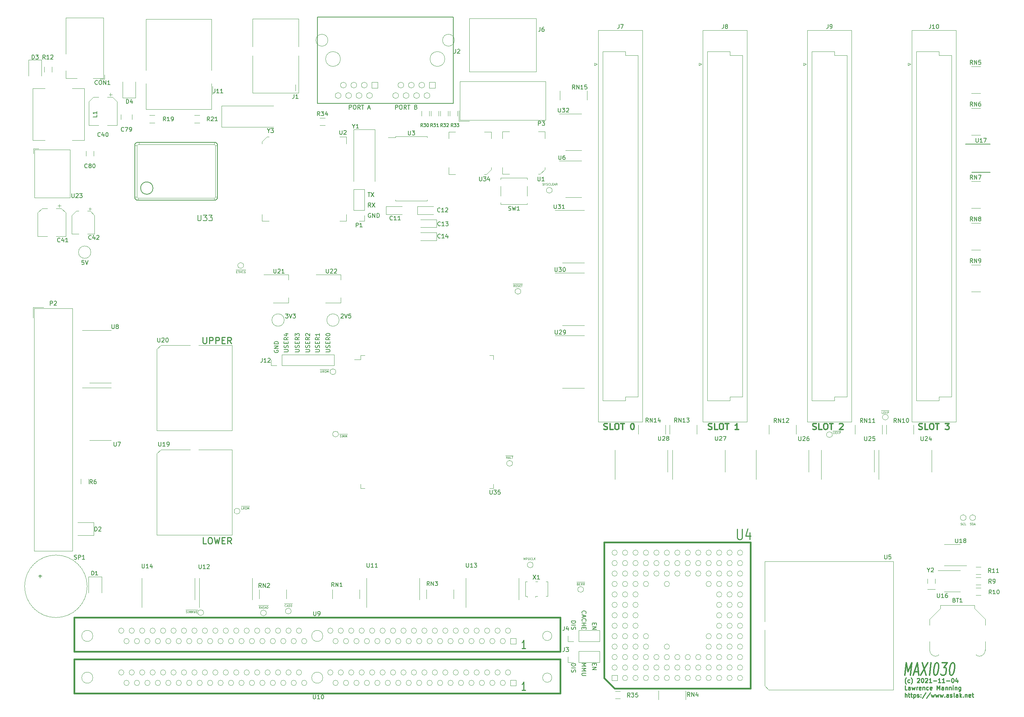
<source format=gbr>
G04 #@! TF.GenerationSoftware,KiCad,Pcbnew,5.1.5+dfsg1-2build2*
G04 #@! TF.CreationDate,2021-11-04T14:18:05+00:00*
G04 #@! TF.ProjectId,MAXI030,4d415849-3033-4302-9e6b-696361645f70,rev?*
G04 #@! TF.SameCoordinates,Original*
G04 #@! TF.FileFunction,Legend,Top*
G04 #@! TF.FilePolarity,Positive*
%FSLAX46Y46*%
G04 Gerber Fmt 4.6, Leading zero omitted, Abs format (unit mm)*
G04 Created by KiCad (PCBNEW 5.1.5+dfsg1-2build2) date 2021-11-04 14:18:05*
%MOMM*%
%LPD*%
G04 APERTURE LIST*
%ADD10C,0.203200*%
%ADD11C,0.254000*%
%ADD12C,0.317500*%
%ADD13C,0.300000*%
%ADD14C,0.120000*%
%ADD15C,0.381000*%
%ADD16C,0.100000*%
%ADD17C,0.127000*%
%ADD18C,0.050800*%
%ADD19C,0.150000*%
%ADD20C,0.101600*%
%ADD21C,0.152400*%
G04 APERTURE END LIST*
D10*
X15826619Y202422880D02*
X15826619Y203438880D01*
X16213666Y203438880D01*
X16310428Y203390500D01*
X16358809Y203342119D01*
X16407190Y203245357D01*
X16407190Y203100214D01*
X16358809Y203003452D01*
X16310428Y202955071D01*
X16213666Y202906690D01*
X15826619Y202906690D01*
X17036142Y203438880D02*
X17229666Y203438880D01*
X17326428Y203390500D01*
X17423190Y203293738D01*
X17471571Y203100214D01*
X17471571Y202761547D01*
X17423190Y202568023D01*
X17326428Y202471261D01*
X17229666Y202422880D01*
X17036142Y202422880D01*
X16939380Y202471261D01*
X16842619Y202568023D01*
X16794238Y202761547D01*
X16794238Y203100214D01*
X16842619Y203293738D01*
X16939380Y203390500D01*
X17036142Y203438880D01*
X18487571Y202422880D02*
X18148904Y202906690D01*
X17907000Y202422880D02*
X17907000Y203438880D01*
X18294047Y203438880D01*
X18390809Y203390500D01*
X18439190Y203342119D01*
X18487571Y203245357D01*
X18487571Y203100214D01*
X18439190Y203003452D01*
X18390809Y202955071D01*
X18294047Y202906690D01*
X17907000Y202906690D01*
X18777857Y203438880D02*
X19358428Y203438880D01*
X19068142Y202422880D02*
X19068142Y203438880D01*
X20809857Y202955071D02*
X20955000Y202906690D01*
X21003380Y202858309D01*
X21051761Y202761547D01*
X21051761Y202616404D01*
X21003380Y202519642D01*
X20955000Y202471261D01*
X20858238Y202422880D01*
X20471190Y202422880D01*
X20471190Y203438880D01*
X20809857Y203438880D01*
X20906619Y203390500D01*
X20955000Y203342119D01*
X21003380Y203245357D01*
X21003380Y203148595D01*
X20955000Y203051833D01*
X20906619Y203003452D01*
X20809857Y202955071D01*
X20471190Y202955071D01*
X4596190Y202422880D02*
X4596190Y203438880D01*
X4983238Y203438880D01*
X5080000Y203390500D01*
X5128380Y203342119D01*
X5176761Y203245357D01*
X5176761Y203100214D01*
X5128380Y203003452D01*
X5080000Y202955071D01*
X4983238Y202906690D01*
X4596190Y202906690D01*
X5805714Y203438880D02*
X5999238Y203438880D01*
X6096000Y203390500D01*
X6192761Y203293738D01*
X6241142Y203100214D01*
X6241142Y202761547D01*
X6192761Y202568023D01*
X6096000Y202471261D01*
X5999238Y202422880D01*
X5805714Y202422880D01*
X5708952Y202471261D01*
X5612190Y202568023D01*
X5563809Y202761547D01*
X5563809Y203100214D01*
X5612190Y203293738D01*
X5708952Y203390500D01*
X5805714Y203438880D01*
X7257142Y202422880D02*
X6918476Y202906690D01*
X6676571Y202422880D02*
X6676571Y203438880D01*
X7063619Y203438880D01*
X7160380Y203390500D01*
X7208761Y203342119D01*
X7257142Y203245357D01*
X7257142Y203100214D01*
X7208761Y203003452D01*
X7160380Y202955071D01*
X7063619Y202906690D01*
X6676571Y202906690D01*
X7547428Y203438880D02*
X8128000Y203438880D01*
X7837714Y202422880D02*
X7837714Y203438880D01*
X9192380Y202713166D02*
X9676190Y202713166D01*
X9095619Y202422880D02*
X9434285Y203438880D01*
X9772952Y202422880D01*
D11*
X139952790Y62589833D02*
X139904409Y62638214D01*
X139807647Y62783357D01*
X139759266Y62880119D01*
X139710885Y63025261D01*
X139662504Y63267166D01*
X139662504Y63460690D01*
X139710885Y63702595D01*
X139759266Y63847738D01*
X139807647Y63944500D01*
X139904409Y64089642D01*
X139952790Y64138023D01*
X140775266Y63025261D02*
X140678504Y62976880D01*
X140484980Y62976880D01*
X140388219Y63025261D01*
X140339838Y63073642D01*
X140291457Y63170404D01*
X140291457Y63460690D01*
X140339838Y63557452D01*
X140388219Y63605833D01*
X140484980Y63654214D01*
X140678504Y63654214D01*
X140775266Y63605833D01*
X141113933Y62589833D02*
X141162314Y62638214D01*
X141259076Y62783357D01*
X141307457Y62880119D01*
X141355838Y63025261D01*
X141404219Y63267166D01*
X141404219Y63460690D01*
X141355838Y63702595D01*
X141307457Y63847738D01*
X141259076Y63944500D01*
X141162314Y64089642D01*
X141113933Y64138023D01*
X142613742Y63896119D02*
X142662123Y63944500D01*
X142758885Y63992880D01*
X143000790Y63992880D01*
X143097552Y63944500D01*
X143145933Y63896119D01*
X143194314Y63799357D01*
X143194314Y63702595D01*
X143145933Y63557452D01*
X142565361Y62976880D01*
X143194314Y62976880D01*
X143823266Y63992880D02*
X143920028Y63992880D01*
X144016790Y63944500D01*
X144065171Y63896119D01*
X144113552Y63799357D01*
X144161933Y63605833D01*
X144161933Y63363928D01*
X144113552Y63170404D01*
X144065171Y63073642D01*
X144016790Y63025261D01*
X143920028Y62976880D01*
X143823266Y62976880D01*
X143726504Y63025261D01*
X143678123Y63073642D01*
X143629742Y63170404D01*
X143581361Y63363928D01*
X143581361Y63605833D01*
X143629742Y63799357D01*
X143678123Y63896119D01*
X143726504Y63944500D01*
X143823266Y63992880D01*
X144548980Y63896119D02*
X144597361Y63944500D01*
X144694123Y63992880D01*
X144936028Y63992880D01*
X145032790Y63944500D01*
X145081171Y63896119D01*
X145129552Y63799357D01*
X145129552Y63702595D01*
X145081171Y63557452D01*
X144500600Y62976880D01*
X145129552Y62976880D01*
X146097171Y62976880D02*
X145516600Y62976880D01*
X145806885Y62976880D02*
X145806885Y63992880D01*
X145710123Y63847738D01*
X145613361Y63750976D01*
X145516600Y63702595D01*
X146532600Y63363928D02*
X147306695Y63363928D01*
X148322695Y62976880D02*
X147742123Y62976880D01*
X148032409Y62976880D02*
X148032409Y63992880D01*
X147935647Y63847738D01*
X147838885Y63750976D01*
X147742123Y63702595D01*
X149290314Y62976880D02*
X148709742Y62976880D01*
X149000028Y62976880D02*
X149000028Y63992880D01*
X148903266Y63847738D01*
X148806504Y63750976D01*
X148709742Y63702595D01*
X149725742Y63363928D02*
X150499838Y63363928D01*
X151177171Y63992880D02*
X151273933Y63992880D01*
X151370695Y63944500D01*
X151419076Y63896119D01*
X151467457Y63799357D01*
X151515838Y63605833D01*
X151515838Y63363928D01*
X151467457Y63170404D01*
X151419076Y63073642D01*
X151370695Y63025261D01*
X151273933Y62976880D01*
X151177171Y62976880D01*
X151080409Y63025261D01*
X151032028Y63073642D01*
X150983647Y63170404D01*
X150935266Y63363928D01*
X150935266Y63605833D01*
X150983647Y63799357D01*
X151032028Y63896119D01*
X151080409Y63944500D01*
X151177171Y63992880D01*
X152386695Y63654214D02*
X152386695Y62976880D01*
X152144790Y64041261D02*
X151902885Y63315547D01*
X152531838Y63315547D01*
X140146314Y61198880D02*
X139662504Y61198880D01*
X139662504Y62214880D01*
X140920409Y61198880D02*
X140920409Y61731071D01*
X140872028Y61827833D01*
X140775266Y61876214D01*
X140581742Y61876214D01*
X140484980Y61827833D01*
X140920409Y61247261D02*
X140823647Y61198880D01*
X140581742Y61198880D01*
X140484980Y61247261D01*
X140436600Y61344023D01*
X140436600Y61440785D01*
X140484980Y61537547D01*
X140581742Y61585928D01*
X140823647Y61585928D01*
X140920409Y61634309D01*
X141307457Y61876214D02*
X141500980Y61198880D01*
X141694504Y61682690D01*
X141888028Y61198880D01*
X142081552Y61876214D01*
X142468600Y61198880D02*
X142468600Y61876214D01*
X142468600Y61682690D02*
X142516980Y61779452D01*
X142565361Y61827833D01*
X142662123Y61876214D01*
X142758885Y61876214D01*
X143484600Y61247261D02*
X143387838Y61198880D01*
X143194314Y61198880D01*
X143097552Y61247261D01*
X143049171Y61344023D01*
X143049171Y61731071D01*
X143097552Y61827833D01*
X143194314Y61876214D01*
X143387838Y61876214D01*
X143484600Y61827833D01*
X143532980Y61731071D01*
X143532980Y61634309D01*
X143049171Y61537547D01*
X143968409Y61876214D02*
X143968409Y61198880D01*
X143968409Y61779452D02*
X144016790Y61827833D01*
X144113552Y61876214D01*
X144258695Y61876214D01*
X144355457Y61827833D01*
X144403838Y61731071D01*
X144403838Y61198880D01*
X145323076Y61247261D02*
X145226314Y61198880D01*
X145032790Y61198880D01*
X144936028Y61247261D01*
X144887647Y61295642D01*
X144839266Y61392404D01*
X144839266Y61682690D01*
X144887647Y61779452D01*
X144936028Y61827833D01*
X145032790Y61876214D01*
X145226314Y61876214D01*
X145323076Y61827833D01*
X146145552Y61247261D02*
X146048790Y61198880D01*
X145855266Y61198880D01*
X145758504Y61247261D01*
X145710123Y61344023D01*
X145710123Y61731071D01*
X145758504Y61827833D01*
X145855266Y61876214D01*
X146048790Y61876214D01*
X146145552Y61827833D01*
X146193933Y61731071D01*
X146193933Y61634309D01*
X145710123Y61537547D01*
X147403457Y61198880D02*
X147403457Y62214880D01*
X147742123Y61489166D01*
X148080790Y62214880D01*
X148080790Y61198880D01*
X149000028Y61198880D02*
X149000028Y61731071D01*
X148951647Y61827833D01*
X148854885Y61876214D01*
X148661361Y61876214D01*
X148564600Y61827833D01*
X149000028Y61247261D02*
X148903266Y61198880D01*
X148661361Y61198880D01*
X148564600Y61247261D01*
X148516219Y61344023D01*
X148516219Y61440785D01*
X148564600Y61537547D01*
X148661361Y61585928D01*
X148903266Y61585928D01*
X149000028Y61634309D01*
X149483838Y61876214D02*
X149483838Y61198880D01*
X149483838Y61779452D02*
X149532219Y61827833D01*
X149628980Y61876214D01*
X149774123Y61876214D01*
X149870885Y61827833D01*
X149919266Y61731071D01*
X149919266Y61198880D01*
X150403076Y61876214D02*
X150403076Y61198880D01*
X150403076Y61779452D02*
X150451457Y61827833D01*
X150548219Y61876214D01*
X150693361Y61876214D01*
X150790123Y61827833D01*
X150838504Y61731071D01*
X150838504Y61198880D01*
X151322314Y61198880D02*
X151322314Y61876214D01*
X151322314Y62214880D02*
X151273933Y62166500D01*
X151322314Y62118119D01*
X151370695Y62166500D01*
X151322314Y62214880D01*
X151322314Y62118119D01*
X151806123Y61876214D02*
X151806123Y61198880D01*
X151806123Y61779452D02*
X151854504Y61827833D01*
X151951266Y61876214D01*
X152096409Y61876214D01*
X152193171Y61827833D01*
X152241552Y61731071D01*
X152241552Y61198880D01*
X153160790Y61876214D02*
X153160790Y61053738D01*
X153112409Y60956976D01*
X153064028Y60908595D01*
X152967266Y60860214D01*
X152822123Y60860214D01*
X152725361Y60908595D01*
X153160790Y61247261D02*
X153064028Y61198880D01*
X152870504Y61198880D01*
X152773742Y61247261D01*
X152725361Y61295642D01*
X152676980Y61392404D01*
X152676980Y61682690D01*
X152725361Y61779452D01*
X152773742Y61827833D01*
X152870504Y61876214D01*
X153064028Y61876214D01*
X153160790Y61827833D01*
X139662504Y59420880D02*
X139662504Y60436880D01*
X140097933Y59420880D02*
X140097933Y59953071D01*
X140049552Y60049833D01*
X139952790Y60098214D01*
X139807647Y60098214D01*
X139710885Y60049833D01*
X139662504Y60001452D01*
X140436600Y60098214D02*
X140823647Y60098214D01*
X140581742Y60436880D02*
X140581742Y59566023D01*
X140630123Y59469261D01*
X140726885Y59420880D01*
X140823647Y59420880D01*
X141017171Y60098214D02*
X141404219Y60098214D01*
X141162314Y60436880D02*
X141162314Y59566023D01*
X141210695Y59469261D01*
X141307457Y59420880D01*
X141404219Y59420880D01*
X141742885Y60098214D02*
X141742885Y59082214D01*
X141742885Y60049833D02*
X141839647Y60098214D01*
X142033171Y60098214D01*
X142129933Y60049833D01*
X142178314Y60001452D01*
X142226695Y59904690D01*
X142226695Y59614404D01*
X142178314Y59517642D01*
X142129933Y59469261D01*
X142033171Y59420880D01*
X141839647Y59420880D01*
X141742885Y59469261D01*
X142613742Y59469261D02*
X142710504Y59420880D01*
X142904028Y59420880D01*
X143000790Y59469261D01*
X143049171Y59566023D01*
X143049171Y59614404D01*
X143000790Y59711166D01*
X142904028Y59759547D01*
X142758885Y59759547D01*
X142662123Y59807928D01*
X142613742Y59904690D01*
X142613742Y59953071D01*
X142662123Y60049833D01*
X142758885Y60098214D01*
X142904028Y60098214D01*
X143000790Y60049833D01*
X143484600Y59517642D02*
X143532980Y59469261D01*
X143484600Y59420880D01*
X143436219Y59469261D01*
X143484600Y59517642D01*
X143484600Y59420880D01*
X143484600Y60049833D02*
X143532980Y60001452D01*
X143484600Y59953071D01*
X143436219Y60001452D01*
X143484600Y60049833D01*
X143484600Y59953071D01*
X144694123Y60485261D02*
X143823266Y59178976D01*
X145758504Y60485261D02*
X144887647Y59178976D01*
X146000409Y60098214D02*
X146193933Y59420880D01*
X146387457Y59904690D01*
X146580980Y59420880D01*
X146774504Y60098214D01*
X147064790Y60098214D02*
X147258314Y59420880D01*
X147451838Y59904690D01*
X147645361Y59420880D01*
X147838885Y60098214D01*
X148129171Y60098214D02*
X148322695Y59420880D01*
X148516219Y59904690D01*
X148709742Y59420880D01*
X148903266Y60098214D01*
X149290314Y59517642D02*
X149338695Y59469261D01*
X149290314Y59420880D01*
X149241933Y59469261D01*
X149290314Y59517642D01*
X149290314Y59420880D01*
X150209552Y59420880D02*
X150209552Y59953071D01*
X150161171Y60049833D01*
X150064409Y60098214D01*
X149870885Y60098214D01*
X149774123Y60049833D01*
X150209552Y59469261D02*
X150112790Y59420880D01*
X149870885Y59420880D01*
X149774123Y59469261D01*
X149725742Y59566023D01*
X149725742Y59662785D01*
X149774123Y59759547D01*
X149870885Y59807928D01*
X150112790Y59807928D01*
X150209552Y59856309D01*
X150644980Y59469261D02*
X150741742Y59420880D01*
X150935266Y59420880D01*
X151032028Y59469261D01*
X151080409Y59566023D01*
X151080409Y59614404D01*
X151032028Y59711166D01*
X150935266Y59759547D01*
X150790123Y59759547D01*
X150693361Y59807928D01*
X150644980Y59904690D01*
X150644980Y59953071D01*
X150693361Y60049833D01*
X150790123Y60098214D01*
X150935266Y60098214D01*
X151032028Y60049833D01*
X151660980Y59420880D02*
X151564219Y59469261D01*
X151515838Y59566023D01*
X151515838Y60436880D01*
X152483457Y59420880D02*
X152483457Y59953071D01*
X152435076Y60049833D01*
X152338314Y60098214D01*
X152144790Y60098214D01*
X152048028Y60049833D01*
X152483457Y59469261D02*
X152386695Y59420880D01*
X152144790Y59420880D01*
X152048028Y59469261D01*
X151999647Y59566023D01*
X151999647Y59662785D01*
X152048028Y59759547D01*
X152144790Y59807928D01*
X152386695Y59807928D01*
X152483457Y59856309D01*
X152967266Y59420880D02*
X152967266Y60436880D01*
X153064028Y59807928D02*
X153354314Y59420880D01*
X153354314Y60098214D02*
X152967266Y59711166D01*
X153789742Y59517642D02*
X153838123Y59469261D01*
X153789742Y59420880D01*
X153741361Y59469261D01*
X153789742Y59517642D01*
X153789742Y59420880D01*
X154273552Y60098214D02*
X154273552Y59420880D01*
X154273552Y60001452D02*
X154321933Y60049833D01*
X154418695Y60098214D01*
X154563838Y60098214D01*
X154660600Y60049833D01*
X154708980Y59953071D01*
X154708980Y59420880D01*
X155579838Y59469261D02*
X155483076Y59420880D01*
X155289552Y59420880D01*
X155192790Y59469261D01*
X155144409Y59566023D01*
X155144409Y59953071D01*
X155192790Y60049833D01*
X155289552Y60098214D01*
X155483076Y60098214D01*
X155579838Y60049833D01*
X155628219Y59953071D01*
X155628219Y59856309D01*
X155144409Y59759547D01*
X155918504Y60098214D02*
X156305552Y60098214D01*
X156063647Y60436880D02*
X156063647Y59566023D01*
X156112028Y59469261D01*
X156208790Y59420880D01*
X156305552Y59420880D01*
D12*
X139582827Y64724642D02*
X139963827Y67772642D01*
X140369017Y65595500D01*
X141318494Y67772642D01*
X140937494Y64724642D01*
X141917208Y65595500D02*
X142884827Y65595500D01*
X141614827Y64724642D02*
X142673160Y67772642D01*
X142969494Y64724642D01*
X143834303Y67772642D02*
X144807970Y64724642D01*
X145188970Y67772642D02*
X143453303Y64724642D01*
X145582065Y64724642D02*
X145963065Y67772642D01*
X147317732Y67772642D02*
X147511255Y67772642D01*
X147686636Y67627500D01*
X147765255Y67482357D01*
X147825732Y67192071D01*
X147849922Y66611500D01*
X147759208Y65885785D01*
X147589875Y65305214D01*
X147456827Y65014928D01*
X147341922Y64869785D01*
X147130255Y64724642D01*
X146936732Y64724642D01*
X146761351Y64869785D01*
X146682732Y65014928D01*
X146622255Y65305214D01*
X146598065Y65885785D01*
X146688779Y66611500D01*
X146858113Y67192071D01*
X146991160Y67482357D01*
X147106065Y67627500D01*
X147317732Y67772642D01*
X148672398Y67772642D02*
X149930303Y67772642D01*
X149107827Y66611500D01*
X149398113Y66611500D01*
X149573494Y66466357D01*
X149652113Y66321214D01*
X149712589Y66030928D01*
X149621875Y65305214D01*
X149488827Y65014928D01*
X149373922Y64869785D01*
X149162255Y64724642D01*
X148581684Y64724642D01*
X148406303Y64869785D01*
X148327684Y65014928D01*
X151188208Y67772642D02*
X151381732Y67772642D01*
X151557113Y67627500D01*
X151635732Y67482357D01*
X151696208Y67192071D01*
X151720398Y66611500D01*
X151629684Y65885785D01*
X151460351Y65305214D01*
X151327303Y65014928D01*
X151212398Y64869785D01*
X151000732Y64724642D01*
X150807208Y64724642D01*
X150631827Y64869785D01*
X150553208Y65014928D01*
X150492732Y65305214D01*
X150468541Y65885785D01*
X150559255Y66611500D01*
X150728589Y67192071D01*
X150861636Y67482357D01*
X150976541Y67627500D01*
X151188208Y67772642D01*
D11*
X-30173385Y96719571D02*
X-30899100Y96719571D01*
X-30899100Y98243571D01*
X-29375100Y98243571D02*
X-29084814Y98243571D01*
X-28939671Y98171000D01*
X-28794528Y98025857D01*
X-28721957Y97735571D01*
X-28721957Y97227571D01*
X-28794528Y96937285D01*
X-28939671Y96792142D01*
X-29084814Y96719571D01*
X-29375100Y96719571D01*
X-29520242Y96792142D01*
X-29665385Y96937285D01*
X-29737957Y97227571D01*
X-29737957Y97735571D01*
X-29665385Y98025857D01*
X-29520242Y98171000D01*
X-29375100Y98243571D01*
X-28213957Y98243571D02*
X-27851100Y96719571D01*
X-27560814Y97808142D01*
X-27270528Y96719571D01*
X-26907671Y98243571D01*
X-26327100Y97517857D02*
X-25819100Y97517857D01*
X-25601385Y96719571D02*
X-26327100Y96719571D01*
X-26327100Y98243571D01*
X-25601385Y98243571D01*
X-24077385Y96719571D02*
X-24585385Y97445285D01*
X-24948242Y96719571D02*
X-24948242Y98243571D01*
X-24367671Y98243571D01*
X-24222528Y98171000D01*
X-24149957Y98098428D01*
X-24077385Y97953285D01*
X-24077385Y97735571D01*
X-24149957Y97590428D01*
X-24222528Y97517857D01*
X-24367671Y97445285D01*
X-24948242Y97445285D01*
X-30971671Y146948071D02*
X-30971671Y145714357D01*
X-30899100Y145569214D01*
X-30826528Y145496642D01*
X-30681385Y145424071D01*
X-30391100Y145424071D01*
X-30245957Y145496642D01*
X-30173385Y145569214D01*
X-30100814Y145714357D01*
X-30100814Y146948071D01*
X-29375100Y145424071D02*
X-29375100Y146948071D01*
X-28794528Y146948071D01*
X-28649385Y146875500D01*
X-28576814Y146802928D01*
X-28504242Y146657785D01*
X-28504242Y146440071D01*
X-28576814Y146294928D01*
X-28649385Y146222357D01*
X-28794528Y146149785D01*
X-29375100Y146149785D01*
X-27851100Y145424071D02*
X-27851100Y146948071D01*
X-27270528Y146948071D01*
X-27125385Y146875500D01*
X-27052814Y146802928D01*
X-26980242Y146657785D01*
X-26980242Y146440071D01*
X-27052814Y146294928D01*
X-27125385Y146222357D01*
X-27270528Y146149785D01*
X-27851100Y146149785D01*
X-26327100Y146222357D02*
X-25819100Y146222357D01*
X-25601385Y145424071D02*
X-26327100Y145424071D01*
X-26327100Y146948071D01*
X-25601385Y146948071D01*
X-24077385Y145424071D02*
X-24585385Y146149785D01*
X-24948242Y145424071D02*
X-24948242Y146948071D01*
X-24367671Y146948071D01*
X-24222528Y146875500D01*
X-24149957Y146802928D01*
X-24077385Y146657785D01*
X-24077385Y146440071D01*
X-24149957Y146294928D01*
X-24222528Y146222357D01*
X-24367671Y146149785D01*
X-24948242Y146149785D01*
D10*
X-13589000Y143781175D02*
X-13637380Y143684413D01*
X-13637380Y143539270D01*
X-13589000Y143394127D01*
X-13492238Y143297365D01*
X-13395476Y143248984D01*
X-13201952Y143200603D01*
X-13056809Y143200603D01*
X-12863285Y143248984D01*
X-12766523Y143297365D01*
X-12669761Y143394127D01*
X-12621380Y143539270D01*
X-12621380Y143636032D01*
X-12669761Y143781175D01*
X-12718142Y143829556D01*
X-13056809Y143829556D01*
X-13056809Y143636032D01*
X-12621380Y144264984D02*
X-13637380Y144264984D01*
X-12621380Y144845556D01*
X-13637380Y144845556D01*
X-12621380Y145329365D02*
X-13637380Y145329365D01*
X-13637380Y145571270D01*
X-13589000Y145716413D01*
X-13492238Y145813175D01*
X-13395476Y145861556D01*
X-13201952Y145909937D01*
X-13056809Y145909937D01*
X-12863285Y145861556D01*
X-12766523Y145813175D01*
X-12669761Y145716413D01*
X-12621380Y145571270D01*
X-12621380Y145329365D01*
X-1064380Y143375984D02*
X-241904Y143375984D01*
X-145142Y143424365D01*
X-96761Y143472746D01*
X-48380Y143569508D01*
X-48380Y143763032D01*
X-96761Y143859794D01*
X-145142Y143908175D01*
X-241904Y143956556D01*
X-1064380Y143956556D01*
X-96761Y144391984D02*
X-48380Y144537127D01*
X-48380Y144779032D01*
X-96761Y144875794D01*
X-145142Y144924175D01*
X-241904Y144972556D01*
X-338666Y144972556D01*
X-435428Y144924175D01*
X-483809Y144875794D01*
X-532190Y144779032D01*
X-580571Y144585508D01*
X-628952Y144488746D01*
X-677333Y144440365D01*
X-774095Y144391984D01*
X-870857Y144391984D01*
X-967619Y144440365D01*
X-1015999Y144488746D01*
X-1064380Y144585508D01*
X-1064380Y144827413D01*
X-1015999Y144972556D01*
X-580571Y145407984D02*
X-580571Y145746651D01*
X-48380Y145891794D02*
X-48380Y145407984D01*
X-1064380Y145407984D01*
X-1064380Y145891794D01*
X-48380Y146907794D02*
X-532190Y146569127D01*
X-48380Y146327222D02*
X-1064380Y146327222D01*
X-1064380Y146714270D01*
X-1015999Y146811032D01*
X-967619Y146859413D01*
X-870857Y146907794D01*
X-725714Y146907794D01*
X-628952Y146859413D01*
X-580571Y146811032D01*
X-532190Y146714270D01*
X-532190Y146327222D01*
X-1064380Y147536746D02*
X-1064380Y147633508D01*
X-1015999Y147730270D01*
X-967619Y147778651D01*
X-870857Y147827032D01*
X-677333Y147875413D01*
X-435428Y147875413D01*
X-241904Y147827032D01*
X-145142Y147778651D01*
X-96761Y147730270D01*
X-48380Y147633508D01*
X-48380Y147536746D01*
X-96761Y147439984D01*
X-145142Y147391603D01*
X-241904Y147343222D01*
X-435428Y147294841D01*
X-677333Y147294841D01*
X-870857Y147343222D01*
X-967619Y147391603D01*
X-1015999Y147439984D01*
X-1064380Y147536746D01*
X-3604380Y143375984D02*
X-2781904Y143375984D01*
X-2685142Y143424365D01*
X-2636761Y143472746D01*
X-2588380Y143569508D01*
X-2588380Y143763032D01*
X-2636761Y143859794D01*
X-2685142Y143908175D01*
X-2781904Y143956556D01*
X-3604380Y143956556D01*
X-2636761Y144391984D02*
X-2588380Y144537127D01*
X-2588380Y144779032D01*
X-2636761Y144875794D01*
X-2685142Y144924175D01*
X-2781904Y144972556D01*
X-2878666Y144972556D01*
X-2975428Y144924175D01*
X-3023809Y144875794D01*
X-3072190Y144779032D01*
X-3120571Y144585508D01*
X-3168952Y144488746D01*
X-3217333Y144440365D01*
X-3314095Y144391984D01*
X-3410857Y144391984D01*
X-3507619Y144440365D01*
X-3556000Y144488746D01*
X-3604380Y144585508D01*
X-3604380Y144827413D01*
X-3556000Y144972556D01*
X-3120571Y145407984D02*
X-3120571Y145746651D01*
X-2588380Y145891794D02*
X-2588380Y145407984D01*
X-3604380Y145407984D01*
X-3604380Y145891794D01*
X-2588380Y146907794D02*
X-3072190Y146569127D01*
X-2588380Y146327222D02*
X-3604380Y146327222D01*
X-3604380Y146714270D01*
X-3556000Y146811032D01*
X-3507619Y146859413D01*
X-3410857Y146907794D01*
X-3265714Y146907794D01*
X-3168952Y146859413D01*
X-3120571Y146811032D01*
X-3072190Y146714270D01*
X-3072190Y146327222D01*
X-2588380Y147875413D02*
X-2588380Y147294841D01*
X-2588380Y147585127D02*
X-3604380Y147585127D01*
X-3459238Y147488365D01*
X-3362476Y147391603D01*
X-3314095Y147294841D01*
X-6017380Y143375984D02*
X-5194904Y143375984D01*
X-5098142Y143424365D01*
X-5049761Y143472746D01*
X-5001380Y143569508D01*
X-5001380Y143763032D01*
X-5049761Y143859794D01*
X-5098142Y143908175D01*
X-5194904Y143956556D01*
X-6017380Y143956556D01*
X-5049761Y144391984D02*
X-5001380Y144537127D01*
X-5001380Y144779032D01*
X-5049761Y144875794D01*
X-5098142Y144924175D01*
X-5194904Y144972556D01*
X-5291666Y144972556D01*
X-5388428Y144924175D01*
X-5436809Y144875794D01*
X-5485190Y144779032D01*
X-5533571Y144585508D01*
X-5581952Y144488746D01*
X-5630333Y144440365D01*
X-5727095Y144391984D01*
X-5823857Y144391984D01*
X-5920619Y144440365D01*
X-5969000Y144488746D01*
X-6017380Y144585508D01*
X-6017380Y144827413D01*
X-5969000Y144972556D01*
X-5533571Y145407984D02*
X-5533571Y145746651D01*
X-5001380Y145891794D02*
X-5001380Y145407984D01*
X-6017380Y145407984D01*
X-6017380Y145891794D01*
X-5001380Y146907794D02*
X-5485190Y146569127D01*
X-5001380Y146327222D02*
X-6017380Y146327222D01*
X-6017380Y146714270D01*
X-5969000Y146811032D01*
X-5920619Y146859413D01*
X-5823857Y146907794D01*
X-5678714Y146907794D01*
X-5581952Y146859413D01*
X-5533571Y146811032D01*
X-5485190Y146714270D01*
X-5485190Y146327222D01*
X-5920619Y147294841D02*
X-5969000Y147343222D01*
X-6017380Y147439984D01*
X-6017380Y147681889D01*
X-5969000Y147778651D01*
X-5920619Y147827032D01*
X-5823857Y147875413D01*
X-5727095Y147875413D01*
X-5581952Y147827032D01*
X-5001380Y147246460D01*
X-5001380Y147875413D01*
X-8557380Y143375984D02*
X-7734904Y143375984D01*
X-7638142Y143424365D01*
X-7589761Y143472746D01*
X-7541380Y143569508D01*
X-7541380Y143763032D01*
X-7589761Y143859794D01*
X-7638142Y143908175D01*
X-7734904Y143956556D01*
X-8557380Y143956556D01*
X-7589761Y144391984D02*
X-7541380Y144537127D01*
X-7541380Y144779032D01*
X-7589761Y144875794D01*
X-7638142Y144924175D01*
X-7734904Y144972556D01*
X-7831666Y144972556D01*
X-7928428Y144924175D01*
X-7976809Y144875794D01*
X-8025190Y144779032D01*
X-8073571Y144585508D01*
X-8121952Y144488746D01*
X-8170333Y144440365D01*
X-8267095Y144391984D01*
X-8363857Y144391984D01*
X-8460619Y144440365D01*
X-8509000Y144488746D01*
X-8557380Y144585508D01*
X-8557380Y144827413D01*
X-8509000Y144972556D01*
X-8073571Y145407984D02*
X-8073571Y145746651D01*
X-7541380Y145891794D02*
X-7541380Y145407984D01*
X-8557380Y145407984D01*
X-8557380Y145891794D01*
X-7541380Y146907794D02*
X-8025190Y146569127D01*
X-7541380Y146327222D02*
X-8557380Y146327222D01*
X-8557380Y146714270D01*
X-8509000Y146811032D01*
X-8460619Y146859413D01*
X-8363857Y146907794D01*
X-8218714Y146907794D01*
X-8121952Y146859413D01*
X-8073571Y146811032D01*
X-8025190Y146714270D01*
X-8025190Y146327222D01*
X-8557380Y147246460D02*
X-8557380Y147875413D01*
X-8170333Y147536746D01*
X-8170333Y147681889D01*
X-8121952Y147778651D01*
X-8073571Y147827032D01*
X-7976809Y147875413D01*
X-7734904Y147875413D01*
X-7638142Y147827032D01*
X-7589761Y147778651D01*
X-7541380Y147681889D01*
X-7541380Y147391603D01*
X-7589761Y147294841D01*
X-7638142Y147246460D01*
X-11224380Y143375984D02*
X-10401904Y143375984D01*
X-10305142Y143424365D01*
X-10256761Y143472746D01*
X-10208380Y143569508D01*
X-10208380Y143763032D01*
X-10256761Y143859794D01*
X-10305142Y143908175D01*
X-10401904Y143956556D01*
X-11224380Y143956556D01*
X-10256761Y144391984D02*
X-10208380Y144537127D01*
X-10208380Y144779032D01*
X-10256761Y144875794D01*
X-10305142Y144924175D01*
X-10401904Y144972556D01*
X-10498666Y144972556D01*
X-10595428Y144924175D01*
X-10643809Y144875794D01*
X-10692190Y144779032D01*
X-10740571Y144585508D01*
X-10788952Y144488746D01*
X-10837333Y144440365D01*
X-10934095Y144391984D01*
X-11030857Y144391984D01*
X-11127619Y144440365D01*
X-11176000Y144488746D01*
X-11224380Y144585508D01*
X-11224380Y144827413D01*
X-11176000Y144972556D01*
X-10740571Y145407984D02*
X-10740571Y145746651D01*
X-10208380Y145891794D02*
X-10208380Y145407984D01*
X-11224380Y145407984D01*
X-11224380Y145891794D01*
X-10208380Y146907794D02*
X-10692190Y146569127D01*
X-10208380Y146327222D02*
X-11224380Y146327222D01*
X-11224380Y146714270D01*
X-11176000Y146811032D01*
X-11127619Y146859413D01*
X-11030857Y146907794D01*
X-10885714Y146907794D01*
X-10788952Y146859413D01*
X-10740571Y146811032D01*
X-10692190Y146714270D01*
X-10692190Y146327222D01*
X-10885714Y147778651D02*
X-10208380Y147778651D01*
X-11272761Y147536746D02*
X-10547047Y147294841D01*
X-10547047Y147923794D01*
X64207571Y67571015D02*
X64207571Y67232348D01*
X63675380Y67087205D02*
X63675380Y67571015D01*
X64691380Y67571015D01*
X64691380Y67087205D01*
X63675380Y66651777D02*
X64691380Y66651777D01*
X63675380Y66071205D01*
X64691380Y66071205D01*
X61135380Y67571015D02*
X62151380Y67571015D01*
X61425666Y67232348D01*
X62151380Y66893681D01*
X61135380Y66893681D01*
X61135380Y66409872D02*
X62151380Y66409872D01*
X61425666Y66071205D01*
X62151380Y65732539D01*
X61135380Y65732539D01*
X62151380Y65248729D02*
X61328904Y65248729D01*
X61232142Y65200348D01*
X61183761Y65151967D01*
X61135380Y65055205D01*
X61135380Y64861681D01*
X61183761Y64764920D01*
X61232142Y64716539D01*
X61328904Y64668158D01*
X62151380Y64668158D01*
X58595380Y67511015D02*
X59611380Y67511015D01*
X59611380Y67269110D01*
X59563000Y67123967D01*
X59466238Y67027205D01*
X59369476Y66978824D01*
X59175952Y66930443D01*
X59030809Y66930443D01*
X58837285Y66978824D01*
X58740523Y67027205D01*
X58643761Y67123967D01*
X58595380Y67269110D01*
X58595380Y67511015D01*
X58595380Y66495015D02*
X59611380Y66495015D01*
X58643761Y66059586D02*
X58595380Y65914443D01*
X58595380Y65672539D01*
X58643761Y65575777D01*
X58692142Y65527396D01*
X58788904Y65479015D01*
X58885666Y65479015D01*
X58982428Y65527396D01*
X59030809Y65575777D01*
X59079190Y65672539D01*
X59127571Y65866062D01*
X59175952Y65962824D01*
X59224333Y66011205D01*
X59321095Y66059586D01*
X59417857Y66059586D01*
X59514619Y66011205D01*
X59563000Y65962824D01*
X59611380Y65866062D01*
X59611380Y65624158D01*
X59563000Y65479015D01*
X64207571Y77438794D02*
X64207571Y77100127D01*
X63675380Y76954984D02*
X63675380Y77438794D01*
X64691380Y77438794D01*
X64691380Y76954984D01*
X63675380Y76519556D02*
X64691380Y76519556D01*
X63675380Y75938984D01*
X64691380Y75938984D01*
X61232142Y79761080D02*
X61183761Y79809460D01*
X61135380Y79954603D01*
X61135380Y80051365D01*
X61183761Y80196508D01*
X61280523Y80293270D01*
X61377285Y80341651D01*
X61570809Y80390032D01*
X61715952Y80390032D01*
X61909476Y80341651D01*
X62006238Y80293270D01*
X62103000Y80196508D01*
X62151380Y80051365D01*
X62151380Y79954603D01*
X62103000Y79809460D01*
X62054619Y79761080D01*
X61425666Y79374032D02*
X61425666Y78890222D01*
X61135380Y79470794D02*
X62151380Y79132127D01*
X61135380Y78793460D01*
X61232142Y77874222D02*
X61183761Y77922603D01*
X61135380Y78067746D01*
X61135380Y78164508D01*
X61183761Y78309651D01*
X61280523Y78406413D01*
X61377285Y78454794D01*
X61570809Y78503175D01*
X61715952Y78503175D01*
X61909476Y78454794D01*
X62006238Y78406413D01*
X62103000Y78309651D01*
X62151380Y78164508D01*
X62151380Y78067746D01*
X62103000Y77922603D01*
X62054619Y77874222D01*
X61135380Y77438794D02*
X62151380Y77438794D01*
X61667571Y77438794D02*
X61667571Y76858222D01*
X61135380Y76858222D02*
X62151380Y76858222D01*
X61667571Y76374413D02*
X61667571Y76035746D01*
X61135380Y75890603D02*
X61135380Y76374413D01*
X62151380Y76374413D01*
X62151380Y75890603D01*
X58595380Y77922603D02*
X59611380Y77922603D01*
X59611380Y77680699D01*
X59563000Y77535556D01*
X59466238Y77438794D01*
X59369476Y77390413D01*
X59175952Y77342032D01*
X59030809Y77342032D01*
X58837285Y77390413D01*
X58740523Y77438794D01*
X58643761Y77535556D01*
X58595380Y77680699D01*
X58595380Y77922603D01*
X58595380Y76906603D02*
X59611380Y76906603D01*
X58643761Y76471175D02*
X58595380Y76326032D01*
X58595380Y76084127D01*
X58643761Y75987365D01*
X58692142Y75938984D01*
X58788904Y75890603D01*
X58885666Y75890603D01*
X58982428Y75938984D01*
X59030809Y75987365D01*
X59079190Y76084127D01*
X59127571Y76277651D01*
X59175952Y76374413D01*
X59224333Y76422794D01*
X59321095Y76471175D01*
X59417857Y76471175D01*
X59514619Y76422794D01*
X59563000Y76374413D01*
X59611380Y76277651D01*
X59611380Y76035746D01*
X59563000Y75890603D01*
X9796175Y177038000D02*
X9699413Y177086380D01*
X9554270Y177086380D01*
X9409127Y177038000D01*
X9312365Y176941238D01*
X9263984Y176844476D01*
X9215603Y176650952D01*
X9215603Y176505809D01*
X9263984Y176312285D01*
X9312365Y176215523D01*
X9409127Y176118761D01*
X9554270Y176070380D01*
X9651032Y176070380D01*
X9796175Y176118761D01*
X9844556Y176167142D01*
X9844556Y176505809D01*
X9651032Y176505809D01*
X10279984Y176070380D02*
X10279984Y177086380D01*
X10860556Y176070380D01*
X10860556Y177086380D01*
X11344365Y176070380D02*
X11344365Y177086380D01*
X11586270Y177086380D01*
X11731413Y177038000D01*
X11828175Y176941238D01*
X11876556Y176844476D01*
X11924937Y176650952D01*
X11924937Y176505809D01*
X11876556Y176312285D01*
X11828175Y176215523D01*
X11731413Y176118761D01*
X11586270Y176070380D01*
X11344365Y176070380D01*
X9844556Y178610380D02*
X9505889Y179094190D01*
X9263984Y178610380D02*
X9263984Y179626380D01*
X9651032Y179626380D01*
X9747794Y179578000D01*
X9796175Y179529619D01*
X9844556Y179432857D01*
X9844556Y179287714D01*
X9796175Y179190952D01*
X9747794Y179142571D01*
X9651032Y179094190D01*
X9263984Y179094190D01*
X10183222Y179626380D02*
X10860556Y178610380D01*
X10860556Y179626380D02*
X10183222Y178610380D01*
X9118841Y182166380D02*
X9699413Y182166380D01*
X9409127Y181150380D02*
X9409127Y182166380D01*
X9941318Y182166380D02*
X10618651Y181150380D01*
X10618651Y182166380D02*
X9941318Y181150380D01*
D13*
X143006428Y124551357D02*
X143220714Y124479928D01*
X143577857Y124479928D01*
X143720714Y124551357D01*
X143792142Y124622785D01*
X143863571Y124765642D01*
X143863571Y124908500D01*
X143792142Y125051357D01*
X143720714Y125122785D01*
X143577857Y125194214D01*
X143292142Y125265642D01*
X143149285Y125337071D01*
X143077857Y125408500D01*
X143006428Y125551357D01*
X143006428Y125694214D01*
X143077857Y125837071D01*
X143149285Y125908500D01*
X143292142Y125979928D01*
X143649285Y125979928D01*
X143863571Y125908500D01*
X145220714Y124479928D02*
X144506428Y124479928D01*
X144506428Y125979928D01*
X146006428Y125979928D02*
X146292142Y125979928D01*
X146435000Y125908500D01*
X146577857Y125765642D01*
X146649285Y125479928D01*
X146649285Y124979928D01*
X146577857Y124694214D01*
X146435000Y124551357D01*
X146292142Y124479928D01*
X146006428Y124479928D01*
X145863571Y124551357D01*
X145720714Y124694214D01*
X145649285Y124979928D01*
X145649285Y125479928D01*
X145720714Y125765642D01*
X145863571Y125908500D01*
X146006428Y125979928D01*
X147077857Y125979928D02*
X147935000Y125979928D01*
X147506428Y124479928D02*
X147506428Y125979928D01*
X149435000Y125979928D02*
X150363571Y125979928D01*
X149863571Y125408500D01*
X150077857Y125408500D01*
X150220714Y125337071D01*
X150292142Y125265642D01*
X150363571Y125122785D01*
X150363571Y124765642D01*
X150292142Y124622785D01*
X150220714Y124551357D01*
X150077857Y124479928D01*
X149649285Y124479928D01*
X149506428Y124551357D01*
X149435000Y124622785D01*
X117225428Y124551357D02*
X117439714Y124479928D01*
X117796857Y124479928D01*
X117939714Y124551357D01*
X118011142Y124622785D01*
X118082571Y124765642D01*
X118082571Y124908500D01*
X118011142Y125051357D01*
X117939714Y125122785D01*
X117796857Y125194214D01*
X117511142Y125265642D01*
X117368285Y125337071D01*
X117296857Y125408500D01*
X117225428Y125551357D01*
X117225428Y125694214D01*
X117296857Y125837071D01*
X117368285Y125908500D01*
X117511142Y125979928D01*
X117868285Y125979928D01*
X118082571Y125908500D01*
X119439714Y124479928D02*
X118725428Y124479928D01*
X118725428Y125979928D01*
X120225428Y125979928D02*
X120511142Y125979928D01*
X120654000Y125908500D01*
X120796857Y125765642D01*
X120868285Y125479928D01*
X120868285Y124979928D01*
X120796857Y124694214D01*
X120654000Y124551357D01*
X120511142Y124479928D01*
X120225428Y124479928D01*
X120082571Y124551357D01*
X119939714Y124694214D01*
X119868285Y124979928D01*
X119868285Y125479928D01*
X119939714Y125765642D01*
X120082571Y125908500D01*
X120225428Y125979928D01*
X121296857Y125979928D02*
X122154000Y125979928D01*
X121725428Y124479928D02*
X121725428Y125979928D01*
X123725428Y125837071D02*
X123796857Y125908500D01*
X123939714Y125979928D01*
X124296857Y125979928D01*
X124439714Y125908500D01*
X124511142Y125837071D01*
X124582571Y125694214D01*
X124582571Y125551357D01*
X124511142Y125337071D01*
X123654000Y124479928D01*
X124582571Y124479928D01*
X91888928Y124551357D02*
X92103214Y124479928D01*
X92460357Y124479928D01*
X92603214Y124551357D01*
X92674642Y124622785D01*
X92746071Y124765642D01*
X92746071Y124908500D01*
X92674642Y125051357D01*
X92603214Y125122785D01*
X92460357Y125194214D01*
X92174642Y125265642D01*
X92031785Y125337071D01*
X91960357Y125408500D01*
X91888928Y125551357D01*
X91888928Y125694214D01*
X91960357Y125837071D01*
X92031785Y125908500D01*
X92174642Y125979928D01*
X92531785Y125979928D01*
X92746071Y125908500D01*
X94103214Y124479928D02*
X93388928Y124479928D01*
X93388928Y125979928D01*
X94888928Y125979928D02*
X95174642Y125979928D01*
X95317500Y125908500D01*
X95460357Y125765642D01*
X95531785Y125479928D01*
X95531785Y124979928D01*
X95460357Y124694214D01*
X95317500Y124551357D01*
X95174642Y124479928D01*
X94888928Y124479928D01*
X94746071Y124551357D01*
X94603214Y124694214D01*
X94531785Y124979928D01*
X94531785Y125479928D01*
X94603214Y125765642D01*
X94746071Y125908500D01*
X94888928Y125979928D01*
X95960357Y125979928D02*
X96817500Y125979928D01*
X96388928Y124479928D02*
X96388928Y125979928D01*
X99246071Y124479928D02*
X98388928Y124479928D01*
X98817500Y124479928D02*
X98817500Y125979928D01*
X98674642Y125765642D01*
X98531785Y125622785D01*
X98388928Y125551357D01*
X66488928Y124551357D02*
X66703214Y124479928D01*
X67060357Y124479928D01*
X67203214Y124551357D01*
X67274642Y124622785D01*
X67346071Y124765642D01*
X67346071Y124908500D01*
X67274642Y125051357D01*
X67203214Y125122785D01*
X67060357Y125194214D01*
X66774642Y125265642D01*
X66631785Y125337071D01*
X66560357Y125408500D01*
X66488928Y125551357D01*
X66488928Y125694214D01*
X66560357Y125837071D01*
X66631785Y125908500D01*
X66774642Y125979928D01*
X67131785Y125979928D01*
X67346071Y125908500D01*
X68703214Y124479928D02*
X67988928Y124479928D01*
X67988928Y125979928D01*
X69488928Y125979928D02*
X69774642Y125979928D01*
X69917500Y125908500D01*
X70060357Y125765642D01*
X70131785Y125479928D01*
X70131785Y124979928D01*
X70060357Y124694214D01*
X69917500Y124551357D01*
X69774642Y124479928D01*
X69488928Y124479928D01*
X69346071Y124551357D01*
X69203214Y124694214D01*
X69131785Y124979928D01*
X69131785Y125479928D01*
X69203214Y125765642D01*
X69346071Y125908500D01*
X69488928Y125979928D01*
X70560357Y125979928D02*
X71417500Y125979928D01*
X70988928Y124479928D02*
X70988928Y125979928D01*
X73346071Y125979928D02*
X73488928Y125979928D01*
X73631785Y125908500D01*
X73703214Y125837071D01*
X73774642Y125694214D01*
X73846071Y125408500D01*
X73846071Y125051357D01*
X73774642Y124765642D01*
X73703214Y124622785D01*
X73631785Y124551357D01*
X73488928Y124479928D01*
X73346071Y124479928D01*
X73203214Y124551357D01*
X73131785Y124622785D01*
X73060357Y124765642D01*
X72988928Y125051357D01*
X72988928Y125408500D01*
X73060357Y125694214D01*
X73131785Y125837071D01*
X73203214Y125908500D01*
X73346071Y125979928D01*
D14*
X49831500Y83925000D02*
X49831500Y83675000D01*
X50371500Y83925000D02*
X49831500Y83925000D01*
X47401500Y87525000D02*
X47831500Y87525000D01*
X47401500Y83925000D02*
X47401500Y87525000D01*
X47831500Y83925000D02*
X47401500Y83925000D01*
X47831500Y83675000D02*
X47831500Y83925000D01*
X49831500Y87525000D02*
X50371500Y87525000D01*
X52801500Y83925000D02*
X52371500Y83925000D01*
X52801500Y87525000D02*
X52801500Y83925000D01*
X52371500Y87525000D02*
X52801500Y87525000D01*
X69244936Y59034000D02*
X70449064Y59034000D01*
X69244936Y60854000D02*
X70449064Y60854000D01*
X156783000Y103060500D02*
G75*
G03X156783000Y103060500I-700000J0D01*
G01*
X154497000Y103060500D02*
G75*
G03X154497000Y103060500I-700000J0D01*
G01*
X61533000Y85598000D02*
G75*
G03X61533000Y85598000I-700000J0D01*
G01*
X44261000Y116268500D02*
G75*
G03X44261000Y116268500I-700000J0D01*
G01*
X-21080500Y164401500D02*
G75*
G03X-21080500Y164401500I-700000J0D01*
G01*
X1335000Y138557000D02*
G75*
G03X1335000Y138557000I-700000J0D01*
G01*
X-21969500Y104648000D02*
G75*
G03X-21969500Y104648000I-700000J0D01*
G01*
X121985000Y123253500D02*
G75*
G03X121985000Y123253500I-700000J0D01*
G01*
X135574000Y127508000D02*
G75*
G03X135574000Y127508000I-700000J0D01*
G01*
X53913000Y182689500D02*
G75*
G03X53913000Y182689500I-700000J0D01*
G01*
X1970000Y123380500D02*
G75*
G03X1970000Y123380500I-700000J0D01*
G01*
X-30796000Y79946500D02*
G75*
G03X-30796000Y79946500I-700000J0D01*
G01*
X-9523500Y80327500D02*
G75*
G03X-9523500Y80327500I-700000J0D01*
G01*
X-15556000Y79883000D02*
G75*
G03X-15556000Y79883000I-700000J0D01*
G01*
X46293000Y158115000D02*
G75*
G03X46293000Y158115000I-700000J0D01*
G01*
X49277500Y91567000D02*
G75*
G03X49277500Y91567000I-700000J0D01*
G01*
D15*
X55880000Y70485000D02*
X-62230000Y70485000D01*
X-62230000Y70485000D02*
X-62230000Y78740000D01*
X-62230000Y78740000D02*
X55880000Y78740000D01*
X55880000Y78740000D02*
X55880000Y70485000D01*
D14*
X-59740000Y194865000D02*
X-62740000Y194865000D01*
X-59740000Y207465000D02*
X-59740000Y194865000D01*
X-62740000Y207465000D02*
X-59740000Y207465000D01*
X-72340000Y207465000D02*
X-69340000Y207465000D01*
X-72340000Y194865000D02*
X-72340000Y207465000D01*
X-69340000Y194865000D02*
X-72340000Y194865000D01*
X-57510000Y191037936D02*
X-57510000Y192242064D01*
X-59330000Y191037936D02*
X-59330000Y192242064D01*
X-50890000Y201132064D02*
X-50890000Y199927936D01*
X-48170000Y201132064D02*
X-48170000Y199927936D01*
X-8509000Y208415000D02*
X-8509000Y206885000D01*
X-7746000Y215435000D02*
X-7746000Y206415000D01*
D16*
X-7746000Y215365000D02*
X-7746000Y215435000D01*
D14*
X-7746000Y224415000D02*
X-7746000Y217635000D01*
X-18914000Y224415000D02*
X-7746000Y224415000D01*
D16*
X-18914000Y224405000D02*
X-18914000Y224415000D01*
D14*
X-18914000Y224415000D02*
X-18914000Y217635000D01*
D16*
X-18914000Y224295000D02*
X-18914000Y224415000D01*
D14*
X-18914000Y206415000D02*
X-18914000Y215435000D01*
X-7746000Y206415000D02*
X-18914000Y206415000D01*
X7335000Y141525000D02*
X5795000Y141525000D01*
X7335000Y142525000D02*
X7335000Y141525000D01*
X8335000Y142525000D02*
X7335000Y142525000D01*
X39655000Y142525000D02*
X39655000Y141525000D01*
X38655000Y142525000D02*
X39655000Y142525000D01*
X7335000Y110205000D02*
X7335000Y111205000D01*
X8335000Y110205000D02*
X7335000Y110205000D01*
X39655000Y110205000D02*
X39655000Y111205000D01*
X38655000Y110205000D02*
X39655000Y110205000D01*
X-1302936Y200300000D02*
X-2507064Y200300000D01*
X-1302936Y198480000D02*
X-2507064Y198480000D01*
X29062000Y201960564D02*
X29062000Y200756436D01*
X30882000Y201960564D02*
X30882000Y200756436D01*
X26776000Y201960564D02*
X26776000Y200756436D01*
X28596000Y201960564D02*
X28596000Y200756436D01*
X26310000Y200756436D02*
X26310000Y201960564D01*
X24490000Y200756436D02*
X24490000Y201960564D01*
X24024000Y200756436D02*
X24024000Y201960564D01*
X22204000Y200756436D02*
X22204000Y201960564D01*
D16*
X41825000Y196935000D02*
X41825000Y195285000D01*
X43475000Y196935000D02*
X41825000Y196935000D01*
X52155000Y196935000D02*
X52155000Y195285000D01*
X50505000Y196935000D02*
X52155000Y196935000D01*
X41825000Y186605000D02*
X41825000Y188255000D01*
X43475000Y186605000D02*
X41825000Y186605000D01*
X52155000Y187755000D02*
X52155000Y188255000D01*
X51005000Y186605000D02*
X52155000Y187755000D01*
X50505000Y186605000D02*
X51005000Y186605000D01*
D14*
X-58190000Y167640000D02*
G75*
G03X-58190000Y167640000I-1500000J0D01*
G01*
X-65449750Y178922750D02*
X-66237250Y178922750D01*
X-65843500Y179316500D02*
X-65843500Y178529000D01*
X-70036563Y178289000D02*
X-71101000Y177224563D01*
X-65345437Y178289000D02*
X-64281000Y177224563D01*
X-65345437Y178289000D02*
X-66631000Y178289000D01*
X-70036563Y178289000D02*
X-68751000Y178289000D01*
X-71101000Y177224563D02*
X-71101000Y171469000D01*
X-64281000Y177224563D02*
X-64281000Y171469000D01*
X-64281000Y171469000D02*
X-66631000Y171469000D01*
X-71101000Y171469000D02*
X-68751000Y171469000D01*
X-58073500Y178191500D02*
X-58698500Y178191500D01*
X-58386000Y178504000D02*
X-58386000Y177879000D01*
X-61766563Y177639000D02*
X-62831000Y176574563D01*
X-58375437Y177639000D02*
X-57311000Y176574563D01*
X-58375437Y177639000D02*
X-59011000Y177639000D01*
X-61766563Y177639000D02*
X-61131000Y177639000D01*
X-62831000Y176574563D02*
X-62831000Y172119000D01*
X-57311000Y176574563D02*
X-57311000Y172119000D01*
X-57311000Y172119000D02*
X-59011000Y172119000D01*
X-62831000Y172119000D02*
X-61131000Y172119000D01*
X-14411000Y140084500D02*
X-14411000Y141414500D01*
X-13081000Y140084500D02*
X-14411000Y140084500D01*
X-11811000Y140084500D02*
X-11811000Y142744500D01*
X-11811000Y142744500D02*
X949000Y142744500D01*
X-11811000Y140084500D02*
X949000Y140084500D01*
X949000Y140084500D02*
X949000Y142744500D01*
X66235000Y131490000D02*
X66235000Y216491000D01*
X71735000Y131490000D02*
X66235000Y131490000D01*
X71735000Y132490000D02*
X71735000Y131490000D01*
X74735000Y132490000D02*
X71735000Y132490000D01*
X74735000Y215491000D02*
X74735000Y132490000D01*
X71735000Y215491000D02*
X74735000Y215491000D01*
X71735000Y216491000D02*
X71735000Y215491000D01*
X66235000Y216491000D02*
X71735000Y216491000D01*
X64205000Y213060000D02*
X64885000Y213360000D01*
X64205000Y213660000D02*
X64205000Y213060000D01*
X64885000Y213360000D02*
X64205000Y213660000D01*
X65075000Y126380000D02*
X65075000Y221600000D01*
X75895000Y126380000D02*
X65075000Y126380000D01*
X75895000Y221600000D02*
X75895000Y126380000D01*
X65075000Y221600000D02*
X75895000Y221600000D01*
D15*
X55880000Y68580000D02*
X55880000Y60325000D01*
X-62230000Y68580000D02*
X55880000Y68580000D01*
X-62230000Y60325000D02*
X-62230000Y68580000D01*
X55880000Y60325000D02*
X-62230000Y60325000D01*
D14*
X142435000Y131490000D02*
X142435000Y216491000D01*
X147935000Y131490000D02*
X142435000Y131490000D01*
X147935000Y132490000D02*
X147935000Y131490000D01*
X150935000Y132490000D02*
X147935000Y132490000D01*
X150935000Y215491000D02*
X150935000Y132490000D01*
X147935000Y215491000D02*
X150935000Y215491000D01*
X147935000Y216491000D02*
X147935000Y215491000D01*
X142435000Y216491000D02*
X147935000Y216491000D01*
X140405000Y213060000D02*
X141085000Y213360000D01*
X140405000Y213660000D02*
X140405000Y213060000D01*
X141085000Y213360000D02*
X140405000Y213660000D01*
X141275000Y126380000D02*
X141275000Y221600000D01*
X152095000Y126380000D02*
X141275000Y126380000D01*
X152095000Y221600000D02*
X152095000Y126380000D01*
X141275000Y221600000D02*
X152095000Y221600000D01*
D16*
X-14945000Y195665000D02*
X-15445000Y195665000D01*
X-15445000Y195665000D02*
X-16595000Y194515000D01*
X-16595000Y194515000D02*
X-16595000Y194015000D01*
X2245000Y195665000D02*
X3895000Y195665000D01*
X3895000Y195665000D02*
X3895000Y194015000D01*
X-14945000Y175175000D02*
X-16595000Y175175000D01*
X-16595000Y175175000D02*
X-16595000Y176825000D01*
X2245000Y175175000D02*
X3895000Y175175000D01*
X3895000Y175175000D02*
X3895000Y176825000D01*
D14*
X-28855000Y208700000D02*
X-28855000Y202420000D01*
X-28855000Y202420000D02*
X-44805000Y202420000D01*
X-44805000Y202420000D02*
X-44805000Y208700000D01*
X-44805000Y211900000D02*
X-44805000Y224340000D01*
X-44805000Y224340000D02*
X-28855000Y224340000D01*
X-28855000Y224340000D02*
X-28855000Y211900000D01*
X-28655000Y206010000D02*
X-28655000Y208010000D01*
X105533000Y75771500D02*
X105533000Y62146500D01*
X105533000Y62146500D02*
X106533000Y61146500D01*
X106533000Y61146500D02*
X136783000Y61146500D01*
X136783000Y61146500D02*
X136783000Y92396500D01*
X136783000Y92396500D02*
X105533000Y92396500D01*
X105533000Y92396500D02*
X105533000Y77771500D01*
X-55880000Y135830000D02*
X-53230000Y135830000D01*
X-55880000Y135830000D02*
X-58530000Y135830000D01*
X-55880000Y148650000D02*
X-53230000Y148650000D01*
X-55880000Y148650000D02*
X-60330000Y148650000D01*
X15825000Y195505000D02*
X14010000Y195505000D01*
X15825000Y195770000D02*
X15825000Y195505000D01*
X19685000Y195770000D02*
X15825000Y195770000D01*
X23545000Y195770000D02*
X23545000Y195505000D01*
X19685000Y195770000D02*
X23545000Y195770000D01*
X15825000Y180150000D02*
X15825000Y180415000D01*
X19685000Y180150000D02*
X15825000Y180150000D01*
X23545000Y180150000D02*
X23545000Y180415000D01*
X19685000Y180150000D02*
X23545000Y180150000D01*
X13565000Y176865000D02*
X17475000Y176865000D01*
X13565000Y178735000D02*
X13565000Y176865000D01*
X17475000Y178735000D02*
X13565000Y178735000D01*
X81975000Y116840000D02*
X81975000Y119490000D01*
X81975000Y116840000D02*
X81975000Y114190000D01*
X69155000Y116840000D02*
X69155000Y119490000D01*
X69155000Y116840000D02*
X69155000Y112390000D01*
X151130000Y96540000D02*
X149180000Y96540000D01*
X151130000Y96540000D02*
X153080000Y96540000D01*
X151130000Y91420000D02*
X149180000Y91420000D01*
X151130000Y91420000D02*
X154580000Y91420000D01*
X-53003750Y205973750D02*
X-53791250Y205973750D01*
X-53397500Y206367500D02*
X-53397500Y205580000D01*
X-57590563Y205340000D02*
X-58655000Y204275563D01*
X-52899437Y205340000D02*
X-51835000Y204275563D01*
X-52899437Y205340000D02*
X-54185000Y205340000D01*
X-57590563Y205340000D02*
X-56305000Y205340000D01*
X-58655000Y204275563D02*
X-58655000Y198520000D01*
X-51835000Y204275563D02*
X-51835000Y198520000D01*
X-51835000Y198520000D02*
X-54185000Y198520000D01*
X-58655000Y198520000D02*
X-56305000Y198520000D01*
D15*
X66548000Y97091500D02*
X66548000Y64071500D01*
X102108000Y97091500D02*
X66548000Y97091500D01*
X102108000Y61531500D02*
X102108000Y97091500D01*
X69088000Y61531500D02*
X102108000Y61531500D01*
X66548000Y64071500D02*
X69088000Y61531500D01*
D14*
X2545000Y155340000D02*
X2545000Y156600000D01*
X2545000Y162160000D02*
X2545000Y160900000D01*
X-1215000Y155340000D02*
X2545000Y155340000D01*
X-3465000Y162160000D02*
X2545000Y162160000D01*
X-10155000Y155340000D02*
X-10155000Y156600000D01*
X-10155000Y162160000D02*
X-10155000Y160900000D01*
X-13915000Y155340000D02*
X-10155000Y155340000D01*
X-16165000Y162160000D02*
X-10155000Y162160000D01*
X2135000Y151130000D02*
G75*
G03X2135000Y151130000I-1500000J0D01*
G01*
X-11200000Y151130000D02*
G75*
G03X-11200000Y151130000I-1500000J0D01*
G01*
X-26385000Y198110000D02*
X-13785000Y198110000D01*
X-26385000Y203210000D02*
X-26385000Y198110000D01*
X-13785000Y203210000D02*
X-26385000Y203210000D01*
X145150000Y85660000D02*
X146950000Y85660000D01*
X147000000Y87060000D02*
X147000000Y88160000D01*
X145100000Y87060000D02*
X145100000Y88160000D01*
X5705000Y197454000D02*
X5705000Y184854000D01*
X10805000Y197454000D02*
X5705000Y197454000D01*
X10805000Y184854000D02*
X10805000Y197454000D01*
D16*
X37424000Y186595000D02*
X37924000Y186595000D01*
X37924000Y186595000D02*
X39074000Y187745000D01*
X39074000Y187745000D02*
X39074000Y188245000D01*
X30394000Y186595000D02*
X28744000Y186595000D01*
X28744000Y186595000D02*
X28744000Y188245000D01*
X37424000Y196925000D02*
X39074000Y196925000D01*
X39074000Y196925000D02*
X39074000Y195275000D01*
X30394000Y196925000D02*
X28744000Y196925000D01*
X28744000Y196925000D02*
X28744000Y195275000D01*
D17*
X-47465000Y193900000D02*
X-47040000Y194325000D01*
X-47040000Y194325000D02*
X-46465000Y194325000D01*
X-46465000Y194325000D02*
X-28215000Y194325000D01*
X-28215000Y194325000D02*
X-27890000Y194325000D01*
X-27890000Y194325000D02*
X-27465000Y193900000D01*
X-27465000Y193900000D02*
X-27465000Y193575000D01*
X-27465000Y193575000D02*
X-27465000Y181075000D01*
X-27465000Y181075000D02*
X-27465000Y180750000D01*
X-27465000Y180750000D02*
X-27890000Y180325000D01*
X-27890000Y180325000D02*
X-28215000Y180325000D01*
X-28215000Y180325000D02*
X-46715000Y180325000D01*
X-46715000Y180325000D02*
X-47040000Y180325000D01*
X-47040000Y180325000D02*
X-47465000Y180750000D01*
X-47465000Y180750000D02*
X-47465000Y181075000D01*
X-47465000Y181075000D02*
X-47465000Y193575000D01*
X-47465000Y193575000D02*
X-47465000Y193900000D01*
D18*
X-46965000Y193575000D02*
X-46715000Y193825000D01*
X-46715000Y193825000D02*
X-46465000Y193825000D01*
X-46465000Y193825000D02*
X-28215000Y193825000D01*
X-28215000Y193825000D02*
X-27965000Y193575000D01*
X-27965000Y193575000D02*
X-27965000Y181075000D01*
X-27965000Y181075000D02*
X-28215000Y180825000D01*
X-28215000Y180825000D02*
X-46715000Y180825000D01*
X-46715000Y180825000D02*
X-46965000Y181075000D01*
X-46965000Y181075000D02*
X-46965000Y193575000D01*
X-28215000Y194325000D02*
X-28215000Y193825000D01*
X-27465000Y193575000D02*
X-27965000Y193575000D01*
X-27465000Y181075000D02*
X-27965000Y181075000D01*
X-28215000Y180825000D02*
X-28215000Y180325000D01*
X-46715000Y180325000D02*
X-46715000Y180825000D01*
X-47465000Y181075000D02*
X-46965000Y181075000D01*
X-47465000Y193575000D02*
X-46965000Y193575000D01*
X-46465000Y194325000D02*
X-46465000Y193825000D01*
D17*
X-43105000Y183225000D02*
G75*
G03X-43105000Y183225000I-1500000J0D01*
G01*
D14*
X59055000Y192415000D02*
X61005000Y192415000D01*
X59055000Y192415000D02*
X57105000Y192415000D01*
X59055000Y201285000D02*
X61005000Y201285000D01*
X59055000Y201285000D02*
X55605000Y201285000D01*
X59055000Y165040000D02*
X61705000Y165040000D01*
X59055000Y165040000D02*
X56405000Y165040000D01*
X59055000Y177860000D02*
X61705000Y177860000D01*
X59055000Y177860000D02*
X54605000Y177860000D01*
X59055000Y149800000D02*
X61705000Y149800000D01*
X59055000Y149800000D02*
X56405000Y149800000D01*
X59055000Y162620000D02*
X61705000Y162620000D01*
X59055000Y162620000D02*
X54605000Y162620000D01*
X59055000Y134560000D02*
X61705000Y134560000D01*
X59055000Y134560000D02*
X56405000Y134560000D01*
X59055000Y147380000D02*
X61705000Y147380000D01*
X59055000Y147380000D02*
X54605000Y147380000D01*
X95945000Y116840000D02*
X95945000Y119490000D01*
X95945000Y116840000D02*
X95945000Y114190000D01*
X83125000Y116840000D02*
X83125000Y119490000D01*
X83125000Y116840000D02*
X83125000Y112390000D01*
X116265000Y116840000D02*
X116265000Y119490000D01*
X116265000Y116840000D02*
X116265000Y114190000D01*
X103445000Y116840000D02*
X103445000Y119490000D01*
X103445000Y116840000D02*
X103445000Y112390000D01*
X132140000Y116840000D02*
X132140000Y119490000D01*
X132140000Y116840000D02*
X132140000Y114190000D01*
X119320000Y116840000D02*
X119320000Y119490000D01*
X119320000Y116840000D02*
X119320000Y112390000D01*
X146110000Y116840000D02*
X146110000Y119490000D01*
X146110000Y116840000D02*
X146110000Y114190000D01*
X133290000Y116840000D02*
X133290000Y119490000D01*
X133290000Y116840000D02*
X133290000Y112390000D01*
X-72150000Y192841000D02*
X-72150000Y191601000D01*
X-70910000Y192841000D02*
X-72150000Y192841000D01*
X-63290000Y180880000D02*
X-71910000Y180880000D01*
X-63290000Y192601000D02*
X-71910000Y192601000D01*
X-71910000Y192601000D02*
X-71910000Y180880000D01*
X-63290000Y192601000D02*
X-63290000Y180880000D01*
X-23895000Y145020000D02*
X-32020000Y145020000D01*
X-23895000Y124220000D02*
X-23895000Y145020000D01*
X-42145000Y124220000D02*
X-23895000Y124220000D01*
X-42145000Y144020000D02*
X-42145000Y124220000D01*
X-41145000Y145020000D02*
X-42145000Y144020000D01*
X-34020000Y145020000D02*
X-41145000Y145020000D01*
X-23895000Y119620000D02*
X-32020000Y119620000D01*
X-23895000Y98820000D02*
X-23895000Y119620000D01*
X-42145000Y98820000D02*
X-23895000Y98820000D01*
X-42145000Y118620000D02*
X-42145000Y98820000D01*
X-41145000Y119620000D02*
X-42145000Y118620000D01*
X-34020000Y119620000D02*
X-41145000Y119620000D01*
X151130000Y90190000D02*
X147680000Y90190000D01*
X151130000Y90190000D02*
X153080000Y90190000D01*
X151130000Y85070000D02*
X149180000Y85070000D01*
X151130000Y85070000D02*
X153080000Y85070000D01*
D19*
X155890000Y187050000D02*
X160340000Y187050000D01*
X154365000Y193950000D02*
X160340000Y193950000D01*
D14*
X-45780000Y85725000D02*
X-45780000Y81275000D01*
X-45780000Y85725000D02*
X-45780000Y88375000D01*
X-32960000Y85725000D02*
X-32960000Y83075000D01*
X-32960000Y85725000D02*
X-32960000Y88375000D01*
X32960000Y85725000D02*
X32960000Y81275000D01*
X32960000Y85725000D02*
X32960000Y88375000D01*
X45780000Y85725000D02*
X45780000Y83075000D01*
X45780000Y85725000D02*
X45780000Y88375000D01*
X-31810000Y85725000D02*
X-31810000Y81275000D01*
X-31810000Y85725000D02*
X-31810000Y88375000D01*
X-18990000Y85725000D02*
X-18990000Y83075000D01*
X-18990000Y85725000D02*
X-18990000Y88375000D01*
X8830000Y85725000D02*
X8830000Y81275000D01*
X8830000Y85725000D02*
X8830000Y88375000D01*
X21650000Y85725000D02*
X21650000Y83075000D01*
X21650000Y85725000D02*
X21650000Y88375000D01*
X-55880000Y121860000D02*
X-53230000Y121860000D01*
X-55880000Y121860000D02*
X-58530000Y121860000D01*
X-55880000Y134680000D02*
X-53230000Y134680000D01*
X-55880000Y134680000D02*
X-60330000Y134680000D01*
X59055000Y180985000D02*
X61005000Y180985000D01*
X59055000Y180985000D02*
X57105000Y180985000D01*
X59055000Y189855000D02*
X61005000Y189855000D01*
X59055000Y189855000D02*
X55605000Y189855000D01*
X41430500Y183699000D02*
X41430500Y181299000D01*
X41430500Y185709000D02*
X41430500Y185299000D01*
X47850500Y185709000D02*
X41430500Y185709000D01*
X47850500Y185299000D02*
X47850500Y185709000D01*
X47850500Y181299000D02*
X47850500Y183699000D01*
X47850500Y179289000D02*
X47850500Y179569000D01*
X41430500Y179289000D02*
X47850500Y179289000D01*
X41430500Y179699000D02*
X41430500Y179289000D01*
X-59085000Y86360000D02*
G75*
G03X-59085000Y86360000I-7600000J0D01*
G01*
X55755000Y206840000D02*
X55755000Y204640000D01*
X62355000Y206840000D02*
X62355000Y204640000D01*
X74805000Y125560000D02*
X74805000Y123360000D01*
X81405000Y125560000D02*
X81405000Y123360000D01*
X82425000Y125560000D02*
X82425000Y123360000D01*
X89025000Y125560000D02*
X89025000Y123360000D01*
X106555000Y125560000D02*
X106555000Y123360000D01*
X113155000Y125560000D02*
X113155000Y123360000D01*
X127510000Y125560000D02*
X127510000Y123360000D01*
X134110000Y125560000D02*
X134110000Y123360000D01*
X135130000Y125560000D02*
X135130000Y123360000D01*
X141730000Y125560000D02*
X141730000Y123360000D01*
X157945000Y164590000D02*
X155745000Y164590000D01*
X157945000Y157990000D02*
X155745000Y157990000D01*
X157945000Y174750000D02*
X155745000Y174750000D01*
X157945000Y168150000D02*
X155745000Y168150000D01*
X157945000Y184910000D02*
X155745000Y184910000D01*
X157945000Y178310000D02*
X155745000Y178310000D01*
X157945000Y202690000D02*
X155745000Y202690000D01*
X157945000Y196090000D02*
X155745000Y196090000D01*
X157945000Y212850000D02*
X155745000Y212850000D01*
X157945000Y206250000D02*
X155745000Y206250000D01*
X86358000Y58780500D02*
X86358000Y60980500D01*
X79758000Y58780500D02*
X79758000Y60980500D01*
X29970000Y83355000D02*
X29970000Y85555000D01*
X23370000Y83355000D02*
X23370000Y85555000D01*
X-10670000Y83355000D02*
X-10670000Y85555000D01*
X-17270000Y83355000D02*
X-17270000Y85555000D01*
X7110000Y83355000D02*
X7110000Y85555000D01*
X510000Y83355000D02*
X510000Y85555000D01*
X-32987064Y199115000D02*
X-31782936Y199115000D01*
X-32987064Y200935000D02*
X-31782936Y200935000D01*
X-42707936Y200935000D02*
X-43912064Y200935000D01*
X-42707936Y199115000D02*
X-43912064Y199115000D01*
X-69490000Y212692064D02*
X-69490000Y211487936D01*
X-67670000Y212692064D02*
X-67670000Y211487936D01*
X158082064Y91080000D02*
X156877936Y91080000D01*
X158082064Y89260000D02*
X156877936Y89260000D01*
X158082064Y86000000D02*
X156877936Y86000000D01*
X158082064Y84180000D02*
X156877936Y84180000D01*
X158082064Y88540000D02*
X156877936Y88540000D01*
X158082064Y86720000D02*
X156877936Y86720000D01*
X-60600000Y112492064D02*
X-60600000Y111287936D01*
X-58780000Y112492064D02*
X-58780000Y111287936D01*
X31480000Y209145000D02*
X52340000Y209145000D01*
X52340000Y209145000D02*
X52340000Y199795000D01*
X52340000Y199795000D02*
X31480000Y199795000D01*
X31480000Y199795000D02*
X31480000Y209145000D01*
X31230000Y199545000D02*
X33770000Y199545000D01*
X31230000Y199545000D02*
X31230000Y202085000D01*
X-62635000Y153940000D02*
X-62635000Y94980000D01*
X-62635000Y94980000D02*
X-71985000Y94980000D01*
X-71985000Y94980000D02*
X-71985000Y153940000D01*
X-71985000Y153940000D02*
X-62635000Y153940000D01*
X-72235000Y154190000D02*
X-72235000Y151650000D01*
X-72235000Y154190000D02*
X-69695000Y154190000D01*
X8315000Y175200000D02*
X6985000Y175200000D01*
X8315000Y176530000D02*
X8315000Y175200000D01*
X8315000Y177800000D02*
X5655000Y177800000D01*
X5655000Y177800000D02*
X5655000Y182940000D01*
X8315000Y177800000D02*
X8315000Y182940000D01*
X8315000Y182940000D02*
X5655000Y182940000D01*
X117035000Y131490000D02*
X117035000Y216491000D01*
X122535000Y131490000D02*
X117035000Y131490000D01*
X122535000Y132490000D02*
X122535000Y131490000D01*
X125535000Y132490000D02*
X122535000Y132490000D01*
X125535000Y215491000D02*
X125535000Y132490000D01*
X122535000Y215491000D02*
X125535000Y215491000D01*
X122535000Y216491000D02*
X122535000Y215491000D01*
X117035000Y216491000D02*
X122535000Y216491000D01*
X115005000Y213060000D02*
X115685000Y213360000D01*
X115005000Y213660000D02*
X115005000Y213060000D01*
X115685000Y213360000D02*
X115005000Y213660000D01*
X115875000Y126380000D02*
X115875000Y221600000D01*
X126695000Y126380000D02*
X115875000Y126380000D01*
X126695000Y221600000D02*
X126695000Y126380000D01*
X115875000Y221600000D02*
X126695000Y221600000D01*
X91635000Y131490000D02*
X91635000Y216491000D01*
X97135000Y131490000D02*
X91635000Y131490000D01*
X97135000Y132490000D02*
X97135000Y131490000D01*
X100135000Y132490000D02*
X97135000Y132490000D01*
X100135000Y215491000D02*
X100135000Y132490000D01*
X97135000Y215491000D02*
X100135000Y215491000D01*
X97135000Y216491000D02*
X97135000Y215491000D01*
X91635000Y216491000D02*
X97135000Y216491000D01*
X89605000Y213060000D02*
X90285000Y213360000D01*
X89605000Y213660000D02*
X89605000Y213060000D01*
X90285000Y213360000D02*
X89605000Y213660000D01*
X90475000Y126380000D02*
X90475000Y221600000D01*
X101295000Y126380000D02*
X90475000Y126380000D01*
X101295000Y221600000D02*
X101295000Y126380000D01*
X90475000Y221600000D02*
X101295000Y221600000D01*
X33810000Y211500000D02*
X33810000Y224500000D01*
X50010000Y211500000D02*
X50010000Y224500000D01*
X50010000Y211500000D02*
X33810000Y211500000D01*
X50010000Y224500000D02*
X33810000Y224500000D01*
X57725000Y72965000D02*
X57725000Y74295000D01*
X59055000Y72965000D02*
X57725000Y72965000D01*
X60325000Y72965000D02*
X60325000Y75625000D01*
X60325000Y75625000D02*
X65465000Y75625000D01*
X60325000Y72965000D02*
X65465000Y72965000D01*
X65465000Y72965000D02*
X65465000Y75625000D01*
X57725000Y67885000D02*
X57725000Y69215000D01*
X59055000Y67885000D02*
X57725000Y67885000D01*
X60325000Y67885000D02*
X60325000Y70545000D01*
X60325000Y70545000D02*
X65465000Y70545000D01*
X60325000Y67885000D02*
X65465000Y67885000D01*
X65465000Y67885000D02*
X65465000Y70545000D01*
D19*
X-3175000Y203835000D02*
X29845000Y203835000D01*
X-3175000Y224790000D02*
X29845000Y224790000D01*
X-3175000Y203835000D02*
X-3175000Y224790000D01*
X29845000Y203835000D02*
X29845000Y224790000D01*
D14*
X-47310000Y205169500D02*
X-47310000Y209054500D01*
X-50480000Y205169500D02*
X-47310000Y205169500D01*
X-50480000Y209054500D02*
X-50480000Y205169500D01*
X-73340000Y214375000D02*
X-73340000Y210490000D01*
X-70170000Y214375000D02*
X-73340000Y214375000D01*
X-70170000Y210490000D02*
X-70170000Y214375000D01*
X-57535000Y101915000D02*
X-61420000Y101915000D01*
X-57535000Y98745000D02*
X-57535000Y101915000D01*
X-61420000Y98745000D02*
X-57535000Y98745000D01*
X-55565000Y84763000D02*
X-55565000Y88648000D01*
X-55565000Y88648000D02*
X-58735000Y88648000D01*
X-58735000Y88648000D02*
X-58735000Y84763000D01*
X-55090000Y209920000D02*
X-57690000Y209920000D01*
X-55090000Y224620000D02*
X-55090000Y209920000D01*
X-64290000Y209920000D02*
X-64290000Y211820000D01*
X-61590000Y209920000D02*
X-64290000Y209920000D01*
X-64290000Y224620000D02*
X-55090000Y224620000D01*
X-64290000Y215820000D02*
X-64290000Y224620000D01*
X-54890000Y210770000D02*
X-54890000Y209720000D01*
X-55940000Y209720000D02*
X-54890000Y209720000D01*
X25805000Y172385000D02*
X21895000Y172385000D01*
X25805000Y170515000D02*
X25805000Y172385000D01*
X21895000Y170515000D02*
X25805000Y170515000D01*
X21895000Y173690000D02*
X25805000Y173690000D01*
X25805000Y173690000D02*
X25805000Y175560000D01*
X25805000Y175560000D02*
X21895000Y175560000D01*
X21185000Y176865000D02*
X25095000Y176865000D01*
X21185000Y178735000D02*
X21185000Y176865000D01*
X25095000Y178735000D02*
X21185000Y178735000D01*
X159150000Y78380000D02*
X159150000Y76930000D01*
X156550000Y80980000D02*
X159150000Y78380000D01*
X156550000Y81780000D02*
X156550000Y80980000D01*
X148250000Y81780000D02*
X156550000Y81780000D01*
X148250000Y80980000D02*
X148250000Y81780000D01*
X145650000Y78380000D02*
X148250000Y80980000D01*
X145650000Y76930000D02*
X145650000Y78380000D01*
X145650000Y72930000D02*
X145650000Y70830000D01*
X159150000Y72930000D02*
X159150000Y70830000D01*
X145650000Y70880000D02*
G75*
G03X147100000Y69330000I1500000J-50000D01*
G01*
X159150000Y70880000D02*
G75*
G02X157700000Y69330000I-1500000J-50000D01*
G01*
X146985385Y69345840D02*
G75*
G03X147900000Y69730000I124615J984160D01*
G01*
X157814615Y69345840D02*
G75*
G02X156900000Y69730000I-124615J984160D01*
G01*
D16*
X-50151500Y75565000D02*
G75*
G03X-50151500Y75565000I-648500J0D01*
G01*
X-48881500Y73025000D02*
G75*
G03X-48881500Y73025000I-648500J0D01*
G01*
X-47611500Y75565000D02*
G75*
G03X-47611500Y75565000I-648500J0D01*
G01*
X-46341500Y73025000D02*
G75*
G03X-46341500Y73025000I-648500J0D01*
G01*
X-45071500Y75565000D02*
G75*
G03X-45071500Y75565000I-648500J0D01*
G01*
X-43801500Y73025000D02*
G75*
G03X-43801500Y73025000I-648500J0D01*
G01*
X-42531500Y75565000D02*
G75*
G03X-42531500Y75565000I-648500J0D01*
G01*
X-41261500Y73025000D02*
G75*
G03X-41261500Y73025000I-648500J0D01*
G01*
X-39991500Y75565000D02*
G75*
G03X-39991500Y75565000I-648500J0D01*
G01*
X-38721500Y73025000D02*
G75*
G03X-38721500Y73025000I-648500J0D01*
G01*
X-37451500Y75565000D02*
G75*
G03X-37451500Y75565000I-648500J0D01*
G01*
X-36181500Y73025000D02*
G75*
G03X-36181500Y73025000I-648500J0D01*
G01*
X-34911500Y75565000D02*
G75*
G03X-34911500Y75565000I-648500J0D01*
G01*
X-33641500Y73025000D02*
G75*
G03X-33641500Y73025000I-648500J0D01*
G01*
X-32371500Y75565000D02*
G75*
G03X-32371500Y75565000I-648500J0D01*
G01*
X-31101500Y73025000D02*
G75*
G03X-31101500Y73025000I-648500J0D01*
G01*
X-29831500Y75565000D02*
G75*
G03X-29831500Y75565000I-648500J0D01*
G01*
X-28561500Y73025000D02*
G75*
G03X-28561500Y73025000I-648500J0D01*
G01*
X-27291500Y75565000D02*
G75*
G03X-27291500Y75565000I-648500J0D01*
G01*
X-26021500Y73025000D02*
G75*
G03X-26021500Y73025000I-648500J0D01*
G01*
X-24751500Y75565000D02*
G75*
G03X-24751500Y75565000I-648500J0D01*
G01*
X-23481500Y73025000D02*
G75*
G03X-23481500Y73025000I-648500J0D01*
G01*
X-22211500Y75565000D02*
G75*
G03X-22211500Y75565000I-648500J0D01*
G01*
X-20941500Y73025000D02*
G75*
G03X-20941500Y73025000I-648500J0D01*
G01*
X-19671500Y75565000D02*
G75*
G03X-19671500Y75565000I-648500J0D01*
G01*
X5728500Y75565000D02*
G75*
G03X5728500Y75565000I-648500J0D01*
G01*
X6998500Y73025000D02*
G75*
G03X6998500Y73025000I-648500J0D01*
G01*
X37478500Y73025000D02*
G75*
G03X37478500Y73025000I-648500J0D01*
G01*
X-5701500Y73025000D02*
G75*
G03X-5701500Y73025000I-648500J0D01*
G01*
X648500Y75565000D02*
G75*
G03X648500Y75565000I-648500J0D01*
G01*
X1918500Y73025000D02*
G75*
G03X1918500Y73025000I-648500J0D01*
G01*
X26048500Y75565000D02*
G75*
G03X26048500Y75565000I-648500J0D01*
G01*
X34938500Y73025000D02*
G75*
G03X34938500Y73025000I-648500J0D01*
G01*
X53823400Y74295000D02*
G75*
G03X53823400Y74295000I-1118400J0D01*
G01*
X43801500Y73673500D02*
X43801500Y72376500D01*
X45098500Y72376500D01*
X45098500Y73673500D01*
X43801500Y73673500D01*
X43828500Y75565000D02*
G75*
G03X43828500Y75565000I-648500J0D01*
G01*
X42558500Y73025000D02*
G75*
G03X42558500Y73025000I-648500J0D01*
G01*
X41288500Y75565000D02*
G75*
G03X41288500Y75565000I-648500J0D01*
G01*
X38748500Y75565000D02*
G75*
G03X38748500Y75565000I-648500J0D01*
G01*
X-18401500Y73025000D02*
G75*
G03X-18401500Y73025000I-648500J0D01*
G01*
X-17131500Y75565000D02*
G75*
G03X-17131500Y75565000I-648500J0D01*
G01*
X-15861500Y73025000D02*
G75*
G03X-15861500Y73025000I-648500J0D01*
G01*
X-14591500Y75565000D02*
G75*
G03X-14591500Y75565000I-648500J0D01*
G01*
X-13321500Y73025000D02*
G75*
G03X-13321500Y73025000I-648500J0D01*
G01*
X-12051500Y75565000D02*
G75*
G03X-12051500Y75565000I-648500J0D01*
G01*
X-10781500Y73025000D02*
G75*
G03X-10781500Y73025000I-648500J0D01*
G01*
X-9511500Y75565000D02*
G75*
G03X-9511500Y75565000I-648500J0D01*
G01*
X-8241500Y73025000D02*
G75*
G03X-8241500Y73025000I-648500J0D01*
G01*
X-6971500Y75565000D02*
G75*
G03X-6971500Y75565000I-648500J0D01*
G01*
X-1828000Y74295000D02*
G75*
G03X-1828000Y74295000I-1347000J0D01*
G01*
X-57708000Y74295000D02*
G75*
G03X-57708000Y74295000I-1347000J0D01*
G01*
X10808500Y75565000D02*
G75*
G03X10808500Y75565000I-648500J0D01*
G01*
X12078500Y73025000D02*
G75*
G03X12078500Y73025000I-648500J0D01*
G01*
X27318500Y73025000D02*
G75*
G03X27318500Y73025000I-648500J0D01*
G01*
X33668500Y75565000D02*
G75*
G03X33668500Y75565000I-648500J0D01*
G01*
X32398500Y73025000D02*
G75*
G03X32398500Y73025000I-648500J0D01*
G01*
X20968500Y75565000D02*
G75*
G03X20968500Y75565000I-648500J0D01*
G01*
X22238500Y73025000D02*
G75*
G03X22238500Y73025000I-648500J0D01*
G01*
X31128500Y75565000D02*
G75*
G03X31128500Y75565000I-648500J0D01*
G01*
X18428500Y75565000D02*
G75*
G03X18428500Y75565000I-648500J0D01*
G01*
X19698500Y73025000D02*
G75*
G03X19698500Y73025000I-648500J0D01*
G01*
X29858500Y73025000D02*
G75*
G03X29858500Y73025000I-648500J0D01*
G01*
X15888500Y75565000D02*
G75*
G03X15888500Y75565000I-648500J0D01*
G01*
X17158500Y73025000D02*
G75*
G03X17158500Y73025000I-648500J0D01*
G01*
X28588500Y75565000D02*
G75*
G03X28588500Y75565000I-648500J0D01*
G01*
X13348500Y75565000D02*
G75*
G03X13348500Y75565000I-648500J0D01*
G01*
X14618500Y73025000D02*
G75*
G03X14618500Y73025000I-648500J0D01*
G01*
X8268500Y75565000D02*
G75*
G03X8268500Y75565000I-648500J0D01*
G01*
X9538500Y73025000D02*
G75*
G03X9538500Y73025000I-648500J0D01*
G01*
X23508500Y75565000D02*
G75*
G03X23508500Y75565000I-648500J0D01*
G01*
X24778500Y73025000D02*
G75*
G03X24778500Y73025000I-648500J0D01*
G01*
X3188500Y75565000D02*
G75*
G03X3188500Y75565000I-648500J0D01*
G01*
X4458500Y73025000D02*
G75*
G03X4458500Y73025000I-648500J0D01*
G01*
X36208500Y75565000D02*
G75*
G03X36208500Y75565000I-648500J0D01*
G01*
X40018500Y73025000D02*
G75*
G03X40018500Y73025000I-648500J0D01*
G01*
X40018500Y62865000D02*
G75*
G03X40018500Y62865000I-648500J0D01*
G01*
X36208500Y65405000D02*
G75*
G03X36208500Y65405000I-648500J0D01*
G01*
X4458500Y62865000D02*
G75*
G03X4458500Y62865000I-648500J0D01*
G01*
X3188500Y65405000D02*
G75*
G03X3188500Y65405000I-648500J0D01*
G01*
X24778500Y62865000D02*
G75*
G03X24778500Y62865000I-648500J0D01*
G01*
X23508500Y65405000D02*
G75*
G03X23508500Y65405000I-648500J0D01*
G01*
X9538500Y62865000D02*
G75*
G03X9538500Y62865000I-648500J0D01*
G01*
X8268500Y65405000D02*
G75*
G03X8268500Y65405000I-648500J0D01*
G01*
X14618500Y62865000D02*
G75*
G03X14618500Y62865000I-648500J0D01*
G01*
X13348500Y65405000D02*
G75*
G03X13348500Y65405000I-648500J0D01*
G01*
X28588500Y65405000D02*
G75*
G03X28588500Y65405000I-648500J0D01*
G01*
X17158500Y62865000D02*
G75*
G03X17158500Y62865000I-648500J0D01*
G01*
X15888500Y65405000D02*
G75*
G03X15888500Y65405000I-648500J0D01*
G01*
X29858500Y62865000D02*
G75*
G03X29858500Y62865000I-648500J0D01*
G01*
X19698500Y62865000D02*
G75*
G03X19698500Y62865000I-648500J0D01*
G01*
X18428500Y65405000D02*
G75*
G03X18428500Y65405000I-648500J0D01*
G01*
X31128500Y65405000D02*
G75*
G03X31128500Y65405000I-648500J0D01*
G01*
X22238500Y62865000D02*
G75*
G03X22238500Y62865000I-648500J0D01*
G01*
X20968500Y65405000D02*
G75*
G03X20968500Y65405000I-648500J0D01*
G01*
X32398500Y62865000D02*
G75*
G03X32398500Y62865000I-648500J0D01*
G01*
X33668500Y65405000D02*
G75*
G03X33668500Y65405000I-648500J0D01*
G01*
X27318500Y62865000D02*
G75*
G03X27318500Y62865000I-648500J0D01*
G01*
X12078500Y62865000D02*
G75*
G03X12078500Y62865000I-648500J0D01*
G01*
X10808500Y65405000D02*
G75*
G03X10808500Y65405000I-648500J0D01*
G01*
X-57708000Y64135000D02*
G75*
G03X-57708000Y64135000I-1347000J0D01*
G01*
X-1828000Y64135000D02*
G75*
G03X-1828000Y64135000I-1347000J0D01*
G01*
X-6971500Y65405000D02*
G75*
G03X-6971500Y65405000I-648500J0D01*
G01*
X-8241500Y62865000D02*
G75*
G03X-8241500Y62865000I-648500J0D01*
G01*
X-9511500Y65405000D02*
G75*
G03X-9511500Y65405000I-648500J0D01*
G01*
X-10781500Y62865000D02*
G75*
G03X-10781500Y62865000I-648500J0D01*
G01*
X-12051500Y65405000D02*
G75*
G03X-12051500Y65405000I-648500J0D01*
G01*
X-13321500Y62865000D02*
G75*
G03X-13321500Y62865000I-648500J0D01*
G01*
X-14591500Y65405000D02*
G75*
G03X-14591500Y65405000I-648500J0D01*
G01*
X-15861500Y62865000D02*
G75*
G03X-15861500Y62865000I-648500J0D01*
G01*
X-17131500Y65405000D02*
G75*
G03X-17131500Y65405000I-648500J0D01*
G01*
X-18401500Y62865000D02*
G75*
G03X-18401500Y62865000I-648500J0D01*
G01*
X38748500Y65405000D02*
G75*
G03X38748500Y65405000I-648500J0D01*
G01*
X41288500Y65405000D02*
G75*
G03X41288500Y65405000I-648500J0D01*
G01*
X42558500Y62865000D02*
G75*
G03X42558500Y62865000I-648500J0D01*
G01*
X43828500Y65405000D02*
G75*
G03X43828500Y65405000I-648500J0D01*
G01*
X43801500Y63513500D02*
X43801500Y62216500D01*
X45098500Y62216500D01*
X45098500Y63513500D01*
X43801500Y63513500D01*
X53823400Y64135000D02*
G75*
G03X53823400Y64135000I-1118400J0D01*
G01*
X34938500Y62865000D02*
G75*
G03X34938500Y62865000I-648500J0D01*
G01*
X26048500Y65405000D02*
G75*
G03X26048500Y65405000I-648500J0D01*
G01*
X1918500Y62865000D02*
G75*
G03X1918500Y62865000I-648500J0D01*
G01*
X648500Y65405000D02*
G75*
G03X648500Y65405000I-648500J0D01*
G01*
X-5701500Y62865000D02*
G75*
G03X-5701500Y62865000I-648500J0D01*
G01*
X37478500Y62865000D02*
G75*
G03X37478500Y62865000I-648500J0D01*
G01*
X6998500Y62865000D02*
G75*
G03X6998500Y62865000I-648500J0D01*
G01*
X5728500Y65405000D02*
G75*
G03X5728500Y65405000I-648500J0D01*
G01*
X-19671500Y65405000D02*
G75*
G03X-19671500Y65405000I-648500J0D01*
G01*
X-20941500Y62865000D02*
G75*
G03X-20941500Y62865000I-648500J0D01*
G01*
X-22211500Y65405000D02*
G75*
G03X-22211500Y65405000I-648500J0D01*
G01*
X-23481500Y62865000D02*
G75*
G03X-23481500Y62865000I-648500J0D01*
G01*
X-24751500Y65405000D02*
G75*
G03X-24751500Y65405000I-648500J0D01*
G01*
X-26021500Y62865000D02*
G75*
G03X-26021500Y62865000I-648500J0D01*
G01*
X-27291500Y65405000D02*
G75*
G03X-27291500Y65405000I-648500J0D01*
G01*
X-28561500Y62865000D02*
G75*
G03X-28561500Y62865000I-648500J0D01*
G01*
X-29831500Y65405000D02*
G75*
G03X-29831500Y65405000I-648500J0D01*
G01*
X-31101500Y62865000D02*
G75*
G03X-31101500Y62865000I-648500J0D01*
G01*
X-32371500Y65405000D02*
G75*
G03X-32371500Y65405000I-648500J0D01*
G01*
X-33641500Y62865000D02*
G75*
G03X-33641500Y62865000I-648500J0D01*
G01*
X-34911500Y65405000D02*
G75*
G03X-34911500Y65405000I-648500J0D01*
G01*
X-36181500Y62865000D02*
G75*
G03X-36181500Y62865000I-648500J0D01*
G01*
X-37451500Y65405000D02*
G75*
G03X-37451500Y65405000I-648500J0D01*
G01*
X-38721500Y62865000D02*
G75*
G03X-38721500Y62865000I-648500J0D01*
G01*
X-39991500Y65405000D02*
G75*
G03X-39991500Y65405000I-648500J0D01*
G01*
X-41261500Y62865000D02*
G75*
G03X-41261500Y62865000I-648500J0D01*
G01*
X-42531500Y65405000D02*
G75*
G03X-42531500Y65405000I-648500J0D01*
G01*
X-43801500Y62865000D02*
G75*
G03X-43801500Y62865000I-648500J0D01*
G01*
X-45071500Y65405000D02*
G75*
G03X-45071500Y65405000I-648500J0D01*
G01*
X-46341500Y62865000D02*
G75*
G03X-46341500Y62865000I-648500J0D01*
G01*
X-47611500Y65405000D02*
G75*
G03X-47611500Y65405000I-648500J0D01*
G01*
X-48881500Y62865000D02*
G75*
G03X-48881500Y62865000I-648500J0D01*
G01*
X-50151500Y65405000D02*
G75*
G03X-50151500Y65405000I-648500J0D01*
G01*
X82436500Y86931500D02*
G75*
G03X82436500Y86931500I-648500J0D01*
G01*
X82436500Y71691500D02*
G75*
G03X82436500Y71691500I-648500J0D01*
G01*
X92596500Y74231500D02*
G75*
G03X92596500Y74231500I-648500J0D01*
G01*
X77356500Y74231500D02*
G75*
G03X77356500Y74231500I-648500J0D01*
G01*
X92596500Y71691500D02*
G75*
G03X92596500Y71691500I-648500J0D01*
G01*
X77356500Y71691500D02*
G75*
G03X77356500Y71691500I-648500J0D01*
G01*
X77356500Y86931500D02*
G75*
G03X77356500Y86931500I-648500J0D01*
G01*
X92596500Y86931500D02*
G75*
G03X92596500Y86931500I-648500J0D01*
G01*
X77356500Y94551500D02*
G75*
G03X77356500Y94551500I-648500J0D01*
G01*
X77356500Y92011500D02*
G75*
G03X77356500Y92011500I-648500J0D01*
G01*
X77356500Y89471500D02*
G75*
G03X77356500Y89471500I-648500J0D01*
G01*
X79896500Y94551500D02*
G75*
G03X79896500Y94551500I-648500J0D01*
G01*
X79896500Y92011500D02*
G75*
G03X79896500Y92011500I-648500J0D01*
G01*
X79896500Y89471500D02*
G75*
G03X79896500Y89471500I-648500J0D01*
G01*
X82436500Y94551500D02*
G75*
G03X82436500Y94551500I-648500J0D01*
G01*
X82436500Y92011500D02*
G75*
G03X82436500Y92011500I-648500J0D01*
G01*
X82436500Y89471500D02*
G75*
G03X82436500Y89471500I-648500J0D01*
G01*
X84976500Y94551500D02*
G75*
G03X84976500Y94551500I-648500J0D01*
G01*
X84976500Y92011500D02*
G75*
G03X84976500Y92011500I-648500J0D01*
G01*
X84976500Y89471500D02*
G75*
G03X84976500Y89471500I-648500J0D01*
G01*
X87516500Y94551500D02*
G75*
G03X87516500Y94551500I-648500J0D01*
G01*
X87516500Y92011500D02*
G75*
G03X87516500Y92011500I-648500J0D01*
G01*
X87516500Y89471500D02*
G75*
G03X87516500Y89471500I-648500J0D01*
G01*
X90056500Y94551500D02*
G75*
G03X90056500Y94551500I-648500J0D01*
G01*
X90056500Y92011500D02*
G75*
G03X90056500Y92011500I-648500J0D01*
G01*
X90056500Y89471500D02*
G75*
G03X90056500Y89471500I-648500J0D01*
G01*
X92596500Y94551500D02*
G75*
G03X92596500Y94551500I-648500J0D01*
G01*
X92596500Y92011500D02*
G75*
G03X92596500Y92011500I-648500J0D01*
G01*
X92596500Y89471500D02*
G75*
G03X92596500Y89471500I-648500J0D01*
G01*
X95136500Y94551500D02*
G75*
G03X95136500Y94551500I-648500J0D01*
G01*
X95136500Y92011500D02*
G75*
G03X95136500Y92011500I-648500J0D01*
G01*
X95136500Y89471500D02*
G75*
G03X95136500Y89471500I-648500J0D01*
G01*
X95136500Y86931500D02*
G75*
G03X95136500Y86931500I-648500J0D01*
G01*
X95136500Y84391500D02*
G75*
G03X95136500Y84391500I-648500J0D01*
G01*
X95136500Y81851500D02*
G75*
G03X95136500Y81851500I-648500J0D01*
G01*
X95136500Y79311500D02*
G75*
G03X95136500Y79311500I-648500J0D01*
G01*
X95136500Y76771500D02*
G75*
G03X95136500Y76771500I-648500J0D01*
G01*
X95136500Y74231500D02*
G75*
G03X95136500Y74231500I-648500J0D01*
G01*
X95136500Y71691500D02*
G75*
G03X95136500Y71691500I-648500J0D01*
G01*
X97676500Y94551500D02*
G75*
G03X97676500Y94551500I-648500J0D01*
G01*
X97676500Y92011500D02*
G75*
G03X97676500Y92011500I-648500J0D01*
G01*
X97676500Y89471500D02*
G75*
G03X97676500Y89471500I-648500J0D01*
G01*
X97676500Y86931500D02*
G75*
G03X97676500Y86931500I-648500J0D01*
G01*
X97676500Y84391500D02*
G75*
G03X97676500Y84391500I-648500J0D01*
G01*
X97676500Y81851500D02*
G75*
G03X97676500Y81851500I-648500J0D01*
G01*
X97676500Y79311500D02*
G75*
G03X97676500Y79311500I-648500J0D01*
G01*
X97676500Y76771500D02*
G75*
G03X97676500Y76771500I-648500J0D01*
G01*
X97676500Y74231500D02*
G75*
G03X97676500Y74231500I-648500J0D01*
G01*
X97676500Y71691500D02*
G75*
G03X97676500Y71691500I-648500J0D01*
G01*
X100216500Y94551500D02*
G75*
G03X100216500Y94551500I-648500J0D01*
G01*
X100216500Y92011500D02*
G75*
G03X100216500Y92011500I-648500J0D01*
G01*
X100216500Y89471500D02*
G75*
G03X100216500Y89471500I-648500J0D01*
G01*
X100216500Y86931500D02*
G75*
G03X100216500Y86931500I-648500J0D01*
G01*
X100216500Y84391500D02*
G75*
G03X100216500Y84391500I-648500J0D01*
G01*
X100216500Y81851500D02*
G75*
G03X100216500Y81851500I-648500J0D01*
G01*
X100216500Y79311500D02*
G75*
G03X100216500Y79311500I-648500J0D01*
G01*
X100216500Y76771500D02*
G75*
G03X100216500Y76771500I-648500J0D01*
G01*
X100216500Y74231500D02*
G75*
G03X100216500Y74231500I-648500J0D01*
G01*
X100216500Y71691500D02*
G75*
G03X100216500Y71691500I-648500J0D01*
G01*
X69736500Y94551500D02*
G75*
G03X69736500Y94551500I-648500J0D01*
G01*
X69736500Y92011500D02*
G75*
G03X69736500Y92011500I-648500J0D01*
G01*
X69736500Y89471500D02*
G75*
G03X69736500Y89471500I-648500J0D01*
G01*
X69736500Y86931500D02*
G75*
G03X69736500Y86931500I-648500J0D01*
G01*
X69736500Y84391500D02*
G75*
G03X69736500Y84391500I-648500J0D01*
G01*
X69736500Y81851500D02*
G75*
G03X69736500Y81851500I-648500J0D01*
G01*
X69736500Y79311500D02*
G75*
G03X69736500Y79311500I-648500J0D01*
G01*
X69736500Y76771500D02*
G75*
G03X69736500Y76771500I-648500J0D01*
G01*
X69736500Y74231500D02*
G75*
G03X69736500Y74231500I-648500J0D01*
G01*
X69736500Y71691500D02*
G75*
G03X69736500Y71691500I-648500J0D01*
G01*
X69736500Y69151500D02*
G75*
G03X69736500Y69151500I-648500J0D01*
G01*
X69736500Y66611500D02*
G75*
G03X69736500Y66611500I-648500J0D01*
G01*
X68439500Y64720000D02*
X68439500Y63423000D01*
X69736500Y63423000D01*
X69736500Y64720000D01*
X68439500Y64720000D01*
X72276500Y94551500D02*
G75*
G03X72276500Y94551500I-648500J0D01*
G01*
X72276500Y92011500D02*
G75*
G03X72276500Y92011500I-648500J0D01*
G01*
X72276500Y89471500D02*
G75*
G03X72276500Y89471500I-648500J0D01*
G01*
X72276500Y86931500D02*
G75*
G03X72276500Y86931500I-648500J0D01*
G01*
X72276500Y84391500D02*
G75*
G03X72276500Y84391500I-648500J0D01*
G01*
X72276500Y81851500D02*
G75*
G03X72276500Y81851500I-648500J0D01*
G01*
X72276500Y79311500D02*
G75*
G03X72276500Y79311500I-648500J0D01*
G01*
X72276500Y76771500D02*
G75*
G03X72276500Y76771500I-648500J0D01*
G01*
X72276500Y74231500D02*
G75*
G03X72276500Y74231500I-648500J0D01*
G01*
X72276500Y71691500D02*
G75*
G03X72276500Y71691500I-648500J0D01*
G01*
X72276500Y69151500D02*
G75*
G03X72276500Y69151500I-648500J0D01*
G01*
X72276500Y66611500D02*
G75*
G03X72276500Y66611500I-648500J0D01*
G01*
X72276500Y64071500D02*
G75*
G03X72276500Y64071500I-648500J0D01*
G01*
X74816500Y94551500D02*
G75*
G03X74816500Y94551500I-648500J0D01*
G01*
X74816500Y92011500D02*
G75*
G03X74816500Y92011500I-648500J0D01*
G01*
X74816500Y89471500D02*
G75*
G03X74816500Y89471500I-648500J0D01*
G01*
X74816500Y86931500D02*
G75*
G03X74816500Y86931500I-648500J0D01*
G01*
X74816500Y84391500D02*
G75*
G03X74816500Y84391500I-648500J0D01*
G01*
X74816500Y81851500D02*
G75*
G03X74816500Y81851500I-648500J0D01*
G01*
X74816500Y79311500D02*
G75*
G03X74816500Y79311500I-648500J0D01*
G01*
X74816500Y76771500D02*
G75*
G03X74816500Y76771500I-648500J0D01*
G01*
X74816500Y74231500D02*
G75*
G03X74816500Y74231500I-648500J0D01*
G01*
X74816500Y71691500D02*
G75*
G03X74816500Y71691500I-648500J0D01*
G01*
X74816500Y69151500D02*
G75*
G03X74816500Y69151500I-648500J0D01*
G01*
X74816500Y66611500D02*
G75*
G03X74816500Y66611500I-648500J0D01*
G01*
X74816500Y64071500D02*
G75*
G03X74816500Y64071500I-648500J0D01*
G01*
X77356500Y69151500D02*
G75*
G03X77356500Y69151500I-648500J0D01*
G01*
X77356500Y66611500D02*
G75*
G03X77356500Y66611500I-648500J0D01*
G01*
X77356500Y64071500D02*
G75*
G03X77356500Y64071500I-648500J0D01*
G01*
X79896500Y69151500D02*
G75*
G03X79896500Y69151500I-648500J0D01*
G01*
X79896500Y66611500D02*
G75*
G03X79896500Y66611500I-648500J0D01*
G01*
X79896500Y64071500D02*
G75*
G03X79896500Y64071500I-648500J0D01*
G01*
X82436500Y69151500D02*
G75*
G03X82436500Y69151500I-648500J0D01*
G01*
X82436500Y66611500D02*
G75*
G03X82436500Y66611500I-648500J0D01*
G01*
X82436500Y64071500D02*
G75*
G03X82436500Y64071500I-648500J0D01*
G01*
X84976500Y69151500D02*
G75*
G03X84976500Y69151500I-648500J0D01*
G01*
X84976500Y66611500D02*
G75*
G03X84976500Y66611500I-648500J0D01*
G01*
X84976500Y64071500D02*
G75*
G03X84976500Y64071500I-648500J0D01*
G01*
X87516500Y69151500D02*
G75*
G03X87516500Y69151500I-648500J0D01*
G01*
X87516500Y66611500D02*
G75*
G03X87516500Y66611500I-648500J0D01*
G01*
X87516500Y64071500D02*
G75*
G03X87516500Y64071500I-648500J0D01*
G01*
X90056500Y69151500D02*
G75*
G03X90056500Y69151500I-648500J0D01*
G01*
X90056500Y66611500D02*
G75*
G03X90056500Y66611500I-648500J0D01*
G01*
X90056500Y64071500D02*
G75*
G03X90056500Y64071500I-648500J0D01*
G01*
X92596500Y69151500D02*
G75*
G03X92596500Y69151500I-648500J0D01*
G01*
X92596500Y66611500D02*
G75*
G03X92596500Y66611500I-648500J0D01*
G01*
X92596500Y64071500D02*
G75*
G03X92596500Y64071500I-648500J0D01*
G01*
X95136500Y69151500D02*
G75*
G03X95136500Y69151500I-648500J0D01*
G01*
X95136500Y66611500D02*
G75*
G03X95136500Y66611500I-648500J0D01*
G01*
X95136500Y64071500D02*
G75*
G03X95136500Y64071500I-648500J0D01*
G01*
X97676500Y69151500D02*
G75*
G03X97676500Y69151500I-648500J0D01*
G01*
X97676500Y66611500D02*
G75*
G03X97676500Y66611500I-648500J0D01*
G01*
X97676500Y64071500D02*
G75*
G03X97676500Y64071500I-648500J0D01*
G01*
X100216500Y69151500D02*
G75*
G03X100216500Y69151500I-648500J0D01*
G01*
X100216500Y66611500D02*
G75*
G03X100216500Y66611500I-648500J0D01*
G01*
X100216500Y64071500D02*
G75*
G03X100216500Y64071500I-648500J0D01*
G01*
X-595000Y219200000D02*
G75*
G03X-595000Y219200000I-1450000J0D01*
G01*
X2605570Y205740000D02*
G75*
G03X2605570Y205740000I-700570J0D01*
G01*
X3875570Y208280000D02*
G75*
G03X3875570Y208280000I-700570J0D01*
G01*
X5145570Y205740000D02*
G75*
G03X5145570Y205740000I-700570J0D01*
G01*
X6415570Y208280000D02*
G75*
G03X6415570Y208280000I-700570J0D01*
G01*
X7685570Y205740000D02*
G75*
G03X7685570Y205740000I-700570J0D01*
G01*
X8955570Y208280000D02*
G75*
G03X8955570Y208280000I-700570J0D01*
G01*
X10225570Y205740000D02*
G75*
G03X10225570Y205740000I-700570J0D01*
G01*
X10094430Y208980570D02*
X10094430Y207579430D01*
X11495570Y207579430D01*
X11495570Y208980570D01*
X10094430Y208980570D01*
X2450000Y214630000D02*
G75*
G03X2450000Y214630000I-1800000J0D01*
G01*
X27820000Y214630000D02*
G75*
G03X27820000Y214630000I-1800000J0D01*
G01*
X24064430Y208980570D02*
X24064430Y207579430D01*
X25465570Y207579430D01*
X25465570Y208980570D01*
X24064430Y208980570D01*
X24195570Y205740000D02*
G75*
G03X24195570Y205740000I-700570J0D01*
G01*
X22925570Y208280000D02*
G75*
G03X22925570Y208280000I-700570J0D01*
G01*
X21655570Y205740000D02*
G75*
G03X21655570Y205740000I-700570J0D01*
G01*
X20385570Y208280000D02*
G75*
G03X20385570Y208280000I-700570J0D01*
G01*
X19115570Y205740000D02*
G75*
G03X19115570Y205740000I-700570J0D01*
G01*
X17845570Y208280000D02*
G75*
G03X17845570Y208280000I-700570J0D01*
G01*
X16575570Y205740000D02*
G75*
G03X16575570Y205740000I-700570J0D01*
G01*
X30165000Y219200000D02*
G75*
G03X30165000Y219200000I-1450000J0D01*
G01*
D19*
X49291976Y89122619D02*
X49958642Y88122619D01*
X49958642Y89122619D02*
X49291976Y88122619D01*
X50863404Y88122619D02*
X50291976Y88122619D01*
X50577690Y88122619D02*
X50577690Y89122619D01*
X50482452Y88979761D01*
X50387214Y88884523D01*
X50291976Y88836904D01*
X72826642Y59428119D02*
X72493309Y59904309D01*
X72255214Y59428119D02*
X72255214Y60428119D01*
X72636166Y60428119D01*
X72731404Y60380500D01*
X72779023Y60332880D01*
X72826642Y60237642D01*
X72826642Y60094785D01*
X72779023Y59999547D01*
X72731404Y59951928D01*
X72636166Y59904309D01*
X72255214Y59904309D01*
X73159976Y60428119D02*
X73779023Y60428119D01*
X73445690Y60047166D01*
X73588547Y60047166D01*
X73683785Y59999547D01*
X73731404Y59951928D01*
X73779023Y59856690D01*
X73779023Y59618595D01*
X73731404Y59523357D01*
X73683785Y59475738D01*
X73588547Y59428119D01*
X73302833Y59428119D01*
X73207595Y59475738D01*
X73159976Y59523357D01*
X74683785Y60428119D02*
X74207595Y60428119D01*
X74159976Y59951928D01*
X74207595Y59999547D01*
X74302833Y60047166D01*
X74540928Y60047166D01*
X74636166Y59999547D01*
X74683785Y59951928D01*
X74731404Y59856690D01*
X74731404Y59618595D01*
X74683785Y59523357D01*
X74636166Y59475738D01*
X74540928Y59428119D01*
X74302833Y59428119D01*
X74207595Y59475738D01*
X74159976Y59523357D01*
D20*
X155466142Y101304880D02*
X155538714Y101280690D01*
X155659666Y101280690D01*
X155708047Y101304880D01*
X155732238Y101329071D01*
X155756428Y101377452D01*
X155756428Y101425833D01*
X155732238Y101474214D01*
X155708047Y101498404D01*
X155659666Y101522595D01*
X155562904Y101546785D01*
X155514523Y101570976D01*
X155490333Y101595166D01*
X155466142Y101643547D01*
X155466142Y101691928D01*
X155490333Y101740309D01*
X155514523Y101764500D01*
X155562904Y101788690D01*
X155683857Y101788690D01*
X155756428Y101764500D01*
X155974142Y101280690D02*
X155974142Y101788690D01*
X156095095Y101788690D01*
X156167666Y101764500D01*
X156216047Y101716119D01*
X156240238Y101667738D01*
X156264428Y101570976D01*
X156264428Y101498404D01*
X156240238Y101401642D01*
X156216047Y101353261D01*
X156167666Y101304880D01*
X156095095Y101280690D01*
X155974142Y101280690D01*
X156457952Y101425833D02*
X156699857Y101425833D01*
X156409571Y101280690D02*
X156578904Y101788690D01*
X156748238Y101280690D01*
X153192238Y101304880D02*
X153264809Y101280690D01*
X153385761Y101280690D01*
X153434142Y101304880D01*
X153458333Y101329071D01*
X153482523Y101377452D01*
X153482523Y101425833D01*
X153458333Y101474214D01*
X153434142Y101498404D01*
X153385761Y101522595D01*
X153289000Y101546785D01*
X153240619Y101570976D01*
X153216428Y101595166D01*
X153192238Y101643547D01*
X153192238Y101691928D01*
X153216428Y101740309D01*
X153240619Y101764500D01*
X153289000Y101788690D01*
X153409952Y101788690D01*
X153482523Y101764500D01*
X153990523Y101329071D02*
X153966333Y101304880D01*
X153893761Y101280690D01*
X153845380Y101280690D01*
X153772809Y101304880D01*
X153724428Y101353261D01*
X153700238Y101401642D01*
X153676047Y101498404D01*
X153676047Y101570976D01*
X153700238Y101667738D01*
X153724428Y101716119D01*
X153772809Y101764500D01*
X153845380Y101788690D01*
X153893761Y101788690D01*
X153966333Y101764500D01*
X153990523Y101740309D01*
X154450142Y101280690D02*
X154208238Y101280690D01*
X154208238Y101788690D01*
X59841190Y87374841D02*
X60349190Y87374841D01*
X60131476Y86913286D02*
X60204047Y86889096D01*
X60228238Y86864905D01*
X60252428Y86816524D01*
X60252428Y86743953D01*
X60228238Y86695572D01*
X60204047Y86671381D01*
X60155666Y86647191D01*
X59962142Y86647191D01*
X59962142Y87155191D01*
X60131476Y87155191D01*
X60179857Y87131001D01*
X60204047Y87106810D01*
X60228238Y87058429D01*
X60228238Y87010048D01*
X60204047Y86961667D01*
X60179857Y86937477D01*
X60131476Y86913286D01*
X59962142Y86913286D01*
X60349190Y87374841D02*
X60808809Y87374841D01*
X60470142Y86913286D02*
X60639476Y86913286D01*
X60712047Y86647191D02*
X60470142Y86647191D01*
X60470142Y87155191D01*
X60712047Y87155191D01*
X60808809Y87374841D02*
X61316809Y87374841D01*
X61220047Y86647191D02*
X61050714Y86889096D01*
X60929761Y86647191D02*
X60929761Y87155191D01*
X61123285Y87155191D01*
X61171666Y87131001D01*
X61195857Y87106810D01*
X61220047Y87058429D01*
X61220047Y86985858D01*
X61195857Y86937477D01*
X61171666Y86913286D01*
X61123285Y86889096D01*
X60929761Y86889096D01*
X61316809Y87374841D02*
X61824809Y87374841D01*
X61728047Y86647191D02*
X61558714Y86889096D01*
X61437761Y86647191D02*
X61437761Y87155191D01*
X61631285Y87155191D01*
X61679666Y87131001D01*
X61703857Y87106810D01*
X61728047Y87058429D01*
X61728047Y86985858D01*
X61703857Y86937477D01*
X61679666Y86913286D01*
X61631285Y86889096D01*
X61437761Y86889096D01*
X42599546Y118174341D02*
X43131737Y118174341D01*
X42720499Y117446691D02*
X42720499Y117954691D01*
X42720499Y117712786D02*
X43010784Y117712786D01*
X43010784Y117446691D02*
X43010784Y117954691D01*
X43131737Y118174341D02*
X43567165Y118174341D01*
X43228499Y117591834D02*
X43470403Y117591834D01*
X43180118Y117446691D02*
X43349451Y117954691D01*
X43518784Y117446691D01*
X43567165Y118174341D02*
X43978403Y118174341D01*
X43930022Y117446691D02*
X43688118Y117446691D01*
X43688118Y117954691D01*
X43978403Y118174341D02*
X44365451Y118174341D01*
X44026784Y117954691D02*
X44317070Y117954691D01*
X44171927Y117446691D02*
X44171927Y117954691D01*
X-22965833Y163349340D02*
X-22506214Y163349340D01*
X-22844880Y162887785D02*
X-22675547Y162887785D01*
X-22602976Y162621690D02*
X-22844880Y162621690D01*
X-22844880Y163129690D01*
X-22602976Y163129690D01*
X-22506214Y163349340D02*
X-22119166Y163349340D01*
X-22457833Y163129690D02*
X-22167547Y163129690D01*
X-22312690Y162621690D02*
X-22312690Y163129690D01*
X-22119166Y163349340D02*
X-21586976Y163349340D01*
X-21998214Y162621690D02*
X-21998214Y163129690D01*
X-21998214Y162887785D02*
X-21707928Y162887785D01*
X-21707928Y162621690D02*
X-21707928Y163129690D01*
X-21586976Y163349340D02*
X-21078976Y163349340D01*
X-21175738Y162670071D02*
X-21199928Y162645880D01*
X-21272500Y162621690D01*
X-21320880Y162621690D01*
X-21393452Y162645880D01*
X-21441833Y162694261D01*
X-21466023Y162742642D01*
X-21490214Y162839404D01*
X-21490214Y162911976D01*
X-21466023Y163008738D01*
X-21441833Y163057119D01*
X-21393452Y163105500D01*
X-21320880Y163129690D01*
X-21272500Y163129690D01*
X-21199928Y163105500D01*
X-21175738Y163081309D01*
X-21078976Y163349340D02*
X-20595166Y163349340D01*
X-20982214Y162645880D02*
X-20909642Y162621690D01*
X-20788690Y162621690D01*
X-20740309Y162645880D01*
X-20716119Y162670071D01*
X-20691928Y162718452D01*
X-20691928Y162766833D01*
X-20716119Y162815214D01*
X-20740309Y162839404D01*
X-20788690Y162863595D01*
X-20885452Y162887785D01*
X-20933833Y162911976D01*
X-20958023Y162936166D01*
X-20982214Y162984547D01*
X-20982214Y163032928D01*
X-20958023Y163081309D01*
X-20933833Y163105500D01*
X-20885452Y163129690D01*
X-20764500Y163129690D01*
X-20691928Y163105500D01*
X-2536976Y139118340D02*
X-2004785Y139118340D01*
X-2416023Y138898690D02*
X-2416023Y138487452D01*
X-2391833Y138439071D01*
X-2367642Y138414880D01*
X-2319261Y138390690D01*
X-2222500Y138390690D01*
X-2174119Y138414880D01*
X-2149928Y138439071D01*
X-2125738Y138487452D01*
X-2125738Y138898690D01*
X-2004785Y139118340D02*
X-1496785Y139118340D01*
X-1593547Y138390690D02*
X-1762880Y138632595D01*
X-1883833Y138390690D02*
X-1883833Y138898690D01*
X-1690309Y138898690D01*
X-1641928Y138874500D01*
X-1617738Y138850309D01*
X-1593547Y138801928D01*
X-1593547Y138729357D01*
X-1617738Y138680976D01*
X-1641928Y138656785D01*
X-1690309Y138632595D01*
X-1883833Y138632595D01*
X-1496785Y139118340D02*
X-964595Y139118340D01*
X-1279071Y138898690D02*
X-1182309Y138898690D01*
X-1133928Y138874500D01*
X-1085547Y138826119D01*
X-1061357Y138729357D01*
X-1061357Y138560023D01*
X-1085547Y138463261D01*
X-1133928Y138414880D01*
X-1182309Y138390690D01*
X-1279071Y138390690D01*
X-1327452Y138414880D01*
X-1375833Y138463261D01*
X-1400023Y138560023D01*
X-1400023Y138729357D01*
X-1375833Y138826119D01*
X-1327452Y138874500D01*
X-1279071Y138898690D01*
X-964595Y139118340D02*
X-384023Y139118340D01*
X-843642Y138390690D02*
X-843642Y138898690D01*
X-674309Y138535833D01*
X-504976Y138898690D01*
X-504976Y138390690D01*
X-21717000Y105844340D02*
X-21305761Y105844340D01*
X-21354142Y105116690D02*
X-21596047Y105116690D01*
X-21596047Y105624690D01*
X-21305761Y105844340D02*
X-20797761Y105844340D01*
X-20894523Y105116690D02*
X-21063857Y105358595D01*
X-21184809Y105116690D02*
X-21184809Y105624690D01*
X-20991285Y105624690D01*
X-20942904Y105600500D01*
X-20918714Y105576309D01*
X-20894523Y105527928D01*
X-20894523Y105455357D01*
X-20918714Y105406976D01*
X-20942904Y105382785D01*
X-20991285Y105358595D01*
X-21184809Y105358595D01*
X-20797761Y105844340D02*
X-20265571Y105844340D01*
X-20580047Y105624690D02*
X-20483285Y105624690D01*
X-20434904Y105600500D01*
X-20386523Y105552119D01*
X-20362333Y105455357D01*
X-20362333Y105286023D01*
X-20386523Y105189261D01*
X-20434904Y105140880D01*
X-20483285Y105116690D01*
X-20580047Y105116690D01*
X-20628428Y105140880D01*
X-20676809Y105189261D01*
X-20701000Y105286023D01*
X-20701000Y105455357D01*
X-20676809Y105552119D01*
X-20628428Y105600500D01*
X-20580047Y105624690D01*
X-20265571Y105844340D02*
X-19685000Y105844340D01*
X-20144619Y105116690D02*
X-20144619Y105624690D01*
X-19975285Y105261833D01*
X-19805952Y105624690D01*
X-19805952Y105116690D01*
X122071190Y124195840D02*
X122603380Y124195840D01*
X122192142Y123976190D02*
X122192142Y123564952D01*
X122216333Y123516571D01*
X122240523Y123492380D01*
X122288904Y123468190D01*
X122385666Y123468190D01*
X122434047Y123492380D01*
X122458238Y123516571D01*
X122482428Y123564952D01*
X122482428Y123976190D01*
X122603380Y124195840D02*
X123063000Y124195840D01*
X122724333Y123734285D02*
X122893666Y123734285D01*
X122966238Y123468190D02*
X122724333Y123468190D01*
X122724333Y123976190D01*
X122966238Y123976190D01*
X123063000Y124195840D02*
X123546809Y124195840D01*
X123135571Y123976190D02*
X123474238Y123468190D01*
X123474238Y123976190D02*
X123135571Y123468190D01*
X123546809Y124195840D02*
X124054809Y124195840D01*
X123667761Y123468190D02*
X123667761Y123976190D01*
X123861285Y123976190D01*
X123909666Y123952000D01*
X123933857Y123927809D01*
X123958047Y123879428D01*
X123958047Y123806857D01*
X123933857Y123758476D01*
X123909666Y123734285D01*
X123861285Y123710095D01*
X123667761Y123710095D01*
X133879166Y129148840D02*
X134290404Y129148840D01*
X134242023Y128421190D02*
X134000119Y128421190D01*
X134000119Y128929190D01*
X134290404Y129148840D02*
X134750023Y129148840D01*
X134411357Y128687285D02*
X134580690Y128687285D01*
X134653261Y128421190D02*
X134411357Y128421190D01*
X134411357Y128929190D01*
X134653261Y128929190D01*
X134750023Y129148840D02*
X135233833Y129148840D01*
X134822595Y128929190D02*
X135161261Y128421190D01*
X135161261Y128929190D02*
X134822595Y128421190D01*
X135233833Y129148840D02*
X135741833Y129148840D01*
X135354785Y128421190D02*
X135354785Y128929190D01*
X135548309Y128929190D01*
X135596690Y128905000D01*
X135620880Y128880809D01*
X135645071Y128832428D01*
X135645071Y128759857D01*
X135620880Y128711476D01*
X135596690Y128687285D01*
X135548309Y128663095D01*
X135354785Y128663095D01*
X51563094Y183955381D02*
X51635665Y183931191D01*
X51756618Y183931191D01*
X51804999Y183955381D01*
X51829189Y183979572D01*
X51853379Y184027953D01*
X51853379Y184076334D01*
X51829189Y184124715D01*
X51804999Y184148905D01*
X51756618Y184173096D01*
X51659856Y184197286D01*
X51611475Y184221477D01*
X51587284Y184245667D01*
X51563094Y184294048D01*
X51563094Y184342429D01*
X51587284Y184390810D01*
X51611475Y184415001D01*
X51659856Y184439191D01*
X51780808Y184439191D01*
X51853379Y184415001D01*
X52167856Y184173096D02*
X52167856Y183931191D01*
X51998522Y184439191D02*
X52167856Y184173096D01*
X52337189Y184439191D01*
X52482332Y183955381D02*
X52554903Y183931191D01*
X52675856Y183931191D01*
X52724237Y183955381D01*
X52748427Y183979572D01*
X52772618Y184027953D01*
X52772618Y184076334D01*
X52748427Y184124715D01*
X52724237Y184148905D01*
X52675856Y184173096D01*
X52579094Y184197286D01*
X52530713Y184221477D01*
X52506522Y184245667D01*
X52482332Y184294048D01*
X52482332Y184342429D01*
X52506522Y184390810D01*
X52530713Y184415001D01*
X52579094Y184439191D01*
X52700046Y184439191D01*
X52772618Y184415001D01*
X53280618Y183979572D02*
X53256427Y183955381D01*
X53183856Y183931191D01*
X53135475Y183931191D01*
X53062903Y183955381D01*
X53014522Y184003762D01*
X52990332Y184052143D01*
X52966141Y184148905D01*
X52966141Y184221477D01*
X52990332Y184318239D01*
X53014522Y184366620D01*
X53062903Y184415001D01*
X53135475Y184439191D01*
X53183856Y184439191D01*
X53256427Y184415001D01*
X53280618Y184390810D01*
X53740237Y183931191D02*
X53498332Y183931191D01*
X53498332Y184439191D01*
X53909570Y184197286D02*
X54078903Y184197286D01*
X54151475Y183931191D02*
X53909570Y183931191D01*
X53909570Y184439191D01*
X54151475Y184439191D01*
X54344999Y184076334D02*
X54586903Y184076334D01*
X54296618Y183931191D02*
X54465951Y184439191D01*
X54635284Y183931191D01*
X55094903Y183931191D02*
X54925570Y184173096D01*
X54804618Y183931191D02*
X54804618Y184439191D01*
X54998141Y184439191D01*
X55046522Y184415001D01*
X55070713Y184390810D01*
X55094903Y184342429D01*
X55094903Y184269858D01*
X55070713Y184221477D01*
X55046522Y184197286D01*
X54998141Y184173096D01*
X54804618Y184173096D01*
X2231571Y123370340D02*
X2715380Y123370340D01*
X2328333Y122666880D02*
X2400904Y122642690D01*
X2521857Y122642690D01*
X2570238Y122666880D01*
X2594428Y122691071D01*
X2618619Y122739452D01*
X2618619Y122787833D01*
X2594428Y122836214D01*
X2570238Y122860404D01*
X2521857Y122884595D01*
X2425095Y122908785D01*
X2376714Y122932976D01*
X2352523Y122957166D01*
X2328333Y123005547D01*
X2328333Y123053928D01*
X2352523Y123102309D01*
X2376714Y123126500D01*
X2425095Y123150690D01*
X2546047Y123150690D01*
X2618619Y123126500D01*
X2715380Y123370340D02*
X2957285Y123370340D01*
X2836333Y122642690D02*
X2836333Y123150690D01*
X2957285Y123370340D02*
X3537857Y123370340D01*
X3078238Y122642690D02*
X3078238Y123150690D01*
X3247571Y122787833D01*
X3416904Y123150690D01*
X3416904Y122642690D01*
X3537857Y123370340D02*
X4118428Y123370340D01*
X3658809Y122642690D02*
X3658809Y123150690D01*
X3828142Y122787833D01*
X3997476Y123150690D01*
X3997476Y122642690D01*
X-35182023Y80634840D02*
X-34698214Y80634840D01*
X-35085261Y79931380D02*
X-35012690Y79907190D01*
X-34891738Y79907190D01*
X-34843357Y79931380D01*
X-34819166Y79955571D01*
X-34794976Y80003952D01*
X-34794976Y80052333D01*
X-34819166Y80100714D01*
X-34843357Y80124904D01*
X-34891738Y80149095D01*
X-34988500Y80173285D01*
X-35036880Y80197476D01*
X-35061071Y80221666D01*
X-35085261Y80270047D01*
X-35085261Y80318428D01*
X-35061071Y80366809D01*
X-35036880Y80391000D01*
X-34988500Y80415190D01*
X-34867547Y80415190D01*
X-34794976Y80391000D01*
X-34698214Y80634840D02*
X-34456309Y80634840D01*
X-34577261Y79907190D02*
X-34577261Y80415190D01*
X-34456309Y80634840D02*
X-33875738Y80634840D01*
X-34335357Y79907190D02*
X-34335357Y80415190D01*
X-34166023Y80052333D01*
X-33996690Y80415190D01*
X-33996690Y79907190D01*
X-33875738Y80634840D02*
X-33295166Y80634840D01*
X-33754785Y79907190D02*
X-33754785Y80415190D01*
X-33585452Y80052333D01*
X-33416119Y80415190D01*
X-33416119Y79907190D01*
X-33295166Y80634840D02*
X-32714595Y80634840D01*
X-33222595Y80415190D02*
X-33101642Y79907190D01*
X-33004880Y80270047D01*
X-32908119Y79907190D01*
X-32787166Y80415190D01*
X-32714595Y80634840D02*
X-32254976Y80634840D01*
X-32593642Y80173285D02*
X-32424309Y80173285D01*
X-32351738Y79907190D02*
X-32593642Y79907190D01*
X-32593642Y80415190D01*
X-32351738Y80415190D01*
X-11179023Y82169841D02*
X-10671023Y82169841D01*
X-10767785Y81490572D02*
X-10791976Y81466381D01*
X-10864547Y81442191D01*
X-10912928Y81442191D01*
X-10985500Y81466381D01*
X-11033880Y81514762D01*
X-11058071Y81563143D01*
X-11082261Y81659905D01*
X-11082261Y81732477D01*
X-11058071Y81829239D01*
X-11033880Y81877620D01*
X-10985500Y81926001D01*
X-10912928Y81950191D01*
X-10864547Y81950191D01*
X-10791976Y81926001D01*
X-10767785Y81901810D01*
X-10671023Y82169841D02*
X-10235595Y82169841D01*
X-10574261Y81587334D02*
X-10332357Y81587334D01*
X-10622642Y81442191D02*
X-10453309Y81950191D01*
X-10283976Y81442191D01*
X-10235595Y82169841D02*
X-9751785Y82169841D01*
X-10138833Y81466381D02*
X-10066261Y81442191D01*
X-9945309Y81442191D01*
X-9896928Y81466381D01*
X-9872738Y81490572D01*
X-9848547Y81538953D01*
X-9848547Y81587334D01*
X-9872738Y81635715D01*
X-9896928Y81659905D01*
X-9945309Y81684096D01*
X-10042071Y81708286D01*
X-10090452Y81732477D01*
X-10114642Y81756667D01*
X-10138833Y81805048D01*
X-10138833Y81853429D01*
X-10114642Y81901810D01*
X-10090452Y81926001D01*
X-10042071Y81950191D01*
X-9921119Y81950191D01*
X-9848547Y81926001D01*
X-9751785Y82169841D02*
X-9267976Y82169841D01*
X-9534071Y81950191D02*
X-9485690Y81950191D01*
X-9437309Y81926001D01*
X-9413119Y81901810D01*
X-9388928Y81853429D01*
X-9364738Y81756667D01*
X-9364738Y81635715D01*
X-9388928Y81538953D01*
X-9413119Y81490572D01*
X-9437309Y81466381D01*
X-9485690Y81442191D01*
X-9534071Y81442191D01*
X-9582452Y81466381D01*
X-9606642Y81490572D01*
X-9630833Y81538953D01*
X-9655023Y81635715D01*
X-9655023Y81756667D01*
X-9630833Y81853429D01*
X-9606642Y81901810D01*
X-9582452Y81926001D01*
X-9534071Y81950191D01*
X-17438239Y81723341D02*
X-16930239Y81723341D01*
X-17027001Y80995691D02*
X-17196334Y81237596D01*
X-17317286Y80995691D02*
X-17317286Y81503691D01*
X-17123762Y81503691D01*
X-17075381Y81479501D01*
X-17051191Y81455310D01*
X-17027001Y81406929D01*
X-17027001Y81334358D01*
X-17051191Y81285977D01*
X-17075381Y81261786D01*
X-17123762Y81237596D01*
X-17317286Y81237596D01*
X-16930239Y81723341D02*
X-16494810Y81723341D01*
X-16833477Y81140834D02*
X-16591572Y81140834D01*
X-16881858Y80995691D02*
X-16712524Y81503691D01*
X-16543191Y80995691D01*
X-16494810Y81723341D02*
X-16011001Y81723341D01*
X-16398048Y81019881D02*
X-16325477Y80995691D01*
X-16204524Y80995691D01*
X-16156143Y81019881D01*
X-16131953Y81044072D01*
X-16107762Y81092453D01*
X-16107762Y81140834D01*
X-16131953Y81189215D01*
X-16156143Y81213405D01*
X-16204524Y81237596D01*
X-16301286Y81261786D01*
X-16349667Y81285977D01*
X-16373858Y81310167D01*
X-16398048Y81358548D01*
X-16398048Y81406929D01*
X-16373858Y81455310D01*
X-16349667Y81479501D01*
X-16301286Y81503691D01*
X-16180334Y81503691D01*
X-16107762Y81479501D01*
X-16011001Y81723341D02*
X-15575572Y81723341D01*
X-15914239Y81140834D02*
X-15672334Y81140834D01*
X-15962620Y80995691D02*
X-15793286Y81503691D01*
X-15623953Y80995691D01*
X-15575572Y81723341D02*
X-15091762Y81723341D01*
X-15357858Y81503691D02*
X-15309477Y81503691D01*
X-15261096Y81479501D01*
X-15236905Y81455310D01*
X-15212715Y81406929D01*
X-15188524Y81310167D01*
X-15188524Y81189215D01*
X-15212715Y81092453D01*
X-15236905Y81044072D01*
X-15261096Y81019881D01*
X-15309477Y80995691D01*
X-15357858Y80995691D01*
X-15406239Y81019881D01*
X-15430429Y81044072D01*
X-15454620Y81092453D01*
X-15478810Y81189215D01*
X-15478810Y81310167D01*
X-15454620Y81406929D01*
X-15430429Y81455310D01*
X-15406239Y81479501D01*
X-15357858Y81503691D01*
X44380452Y159946340D02*
X44888452Y159946340D01*
X44791690Y159218690D02*
X44622357Y159460595D01*
X44501404Y159218690D02*
X44501404Y159726690D01*
X44694928Y159726690D01*
X44743309Y159702500D01*
X44767500Y159678309D01*
X44791690Y159629928D01*
X44791690Y159557357D01*
X44767500Y159508976D01*
X44743309Y159484785D01*
X44694928Y159460595D01*
X44501404Y159460595D01*
X44888452Y159946340D02*
X45348071Y159946340D01*
X45009404Y159484785D02*
X45178738Y159484785D01*
X45251309Y159218690D02*
X45009404Y159218690D01*
X45009404Y159726690D01*
X45251309Y159726690D01*
X45348071Y159946340D02*
X45831880Y159946340D01*
X45444833Y159242880D02*
X45517404Y159218690D01*
X45638357Y159218690D01*
X45686738Y159242880D01*
X45710928Y159267071D01*
X45735119Y159315452D01*
X45735119Y159363833D01*
X45710928Y159412214D01*
X45686738Y159436404D01*
X45638357Y159460595D01*
X45541595Y159484785D01*
X45493214Y159508976D01*
X45469023Y159533166D01*
X45444833Y159581547D01*
X45444833Y159629928D01*
X45469023Y159678309D01*
X45493214Y159702500D01*
X45541595Y159726690D01*
X45662547Y159726690D01*
X45735119Y159702500D01*
X45831880Y159946340D02*
X46291500Y159946340D01*
X45952833Y159484785D02*
X46122166Y159484785D01*
X46194738Y159218690D02*
X45952833Y159218690D01*
X45952833Y159726690D01*
X46194738Y159726690D01*
X46291500Y159946340D02*
X46678547Y159946340D01*
X46339880Y159726690D02*
X46630166Y159726690D01*
X46485023Y159218690D02*
X46485023Y159726690D01*
X46983952Y92797690D02*
X46983952Y93305690D01*
X47153285Y92942833D01*
X47322619Y93305690D01*
X47322619Y92797690D01*
X47564523Y92797690D02*
X47564523Y93305690D01*
X47758047Y93305690D01*
X47806428Y93281500D01*
X47830619Y93257309D01*
X47854809Y93208928D01*
X47854809Y93136357D01*
X47830619Y93087976D01*
X47806428Y93063785D01*
X47758047Y93039595D01*
X47564523Y93039595D01*
X48072523Y93305690D02*
X48072523Y92894452D01*
X48096714Y92846071D01*
X48120904Y92821880D01*
X48169285Y92797690D01*
X48266047Y92797690D01*
X48314428Y92821880D01*
X48338619Y92846071D01*
X48362809Y92894452D01*
X48362809Y93305690D01*
X48895000Y92846071D02*
X48870809Y92821880D01*
X48798238Y92797690D01*
X48749857Y92797690D01*
X48677285Y92821880D01*
X48628904Y92870261D01*
X48604714Y92918642D01*
X48580523Y93015404D01*
X48580523Y93087976D01*
X48604714Y93184738D01*
X48628904Y93233119D01*
X48677285Y93281500D01*
X48749857Y93305690D01*
X48798238Y93305690D01*
X48870809Y93281500D01*
X48895000Y93257309D01*
X49354619Y92797690D02*
X49112714Y92797690D01*
X49112714Y93305690D01*
X49523952Y92797690D02*
X49523952Y93305690D01*
X49814238Y92797690D02*
X49596523Y93087976D01*
X49814238Y93305690D02*
X49523952Y93015404D01*
D19*
X-4063904Y80240119D02*
X-4063904Y79430595D01*
X-4016285Y79335357D01*
X-3968666Y79287738D01*
X-3873428Y79240119D01*
X-3682952Y79240119D01*
X-3587714Y79287738D01*
X-3540095Y79335357D01*
X-3492476Y79430595D01*
X-3492476Y80240119D01*
X-2968666Y79240119D02*
X-2778190Y79240119D01*
X-2682952Y79287738D01*
X-2635333Y79335357D01*
X-2540095Y79478214D01*
X-2492476Y79668690D01*
X-2492476Y80049642D01*
X-2540095Y80144880D01*
X-2587714Y80192500D01*
X-2682952Y80240119D01*
X-2873428Y80240119D01*
X-2968666Y80192500D01*
X-3016285Y80144880D01*
X-3063904Y80049642D01*
X-3063904Y79811547D01*
X-3016285Y79716309D01*
X-2968666Y79668690D01*
X-2873428Y79621071D01*
X-2682952Y79621071D01*
X-2587714Y79668690D01*
X-2540095Y79716309D01*
X-2492476Y79811547D01*
D11*
X47425428Y71216761D02*
X46554571Y71216761D01*
X46990000Y71216761D02*
X46990000Y73248761D01*
X46844857Y72958476D01*
X46699714Y72764952D01*
X46554571Y72668190D01*
D19*
X-56697619Y200998333D02*
X-56697619Y200522142D01*
X-57697619Y200522142D01*
X-56697619Y201855476D02*
X-56697619Y201284047D01*
X-56697619Y201569761D02*
X-57697619Y201569761D01*
X-57554761Y201474523D01*
X-57459523Y201379285D01*
X-57411904Y201284047D01*
X-59062857Y188237857D02*
X-59110476Y188190238D01*
X-59253333Y188142619D01*
X-59348571Y188142619D01*
X-59491428Y188190238D01*
X-59586666Y188285476D01*
X-59634285Y188380714D01*
X-59681904Y188571190D01*
X-59681904Y188714047D01*
X-59634285Y188904523D01*
X-59586666Y188999761D01*
X-59491428Y189095000D01*
X-59348571Y189142619D01*
X-59253333Y189142619D01*
X-59110476Y189095000D01*
X-59062857Y189047380D01*
X-58491428Y188714047D02*
X-58586666Y188761666D01*
X-58634285Y188809285D01*
X-58681904Y188904523D01*
X-58681904Y188952142D01*
X-58634285Y189047380D01*
X-58586666Y189095000D01*
X-58491428Y189142619D01*
X-58300952Y189142619D01*
X-58205714Y189095000D01*
X-58158095Y189047380D01*
X-58110476Y188952142D01*
X-58110476Y188904523D01*
X-58158095Y188809285D01*
X-58205714Y188761666D01*
X-58300952Y188714047D01*
X-58491428Y188714047D01*
X-58586666Y188666428D01*
X-58634285Y188618809D01*
X-58681904Y188523571D01*
X-58681904Y188333095D01*
X-58634285Y188237857D01*
X-58586666Y188190238D01*
X-58491428Y188142619D01*
X-58300952Y188142619D01*
X-58205714Y188190238D01*
X-58158095Y188237857D01*
X-58110476Y188333095D01*
X-58110476Y188523571D01*
X-58158095Y188618809D01*
X-58205714Y188666428D01*
X-58300952Y188714047D01*
X-57491428Y189142619D02*
X-57396190Y189142619D01*
X-57300952Y189095000D01*
X-57253333Y189047380D01*
X-57205714Y188952142D01*
X-57158095Y188761666D01*
X-57158095Y188523571D01*
X-57205714Y188333095D01*
X-57253333Y188237857D01*
X-57300952Y188190238D01*
X-57396190Y188142619D01*
X-57491428Y188142619D01*
X-57586666Y188190238D01*
X-57634285Y188237857D01*
X-57681904Y188333095D01*
X-57729523Y188523571D01*
X-57729523Y188761666D01*
X-57681904Y188952142D01*
X-57634285Y189047380D01*
X-57586666Y189095000D01*
X-57491428Y189142619D01*
X-50172857Y197127857D02*
X-50220476Y197080238D01*
X-50363333Y197032619D01*
X-50458571Y197032619D01*
X-50601428Y197080238D01*
X-50696666Y197175476D01*
X-50744285Y197270714D01*
X-50791904Y197461190D01*
X-50791904Y197604047D01*
X-50744285Y197794523D01*
X-50696666Y197889761D01*
X-50601428Y197985000D01*
X-50458571Y198032619D01*
X-50363333Y198032619D01*
X-50220476Y197985000D01*
X-50172857Y197937380D01*
X-49839523Y198032619D02*
X-49172857Y198032619D01*
X-49601428Y197032619D01*
X-48744285Y197032619D02*
X-48553809Y197032619D01*
X-48458571Y197080238D01*
X-48410952Y197127857D01*
X-48315714Y197270714D01*
X-48268095Y197461190D01*
X-48268095Y197842142D01*
X-48315714Y197937380D01*
X-48363333Y197985000D01*
X-48458571Y198032619D01*
X-48649047Y198032619D01*
X-48744285Y197985000D01*
X-48791904Y197937380D01*
X-48839523Y197842142D01*
X-48839523Y197604047D01*
X-48791904Y197508809D01*
X-48744285Y197461190D01*
X-48649047Y197413571D01*
X-48458571Y197413571D01*
X-48363333Y197461190D01*
X-48315714Y197508809D01*
X-48268095Y197604047D01*
X-8823333Y206032619D02*
X-8823333Y205318333D01*
X-8870952Y205175476D01*
X-8966190Y205080238D01*
X-9109047Y205032619D01*
X-9204285Y205032619D01*
X-7823333Y205032619D02*
X-8394761Y205032619D01*
X-8109047Y205032619D02*
X-8109047Y206032619D01*
X-8204285Y205889761D01*
X-8299523Y205794523D01*
X-8394761Y205746904D01*
X38766904Y109767619D02*
X38766904Y108958095D01*
X38814523Y108862857D01*
X38862142Y108815238D01*
X38957380Y108767619D01*
X39147857Y108767619D01*
X39243095Y108815238D01*
X39290714Y108862857D01*
X39338333Y108958095D01*
X39338333Y109767619D01*
X39719285Y109767619D02*
X40338333Y109767619D01*
X40005000Y109386666D01*
X40147857Y109386666D01*
X40243095Y109339047D01*
X40290714Y109291428D01*
X40338333Y109196190D01*
X40338333Y108958095D01*
X40290714Y108862857D01*
X40243095Y108815238D01*
X40147857Y108767619D01*
X39862142Y108767619D01*
X39766904Y108815238D01*
X39719285Y108862857D01*
X41243095Y109767619D02*
X40766904Y109767619D01*
X40719285Y109291428D01*
X40766904Y109339047D01*
X40862142Y109386666D01*
X41100238Y109386666D01*
X41195476Y109339047D01*
X41243095Y109291428D01*
X41290714Y109196190D01*
X41290714Y108958095D01*
X41243095Y108862857D01*
X41195476Y108815238D01*
X41100238Y108767619D01*
X40862142Y108767619D01*
X40766904Y108815238D01*
X40719285Y108862857D01*
X-2547857Y200842619D02*
X-2881190Y201318809D01*
X-3119285Y200842619D02*
X-3119285Y201842619D01*
X-2738333Y201842619D01*
X-2643095Y201795000D01*
X-2595476Y201747380D01*
X-2547857Y201652142D01*
X-2547857Y201509285D01*
X-2595476Y201414047D01*
X-2643095Y201366428D01*
X-2738333Y201318809D01*
X-3119285Y201318809D01*
X-2214523Y201842619D02*
X-1595476Y201842619D01*
X-1928809Y201461666D01*
X-1785952Y201461666D01*
X-1690714Y201414047D01*
X-1643095Y201366428D01*
X-1595476Y201271190D01*
X-1595476Y201033095D01*
X-1643095Y200937857D01*
X-1690714Y200890238D01*
X-1785952Y200842619D01*
X-2071666Y200842619D01*
X-2166904Y200890238D01*
X-2214523Y200937857D01*
X-738333Y201509285D02*
X-738333Y200842619D01*
X-976428Y201890238D02*
X-1214523Y201175952D01*
X-595476Y201175952D01*
X29799642Y198156285D02*
X29545642Y198519142D01*
X29364214Y198156285D02*
X29364214Y198918285D01*
X29654500Y198918285D01*
X29727071Y198882000D01*
X29763357Y198845714D01*
X29799642Y198773142D01*
X29799642Y198664285D01*
X29763357Y198591714D01*
X29727071Y198555428D01*
X29654500Y198519142D01*
X29364214Y198519142D01*
X30053642Y198918285D02*
X30525357Y198918285D01*
X30271357Y198628000D01*
X30380214Y198628000D01*
X30452785Y198591714D01*
X30489071Y198555428D01*
X30525357Y198482857D01*
X30525357Y198301428D01*
X30489071Y198228857D01*
X30452785Y198192571D01*
X30380214Y198156285D01*
X30162500Y198156285D01*
X30089928Y198192571D01*
X30053642Y198228857D01*
X30779357Y198918285D02*
X31251071Y198918285D01*
X30997071Y198628000D01*
X31105928Y198628000D01*
X31178500Y198591714D01*
X31214785Y198555428D01*
X31251071Y198482857D01*
X31251071Y198301428D01*
X31214785Y198228857D01*
X31178500Y198192571D01*
X31105928Y198156285D01*
X30888214Y198156285D01*
X30815642Y198192571D01*
X30779357Y198228857D01*
X27259642Y198156285D02*
X27005642Y198519142D01*
X26824214Y198156285D02*
X26824214Y198918285D01*
X27114500Y198918285D01*
X27187071Y198882000D01*
X27223357Y198845714D01*
X27259642Y198773142D01*
X27259642Y198664285D01*
X27223357Y198591714D01*
X27187071Y198555428D01*
X27114500Y198519142D01*
X26824214Y198519142D01*
X27513642Y198918285D02*
X27985357Y198918285D01*
X27731357Y198628000D01*
X27840214Y198628000D01*
X27912785Y198591714D01*
X27949071Y198555428D01*
X27985357Y198482857D01*
X27985357Y198301428D01*
X27949071Y198228857D01*
X27912785Y198192571D01*
X27840214Y198156285D01*
X27622500Y198156285D01*
X27549928Y198192571D01*
X27513642Y198228857D01*
X28275642Y198845714D02*
X28311928Y198882000D01*
X28384500Y198918285D01*
X28565928Y198918285D01*
X28638500Y198882000D01*
X28674785Y198845714D01*
X28711071Y198773142D01*
X28711071Y198700571D01*
X28674785Y198591714D01*
X28239357Y198156285D01*
X28711071Y198156285D01*
X24846642Y198156285D02*
X24592642Y198519142D01*
X24411214Y198156285D02*
X24411214Y198918285D01*
X24701500Y198918285D01*
X24774071Y198882000D01*
X24810357Y198845714D01*
X24846642Y198773142D01*
X24846642Y198664285D01*
X24810357Y198591714D01*
X24774071Y198555428D01*
X24701500Y198519142D01*
X24411214Y198519142D01*
X25100642Y198918285D02*
X25572357Y198918285D01*
X25318357Y198628000D01*
X25427214Y198628000D01*
X25499785Y198591714D01*
X25536071Y198555428D01*
X25572357Y198482857D01*
X25572357Y198301428D01*
X25536071Y198228857D01*
X25499785Y198192571D01*
X25427214Y198156285D01*
X25209500Y198156285D01*
X25136928Y198192571D01*
X25100642Y198228857D01*
X26298071Y198156285D02*
X25862642Y198156285D01*
X26080357Y198156285D02*
X26080357Y198918285D01*
X26007785Y198809428D01*
X25935214Y198736857D01*
X25862642Y198700571D01*
X22433642Y198156285D02*
X22179642Y198519142D01*
X21998214Y198156285D02*
X21998214Y198918285D01*
X22288500Y198918285D01*
X22361071Y198882000D01*
X22397357Y198845714D01*
X22433642Y198773142D01*
X22433642Y198664285D01*
X22397357Y198591714D01*
X22361071Y198555428D01*
X22288500Y198519142D01*
X21998214Y198519142D01*
X22687642Y198918285D02*
X23159357Y198918285D01*
X22905357Y198628000D01*
X23014214Y198628000D01*
X23086785Y198591714D01*
X23123071Y198555428D01*
X23159357Y198482857D01*
X23159357Y198301428D01*
X23123071Y198228857D01*
X23086785Y198192571D01*
X23014214Y198156285D01*
X22796500Y198156285D01*
X22723928Y198192571D01*
X22687642Y198228857D01*
X23631071Y198918285D02*
X23703642Y198918285D01*
X23776214Y198882000D01*
X23812500Y198845714D01*
X23848785Y198773142D01*
X23885071Y198628000D01*
X23885071Y198446571D01*
X23848785Y198301428D01*
X23812500Y198228857D01*
X23776214Y198192571D01*
X23703642Y198156285D01*
X23631071Y198156285D01*
X23558500Y198192571D01*
X23522214Y198228857D01*
X23485928Y198301428D01*
X23449642Y198446571D01*
X23449642Y198628000D01*
X23485928Y198773142D01*
X23522214Y198845714D01*
X23558500Y198882000D01*
X23631071Y198918285D01*
X50419095Y185967619D02*
X50419095Y185158095D01*
X50466714Y185062857D01*
X50514333Y185015238D01*
X50609571Y184967619D01*
X50800047Y184967619D01*
X50895285Y185015238D01*
X50942904Y185062857D01*
X50990523Y185158095D01*
X50990523Y185967619D01*
X51990523Y184967619D02*
X51419095Y184967619D01*
X51704809Y184967619D02*
X51704809Y185967619D01*
X51609571Y185824761D01*
X51514333Y185729523D01*
X51419095Y185681904D01*
X-59880476Y165647619D02*
X-60356666Y165647619D01*
X-60404285Y165171428D01*
X-60356666Y165219047D01*
X-60261428Y165266666D01*
X-60023333Y165266666D01*
X-59928095Y165219047D01*
X-59880476Y165171428D01*
X-59832857Y165076190D01*
X-59832857Y164838095D01*
X-59880476Y164742857D01*
X-59928095Y164695238D01*
X-60023333Y164647619D01*
X-60261428Y164647619D01*
X-60356666Y164695238D01*
X-60404285Y164742857D01*
X-59547142Y165647619D02*
X-59213809Y164647619D01*
X-58880476Y165647619D01*
X-65666857Y170203857D02*
X-65714476Y170156238D01*
X-65857333Y170108619D01*
X-65952571Y170108619D01*
X-66095428Y170156238D01*
X-66190666Y170251476D01*
X-66238285Y170346714D01*
X-66285904Y170537190D01*
X-66285904Y170680047D01*
X-66238285Y170870523D01*
X-66190666Y170965761D01*
X-66095428Y171061000D01*
X-65952571Y171108619D01*
X-65857333Y171108619D01*
X-65714476Y171061000D01*
X-65666857Y171013380D01*
X-64809714Y170775285D02*
X-64809714Y170108619D01*
X-65047809Y171156238D02*
X-65285904Y170441952D01*
X-64666857Y170441952D01*
X-63762095Y170108619D02*
X-64333523Y170108619D01*
X-64047809Y170108619D02*
X-64047809Y171108619D01*
X-64143047Y170965761D01*
X-64238285Y170870523D01*
X-64333523Y170822904D01*
X-58110357Y170838857D02*
X-58157976Y170791238D01*
X-58300833Y170743619D01*
X-58396071Y170743619D01*
X-58538928Y170791238D01*
X-58634166Y170886476D01*
X-58681785Y170981714D01*
X-58729404Y171172190D01*
X-58729404Y171315047D01*
X-58681785Y171505523D01*
X-58634166Y171600761D01*
X-58538928Y171696000D01*
X-58396071Y171743619D01*
X-58300833Y171743619D01*
X-58157976Y171696000D01*
X-58110357Y171648380D01*
X-57253214Y171410285D02*
X-57253214Y170743619D01*
X-57491309Y171791238D02*
X-57729404Y171076952D01*
X-57110357Y171076952D01*
X-56777023Y171648380D02*
X-56729404Y171696000D01*
X-56634166Y171743619D01*
X-56396071Y171743619D01*
X-56300833Y171696000D01*
X-56253214Y171648380D01*
X-56205595Y171553142D01*
X-56205595Y171457904D01*
X-56253214Y171315047D01*
X-56824642Y170743619D01*
X-56205595Y170743619D01*
X-16557523Y141835119D02*
X-16557523Y141120833D01*
X-16605142Y140977976D01*
X-16700380Y140882738D01*
X-16843238Y140835119D01*
X-16938476Y140835119D01*
X-15557523Y140835119D02*
X-16128952Y140835119D01*
X-15843238Y140835119D02*
X-15843238Y141835119D01*
X-15938476Y141692261D01*
X-16033714Y141597023D01*
X-16128952Y141549404D01*
X-15176571Y141739880D02*
X-15128952Y141787500D01*
X-15033714Y141835119D01*
X-14795619Y141835119D01*
X-14700380Y141787500D01*
X-14652761Y141739880D01*
X-14605142Y141644642D01*
X-14605142Y141549404D01*
X-14652761Y141406547D01*
X-15224190Y140835119D01*
X-14605142Y140835119D01*
X70151666Y223037619D02*
X70151666Y222323333D01*
X70104047Y222180476D01*
X70008809Y222085238D01*
X69865952Y222037619D01*
X69770714Y222037619D01*
X70532619Y223037619D02*
X71199285Y223037619D01*
X70770714Y222037619D01*
X-4159095Y59983619D02*
X-4159095Y59174095D01*
X-4111476Y59078857D01*
X-4063857Y59031238D01*
X-3968619Y58983619D01*
X-3778142Y58983619D01*
X-3682904Y59031238D01*
X-3635285Y59078857D01*
X-3587666Y59174095D01*
X-3587666Y59983619D01*
X-2587666Y58983619D02*
X-3159095Y58983619D01*
X-2873380Y58983619D02*
X-2873380Y59983619D01*
X-2968619Y59840761D01*
X-3063857Y59745523D01*
X-3159095Y59697904D01*
X-1968619Y59983619D02*
X-1873380Y59983619D01*
X-1778142Y59936000D01*
X-1730523Y59888380D01*
X-1682904Y59793142D01*
X-1635285Y59602666D01*
X-1635285Y59364571D01*
X-1682904Y59174095D01*
X-1730523Y59078857D01*
X-1778142Y59031238D01*
X-1873380Y58983619D01*
X-1968619Y58983619D01*
X-2063857Y59031238D01*
X-2111476Y59078857D01*
X-2159095Y59174095D01*
X-2206714Y59364571D01*
X-2206714Y59602666D01*
X-2159095Y59793142D01*
X-2111476Y59888380D01*
X-2063857Y59936000D01*
X-1968619Y59983619D01*
D11*
X47425428Y61056761D02*
X46554571Y61056761D01*
X46990000Y61056761D02*
X46990000Y63088761D01*
X46844857Y62798476D01*
X46699714Y62604952D01*
X46554571Y62508190D01*
D19*
X145875476Y223037619D02*
X145875476Y222323333D01*
X145827857Y222180476D01*
X145732619Y222085238D01*
X145589761Y222037619D01*
X145494523Y222037619D01*
X146875476Y222037619D02*
X146304047Y222037619D01*
X146589761Y222037619D02*
X146589761Y223037619D01*
X146494523Y222894761D01*
X146399285Y222799523D01*
X146304047Y222751904D01*
X147494523Y223037619D02*
X147589761Y223037619D01*
X147685000Y222990000D01*
X147732619Y222942380D01*
X147780238Y222847142D01*
X147827857Y222656666D01*
X147827857Y222418571D01*
X147780238Y222228095D01*
X147732619Y222132857D01*
X147685000Y222085238D01*
X147589761Y222037619D01*
X147494523Y222037619D01*
X147399285Y222085238D01*
X147351666Y222132857D01*
X147304047Y222228095D01*
X147256428Y222418571D01*
X147256428Y222656666D01*
X147304047Y222847142D01*
X147351666Y222942380D01*
X147399285Y222990000D01*
X147494523Y223037619D01*
X2286095Y197270619D02*
X2286095Y196461095D01*
X2333714Y196365857D01*
X2381333Y196318238D01*
X2476571Y196270619D01*
X2667047Y196270619D01*
X2762285Y196318238D01*
X2809904Y196365857D01*
X2857523Y196461095D01*
X2857523Y197270619D01*
X3286095Y197175380D02*
X3333714Y197223000D01*
X3428952Y197270619D01*
X3667047Y197270619D01*
X3762285Y197223000D01*
X3809904Y197175380D01*
X3857523Y197080142D01*
X3857523Y196984904D01*
X3809904Y196842047D01*
X3238476Y196270619D01*
X3857523Y196270619D01*
X-28051023Y207367119D02*
X-28051023Y206652833D01*
X-28098642Y206509976D01*
X-28193880Y206414738D01*
X-28336738Y206367119D01*
X-28431976Y206367119D01*
X-27051023Y206367119D02*
X-27622452Y206367119D01*
X-27336738Y206367119D02*
X-27336738Y207367119D01*
X-27431976Y207224261D01*
X-27527214Y207129023D01*
X-27622452Y207081404D01*
X-26098642Y206367119D02*
X-26670071Y206367119D01*
X-26384357Y206367119D02*
X-26384357Y207367119D01*
X-26479595Y207224261D01*
X-26574833Y207129023D01*
X-26670071Y207081404D01*
X134683595Y94019619D02*
X134683595Y93210095D01*
X134731214Y93114857D01*
X134778833Y93067238D01*
X134874071Y93019619D01*
X135064547Y93019619D01*
X135159785Y93067238D01*
X135207404Y93114857D01*
X135255023Y93210095D01*
X135255023Y94019619D01*
X136207404Y94019619D02*
X135731214Y94019619D01*
X135683595Y93543428D01*
X135731214Y93591047D01*
X135826452Y93638666D01*
X136064547Y93638666D01*
X136159785Y93591047D01*
X136207404Y93543428D01*
X136255023Y93448190D01*
X136255023Y93210095D01*
X136207404Y93114857D01*
X136159785Y93067238D01*
X136064547Y93019619D01*
X135826452Y93019619D01*
X135731214Y93067238D01*
X135683595Y93114857D01*
X-53085904Y150037619D02*
X-53085904Y149228095D01*
X-53038285Y149132857D01*
X-52990666Y149085238D01*
X-52895428Y149037619D01*
X-52704952Y149037619D01*
X-52609714Y149085238D01*
X-52562095Y149132857D01*
X-52514476Y149228095D01*
X-52514476Y150037619D01*
X-51895428Y149609047D02*
X-51990666Y149656666D01*
X-52038285Y149704285D01*
X-52085904Y149799523D01*
X-52085904Y149847142D01*
X-52038285Y149942380D01*
X-51990666Y149990000D01*
X-51895428Y150037619D01*
X-51704952Y150037619D01*
X-51609714Y149990000D01*
X-51562095Y149942380D01*
X-51514476Y149847142D01*
X-51514476Y149799523D01*
X-51562095Y149704285D01*
X-51609714Y149656666D01*
X-51704952Y149609047D01*
X-51895428Y149609047D01*
X-51990666Y149561428D01*
X-52038285Y149513809D01*
X-52085904Y149418571D01*
X-52085904Y149228095D01*
X-52038285Y149132857D01*
X-51990666Y149085238D01*
X-51895428Y149037619D01*
X-51704952Y149037619D01*
X-51609714Y149085238D01*
X-51562095Y149132857D01*
X-51514476Y149228095D01*
X-51514476Y149418571D01*
X-51562095Y149513809D01*
X-51609714Y149561428D01*
X-51704952Y149609047D01*
X18923095Y197157619D02*
X18923095Y196348095D01*
X18970714Y196252857D01*
X19018333Y196205238D01*
X19113571Y196157619D01*
X19304047Y196157619D01*
X19399285Y196205238D01*
X19446904Y196252857D01*
X19494523Y196348095D01*
X19494523Y197157619D01*
X19875476Y197157619D02*
X20494523Y197157619D01*
X20161190Y196776666D01*
X20304047Y196776666D01*
X20399285Y196729047D01*
X20446904Y196681428D01*
X20494523Y196586190D01*
X20494523Y196348095D01*
X20446904Y196252857D01*
X20399285Y196205238D01*
X20304047Y196157619D01*
X20018333Y196157619D01*
X19923095Y196205238D01*
X19875476Y196252857D01*
X15105142Y175537857D02*
X15057523Y175490238D01*
X14914666Y175442619D01*
X14819428Y175442619D01*
X14676571Y175490238D01*
X14581333Y175585476D01*
X14533714Y175680714D01*
X14486095Y175871190D01*
X14486095Y176014047D01*
X14533714Y176204523D01*
X14581333Y176299761D01*
X14676571Y176395000D01*
X14819428Y176442619D01*
X14914666Y176442619D01*
X15057523Y176395000D01*
X15105142Y176347380D01*
X16057523Y175442619D02*
X15486095Y175442619D01*
X15771809Y175442619D02*
X15771809Y176442619D01*
X15676571Y176299761D01*
X15581333Y176204523D01*
X15486095Y176156904D01*
X17009904Y175442619D02*
X16438476Y175442619D01*
X16724190Y175442619D02*
X16724190Y176442619D01*
X16628952Y176299761D01*
X16533714Y176204523D01*
X16438476Y176156904D01*
X79724404Y122848619D02*
X79724404Y122039095D01*
X79772023Y121943857D01*
X79819642Y121896238D01*
X79914880Y121848619D01*
X80105357Y121848619D01*
X80200595Y121896238D01*
X80248214Y121943857D01*
X80295833Y122039095D01*
X80295833Y122848619D01*
X80724404Y122753380D02*
X80772023Y122801000D01*
X80867261Y122848619D01*
X81105357Y122848619D01*
X81200595Y122801000D01*
X81248214Y122753380D01*
X81295833Y122658142D01*
X81295833Y122562904D01*
X81248214Y122420047D01*
X80676785Y121848619D01*
X81295833Y121848619D01*
X81867261Y122420047D02*
X81772023Y122467666D01*
X81724404Y122515285D01*
X81676785Y122610523D01*
X81676785Y122658142D01*
X81724404Y122753380D01*
X81772023Y122801000D01*
X81867261Y122848619D01*
X82057738Y122848619D01*
X82152976Y122801000D01*
X82200595Y122753380D01*
X82248214Y122658142D01*
X82248214Y122610523D01*
X82200595Y122515285D01*
X82152976Y122467666D01*
X82057738Y122420047D01*
X81867261Y122420047D01*
X81772023Y122372428D01*
X81724404Y122324809D01*
X81676785Y122229571D01*
X81676785Y122039095D01*
X81724404Y121943857D01*
X81772023Y121896238D01*
X81867261Y121848619D01*
X82057738Y121848619D01*
X82152976Y121896238D01*
X82200595Y121943857D01*
X82248214Y122039095D01*
X82248214Y122229571D01*
X82200595Y122324809D01*
X82152976Y122372428D01*
X82057738Y122420047D01*
X147478904Y84621619D02*
X147478904Y83812095D01*
X147526523Y83716857D01*
X147574142Y83669238D01*
X147669380Y83621619D01*
X147859857Y83621619D01*
X147955095Y83669238D01*
X148002714Y83716857D01*
X148050333Y83812095D01*
X148050333Y84621619D01*
X149050333Y83621619D02*
X148478904Y83621619D01*
X148764619Y83621619D02*
X148764619Y84621619D01*
X148669380Y84478761D01*
X148574142Y84383523D01*
X148478904Y84335904D01*
X149907476Y84621619D02*
X149717000Y84621619D01*
X149621761Y84574000D01*
X149574142Y84526380D01*
X149478904Y84383523D01*
X149431285Y84193047D01*
X149431285Y83812095D01*
X149478904Y83716857D01*
X149526523Y83669238D01*
X149621761Y83621619D01*
X149812238Y83621619D01*
X149907476Y83669238D01*
X149955095Y83716857D01*
X150002714Y83812095D01*
X150002714Y84050190D01*
X149955095Y84145428D01*
X149907476Y84193047D01*
X149812238Y84240666D01*
X149621761Y84240666D01*
X149526523Y84193047D01*
X149478904Y84145428D01*
X149431285Y84050190D01*
X-55887857Y195857857D02*
X-55935476Y195810238D01*
X-56078333Y195762619D01*
X-56173571Y195762619D01*
X-56316428Y195810238D01*
X-56411666Y195905476D01*
X-56459285Y196000714D01*
X-56506904Y196191190D01*
X-56506904Y196334047D01*
X-56459285Y196524523D01*
X-56411666Y196619761D01*
X-56316428Y196715000D01*
X-56173571Y196762619D01*
X-56078333Y196762619D01*
X-55935476Y196715000D01*
X-55887857Y196667380D01*
X-55030714Y196429285D02*
X-55030714Y195762619D01*
X-55268809Y196810238D02*
X-55506904Y196095952D01*
X-54887857Y196095952D01*
X-54316428Y196762619D02*
X-54221190Y196762619D01*
X-54125952Y196715000D01*
X-54078333Y196667380D01*
X-54030714Y196572142D01*
X-53983095Y196381666D01*
X-53983095Y196143571D01*
X-54030714Y195953095D01*
X-54078333Y195857857D01*
X-54125952Y195810238D01*
X-54221190Y195762619D01*
X-54316428Y195762619D01*
X-54411666Y195810238D01*
X-54459285Y195857857D01*
X-54506904Y195953095D01*
X-54554523Y196143571D01*
X-54554523Y196381666D01*
X-54506904Y196572142D01*
X-54459285Y196667380D01*
X-54411666Y196715000D01*
X-54316428Y196762619D01*
D11*
X98908809Y100260452D02*
X98908809Y98204261D01*
X99005571Y97962357D01*
X99102333Y97841404D01*
X99295857Y97720452D01*
X99682904Y97720452D01*
X99876428Y97841404D01*
X99973190Y97962357D01*
X100069952Y98204261D01*
X100069952Y100260452D01*
X101908428Y99413785D02*
X101908428Y97720452D01*
X101424619Y100381404D02*
X100940809Y98567119D01*
X102198714Y98567119D01*
D19*
X-984095Y163552119D02*
X-984095Y162742595D01*
X-936476Y162647357D01*
X-888857Y162599738D01*
X-793619Y162552119D01*
X-603142Y162552119D01*
X-507904Y162599738D01*
X-460285Y162647357D01*
X-412666Y162742595D01*
X-412666Y163552119D01*
X15904Y163456880D02*
X63523Y163504500D01*
X158761Y163552119D01*
X396857Y163552119D01*
X492095Y163504500D01*
X539714Y163456880D01*
X587333Y163361642D01*
X587333Y163266404D01*
X539714Y163123547D01*
X-31714Y162552119D01*
X587333Y162552119D01*
X968285Y163456880D02*
X1015904Y163504500D01*
X1111142Y163552119D01*
X1349238Y163552119D01*
X1444476Y163504500D01*
X1492095Y163456880D01*
X1539714Y163361642D01*
X1539714Y163266404D01*
X1492095Y163123547D01*
X920666Y162552119D01*
X1539714Y162552119D01*
X-13747595Y163552119D02*
X-13747595Y162742595D01*
X-13699976Y162647357D01*
X-13652357Y162599738D01*
X-13557119Y162552119D01*
X-13366642Y162552119D01*
X-13271404Y162599738D01*
X-13223785Y162647357D01*
X-13176166Y162742595D01*
X-13176166Y163552119D01*
X-12747595Y163456880D02*
X-12699976Y163504500D01*
X-12604738Y163552119D01*
X-12366642Y163552119D01*
X-12271404Y163504500D01*
X-12223785Y163456880D01*
X-12176166Y163361642D01*
X-12176166Y163266404D01*
X-12223785Y163123547D01*
X-12795214Y162552119D01*
X-12176166Y162552119D01*
X-11223785Y162552119D02*
X-11795214Y162552119D01*
X-11509500Y162552119D02*
X-11509500Y163552119D01*
X-11604738Y163409261D01*
X-11699976Y163314023D01*
X-11795214Y163266404D01*
X2619523Y152534880D02*
X2667142Y152582500D01*
X2762380Y152630119D01*
X3000476Y152630119D01*
X3095714Y152582500D01*
X3143333Y152534880D01*
X3190952Y152439642D01*
X3190952Y152344404D01*
X3143333Y152201547D01*
X2571904Y151630119D01*
X3190952Y151630119D01*
X3476666Y152630119D02*
X3810000Y151630119D01*
X4143333Y152630119D01*
X4952857Y152630119D02*
X4476666Y152630119D01*
X4429047Y152153928D01*
X4476666Y152201547D01*
X4571904Y152249166D01*
X4810000Y152249166D01*
X4905238Y152201547D01*
X4952857Y152153928D01*
X5000476Y152058690D01*
X5000476Y151820595D01*
X4952857Y151725357D01*
X4905238Y151677738D01*
X4810000Y151630119D01*
X4571904Y151630119D01*
X4476666Y151677738D01*
X4429047Y151725357D01*
X-10890095Y152630119D02*
X-10271047Y152630119D01*
X-10604380Y152249166D01*
X-10461523Y152249166D01*
X-10366285Y152201547D01*
X-10318666Y152153928D01*
X-10271047Y152058690D01*
X-10271047Y151820595D01*
X-10318666Y151725357D01*
X-10366285Y151677738D01*
X-10461523Y151630119D01*
X-10747238Y151630119D01*
X-10842476Y151677738D01*
X-10890095Y151725357D01*
X-9985333Y152630119D02*
X-9652000Y151630119D01*
X-9318666Y152630119D01*
X-9080571Y152630119D02*
X-8461523Y152630119D01*
X-8794857Y152249166D01*
X-8652000Y152249166D01*
X-8556761Y152201547D01*
X-8509142Y152153928D01*
X-8461523Y152058690D01*
X-8461523Y151820595D01*
X-8509142Y151725357D01*
X-8556761Y151677738D01*
X-8652000Y151630119D01*
X-8937714Y151630119D01*
X-9032952Y151677738D01*
X-9080571Y151725357D01*
X-15017690Y197191309D02*
X-15017690Y196715119D01*
X-15351023Y197715119D02*
X-15017690Y197191309D01*
X-14684357Y197715119D01*
X-14446261Y197715119D02*
X-13827214Y197715119D01*
X-14160547Y197334166D01*
X-14017690Y197334166D01*
X-13922452Y197286547D01*
X-13874833Y197238928D01*
X-13827214Y197143690D01*
X-13827214Y196905595D01*
X-13874833Y196810357D01*
X-13922452Y196762738D01*
X-14017690Y196715119D01*
X-14303404Y196715119D01*
X-14398642Y196762738D01*
X-14446261Y196810357D01*
X145383309Y90320809D02*
X145383309Y89844619D01*
X145049976Y90844619D02*
X145383309Y90320809D01*
X145716642Y90844619D01*
X146002357Y90749380D02*
X146049976Y90797000D01*
X146145214Y90844619D01*
X146383309Y90844619D01*
X146478547Y90797000D01*
X146526166Y90749380D01*
X146573785Y90654142D01*
X146573785Y90558904D01*
X146526166Y90416047D01*
X145954738Y89844619D01*
X146573785Y89844619D01*
X5683309Y198270809D02*
X5683309Y197794619D01*
X5349976Y198794619D02*
X5683309Y198270809D01*
X6016642Y198794619D01*
X6873785Y197794619D02*
X6302357Y197794619D01*
X6588071Y197794619D02*
X6588071Y198794619D01*
X6492833Y198651761D01*
X6397595Y198556523D01*
X6302357Y198508904D01*
X36226904Y185967619D02*
X36226904Y185158095D01*
X36274523Y185062857D01*
X36322142Y185015238D01*
X36417380Y184967619D01*
X36607857Y184967619D01*
X36703095Y185015238D01*
X36750714Y185062857D01*
X36798333Y185158095D01*
X36798333Y185967619D01*
X37179285Y185967619D02*
X37798333Y185967619D01*
X37465000Y185586666D01*
X37607857Y185586666D01*
X37703095Y185539047D01*
X37750714Y185491428D01*
X37798333Y185396190D01*
X37798333Y185158095D01*
X37750714Y185062857D01*
X37703095Y185015238D01*
X37607857Y184967619D01*
X37322142Y184967619D01*
X37226904Y185015238D01*
X37179285Y185062857D01*
X38655476Y185634285D02*
X38655476Y184967619D01*
X38417380Y186015238D02*
X38179285Y185300952D01*
X38798333Y185300952D01*
D21*
X-32213333Y176661666D02*
X-32213333Y175528333D01*
X-32146666Y175395000D01*
X-32080000Y175328333D01*
X-31946666Y175261666D01*
X-31680000Y175261666D01*
X-31546666Y175328333D01*
X-31480000Y175395000D01*
X-31413333Y175528333D01*
X-31413333Y176661666D01*
X-30880000Y176661666D02*
X-30013333Y176661666D01*
X-30480000Y176128333D01*
X-30280000Y176128333D01*
X-30146666Y176061666D01*
X-30080000Y175995000D01*
X-30013333Y175861666D01*
X-30013333Y175528333D01*
X-30080000Y175395000D01*
X-30146666Y175328333D01*
X-30280000Y175261666D01*
X-30680000Y175261666D01*
X-30813333Y175328333D01*
X-30880000Y175395000D01*
X-29546666Y176661666D02*
X-28680000Y176661666D01*
X-29146666Y176128333D01*
X-28946666Y176128333D01*
X-28813333Y176061666D01*
X-28746666Y175995000D01*
X-28680000Y175861666D01*
X-28680000Y175528333D01*
X-28746666Y175395000D01*
X-28813333Y175328333D01*
X-28946666Y175261666D01*
X-29346666Y175261666D01*
X-29480000Y175328333D01*
X-29546666Y175395000D01*
D19*
X55403904Y202677619D02*
X55403904Y201868095D01*
X55451523Y201772857D01*
X55499142Y201725238D01*
X55594380Y201677619D01*
X55784857Y201677619D01*
X55880095Y201725238D01*
X55927714Y201772857D01*
X55975333Y201868095D01*
X55975333Y202677619D01*
X56356285Y202677619D02*
X56975333Y202677619D01*
X56642000Y202296666D01*
X56784857Y202296666D01*
X56880095Y202249047D01*
X56927714Y202201428D01*
X56975333Y202106190D01*
X56975333Y201868095D01*
X56927714Y201772857D01*
X56880095Y201725238D01*
X56784857Y201677619D01*
X56499142Y201677619D01*
X56403904Y201725238D01*
X56356285Y201772857D01*
X57356285Y202582380D02*
X57403904Y202630000D01*
X57499142Y202677619D01*
X57737238Y202677619D01*
X57832476Y202630000D01*
X57880095Y202582380D01*
X57927714Y202487142D01*
X57927714Y202391904D01*
X57880095Y202249047D01*
X57308666Y201677619D01*
X57927714Y201677619D01*
X54387904Y179236619D02*
X54387904Y178427095D01*
X54435523Y178331857D01*
X54483142Y178284238D01*
X54578380Y178236619D01*
X54768857Y178236619D01*
X54864095Y178284238D01*
X54911714Y178331857D01*
X54959333Y178427095D01*
X54959333Y179236619D01*
X55340285Y179236619D02*
X55959333Y179236619D01*
X55626000Y178855666D01*
X55768857Y178855666D01*
X55864095Y178808047D01*
X55911714Y178760428D01*
X55959333Y178665190D01*
X55959333Y178427095D01*
X55911714Y178331857D01*
X55864095Y178284238D01*
X55768857Y178236619D01*
X55483142Y178236619D01*
X55387904Y178284238D01*
X55340285Y178331857D01*
X56911714Y178236619D02*
X56340285Y178236619D01*
X56626000Y178236619D02*
X56626000Y179236619D01*
X56530761Y179093761D01*
X56435523Y178998523D01*
X56340285Y178950904D01*
X54578404Y163933119D02*
X54578404Y163123595D01*
X54626023Y163028357D01*
X54673642Y162980738D01*
X54768880Y162933119D01*
X54959357Y162933119D01*
X55054595Y162980738D01*
X55102214Y163028357D01*
X55149833Y163123595D01*
X55149833Y163933119D01*
X55530785Y163933119D02*
X56149833Y163933119D01*
X55816500Y163552166D01*
X55959357Y163552166D01*
X56054595Y163504547D01*
X56102214Y163456928D01*
X56149833Y163361690D01*
X56149833Y163123595D01*
X56102214Y163028357D01*
X56054595Y162980738D01*
X55959357Y162933119D01*
X55673642Y162933119D01*
X55578404Y162980738D01*
X55530785Y163028357D01*
X56768880Y163933119D02*
X56864119Y163933119D01*
X56959357Y163885500D01*
X57006976Y163837880D01*
X57054595Y163742642D01*
X57102214Y163552166D01*
X57102214Y163314071D01*
X57054595Y163123595D01*
X57006976Y163028357D01*
X56959357Y162980738D01*
X56864119Y162933119D01*
X56768880Y162933119D01*
X56673642Y162980738D01*
X56626023Y163028357D01*
X56578404Y163123595D01*
X56530785Y163314071D01*
X56530785Y163552166D01*
X56578404Y163742642D01*
X56626023Y163837880D01*
X56673642Y163885500D01*
X56768880Y163933119D01*
X54641904Y148693119D02*
X54641904Y147883595D01*
X54689523Y147788357D01*
X54737142Y147740738D01*
X54832380Y147693119D01*
X55022857Y147693119D01*
X55118095Y147740738D01*
X55165714Y147788357D01*
X55213333Y147883595D01*
X55213333Y148693119D01*
X55641904Y148597880D02*
X55689523Y148645500D01*
X55784761Y148693119D01*
X56022857Y148693119D01*
X56118095Y148645500D01*
X56165714Y148597880D01*
X56213333Y148502642D01*
X56213333Y148407404D01*
X56165714Y148264547D01*
X55594285Y147693119D01*
X56213333Y147693119D01*
X56689523Y147693119D02*
X56880000Y147693119D01*
X56975238Y147740738D01*
X57022857Y147788357D01*
X57118095Y147931214D01*
X57165714Y148121690D01*
X57165714Y148502642D01*
X57118095Y148597880D01*
X57070476Y148645500D01*
X56975238Y148693119D01*
X56784761Y148693119D01*
X56689523Y148645500D01*
X56641904Y148597880D01*
X56594285Y148502642D01*
X56594285Y148264547D01*
X56641904Y148169309D01*
X56689523Y148121690D01*
X56784761Y148074071D01*
X56975238Y148074071D01*
X57070476Y148121690D01*
X57118095Y148169309D01*
X57165714Y148264547D01*
X93567404Y122848619D02*
X93567404Y122039095D01*
X93615023Y121943857D01*
X93662642Y121896238D01*
X93757880Y121848619D01*
X93948357Y121848619D01*
X94043595Y121896238D01*
X94091214Y121943857D01*
X94138833Y122039095D01*
X94138833Y122848619D01*
X94567404Y122753380D02*
X94615023Y122801000D01*
X94710261Y122848619D01*
X94948357Y122848619D01*
X95043595Y122801000D01*
X95091214Y122753380D01*
X95138833Y122658142D01*
X95138833Y122562904D01*
X95091214Y122420047D01*
X94519785Y121848619D01*
X95138833Y121848619D01*
X95472166Y122848619D02*
X96138833Y122848619D01*
X95710261Y121848619D01*
X113823904Y122785119D02*
X113823904Y121975595D01*
X113871523Y121880357D01*
X113919142Y121832738D01*
X114014380Y121785119D01*
X114204857Y121785119D01*
X114300095Y121832738D01*
X114347714Y121880357D01*
X114395333Y121975595D01*
X114395333Y122785119D01*
X114823904Y122689880D02*
X114871523Y122737500D01*
X114966761Y122785119D01*
X115204857Y122785119D01*
X115300095Y122737500D01*
X115347714Y122689880D01*
X115395333Y122594642D01*
X115395333Y122499404D01*
X115347714Y122356547D01*
X114776285Y121785119D01*
X115395333Y121785119D01*
X116252476Y122785119D02*
X116062000Y122785119D01*
X115966761Y122737500D01*
X115919142Y122689880D01*
X115823904Y122547023D01*
X115776285Y122356547D01*
X115776285Y121975595D01*
X115823904Y121880357D01*
X115871523Y121832738D01*
X115966761Y121785119D01*
X116157238Y121785119D01*
X116252476Y121832738D01*
X116300095Y121880357D01*
X116347714Y121975595D01*
X116347714Y122213690D01*
X116300095Y122308928D01*
X116252476Y122356547D01*
X116157238Y122404166D01*
X115966761Y122404166D01*
X115871523Y122356547D01*
X115823904Y122308928D01*
X115776285Y122213690D01*
X129825904Y122785119D02*
X129825904Y121975595D01*
X129873523Y121880357D01*
X129921142Y121832738D01*
X130016380Y121785119D01*
X130206857Y121785119D01*
X130302095Y121832738D01*
X130349714Y121880357D01*
X130397333Y121975595D01*
X130397333Y122785119D01*
X130825904Y122689880D02*
X130873523Y122737500D01*
X130968761Y122785119D01*
X131206857Y122785119D01*
X131302095Y122737500D01*
X131349714Y122689880D01*
X131397333Y122594642D01*
X131397333Y122499404D01*
X131349714Y122356547D01*
X130778285Y121785119D01*
X131397333Y121785119D01*
X132302095Y122785119D02*
X131825904Y122785119D01*
X131778285Y122308928D01*
X131825904Y122356547D01*
X131921142Y122404166D01*
X132159238Y122404166D01*
X132254476Y122356547D01*
X132302095Y122308928D01*
X132349714Y122213690D01*
X132349714Y121975595D01*
X132302095Y121880357D01*
X132254476Y121832738D01*
X132159238Y121785119D01*
X131921142Y121785119D01*
X131825904Y121832738D01*
X131778285Y121880357D01*
X143541904Y122785119D02*
X143541904Y121975595D01*
X143589523Y121880357D01*
X143637142Y121832738D01*
X143732380Y121785119D01*
X143922857Y121785119D01*
X144018095Y121832738D01*
X144065714Y121880357D01*
X144113333Y121975595D01*
X144113333Y122785119D01*
X144541904Y122689880D02*
X144589523Y122737500D01*
X144684761Y122785119D01*
X144922857Y122785119D01*
X145018095Y122737500D01*
X145065714Y122689880D01*
X145113333Y122594642D01*
X145113333Y122499404D01*
X145065714Y122356547D01*
X144494285Y121785119D01*
X145113333Y121785119D01*
X145970476Y122451785D02*
X145970476Y121785119D01*
X145732380Y122832738D02*
X145494285Y122118452D01*
X146113333Y122118452D01*
X-62833095Y181903619D02*
X-62833095Y181094095D01*
X-62785476Y180998857D01*
X-62737857Y180951238D01*
X-62642619Y180903619D01*
X-62452142Y180903619D01*
X-62356904Y180951238D01*
X-62309285Y180998857D01*
X-62261666Y181094095D01*
X-62261666Y181903619D01*
X-61833095Y181808380D02*
X-61785476Y181856000D01*
X-61690238Y181903619D01*
X-61452142Y181903619D01*
X-61356904Y181856000D01*
X-61309285Y181808380D01*
X-61261666Y181713142D01*
X-61261666Y181617904D01*
X-61309285Y181475047D01*
X-61880714Y180903619D01*
X-61261666Y180903619D01*
X-60928333Y181903619D02*
X-60309285Y181903619D01*
X-60642619Y181522666D01*
X-60499761Y181522666D01*
X-60404523Y181475047D01*
X-60356904Y181427428D01*
X-60309285Y181332190D01*
X-60309285Y181094095D01*
X-60356904Y180998857D01*
X-60404523Y180951238D01*
X-60499761Y180903619D01*
X-60785476Y180903619D01*
X-60880714Y180951238D01*
X-60928333Y180998857D01*
D10*
X-41961404Y146796880D02*
X-41961404Y145974404D01*
X-41913023Y145877642D01*
X-41864642Y145829261D01*
X-41767880Y145780880D01*
X-41574357Y145780880D01*
X-41477595Y145829261D01*
X-41429214Y145877642D01*
X-41380833Y145974404D01*
X-41380833Y146796880D01*
X-40945404Y146700119D02*
X-40897023Y146748500D01*
X-40800261Y146796880D01*
X-40558357Y146796880D01*
X-40461595Y146748500D01*
X-40413214Y146700119D01*
X-40364833Y146603357D01*
X-40364833Y146506595D01*
X-40413214Y146361452D01*
X-40993785Y145780880D01*
X-40364833Y145780880D01*
X-39735880Y146796880D02*
X-39639119Y146796880D01*
X-39542357Y146748500D01*
X-39493976Y146700119D01*
X-39445595Y146603357D01*
X-39397214Y146409833D01*
X-39397214Y146167928D01*
X-39445595Y145974404D01*
X-39493976Y145877642D01*
X-39542357Y145829261D01*
X-39639119Y145780880D01*
X-39735880Y145780880D01*
X-39832642Y145829261D01*
X-39881023Y145877642D01*
X-39929404Y145974404D01*
X-39977785Y146167928D01*
X-39977785Y146409833D01*
X-39929404Y146603357D01*
X-39881023Y146700119D01*
X-39832642Y146748500D01*
X-39735880Y146796880D01*
X-41707404Y121460380D02*
X-41707404Y120637904D01*
X-41659023Y120541142D01*
X-41610642Y120492761D01*
X-41513880Y120444380D01*
X-41320357Y120444380D01*
X-41223595Y120492761D01*
X-41175214Y120541142D01*
X-41126833Y120637904D01*
X-41126833Y121460380D01*
X-40110833Y120444380D02*
X-40691404Y120444380D01*
X-40401119Y120444380D02*
X-40401119Y121460380D01*
X-40497880Y121315238D01*
X-40594642Y121218476D01*
X-40691404Y121170095D01*
X-39627023Y120444380D02*
X-39433500Y120444380D01*
X-39336738Y120492761D01*
X-39288357Y120541142D01*
X-39191595Y120686285D01*
X-39143214Y120879809D01*
X-39143214Y121266857D01*
X-39191595Y121363619D01*
X-39239976Y121412000D01*
X-39336738Y121460380D01*
X-39530261Y121460380D01*
X-39627023Y121412000D01*
X-39675404Y121363619D01*
X-39723785Y121266857D01*
X-39723785Y121024952D01*
X-39675404Y120928190D01*
X-39627023Y120879809D01*
X-39530261Y120831428D01*
X-39336738Y120831428D01*
X-39239976Y120879809D01*
X-39191595Y120928190D01*
X-39143214Y121024952D01*
D19*
X151923904Y97956619D02*
X151923904Y97147095D01*
X151971523Y97051857D01*
X152019142Y97004238D01*
X152114380Y96956619D01*
X152304857Y96956619D01*
X152400095Y97004238D01*
X152447714Y97051857D01*
X152495333Y97147095D01*
X152495333Y97956619D01*
X153495333Y96956619D02*
X152923904Y96956619D01*
X153209619Y96956619D02*
X153209619Y97956619D01*
X153114380Y97813761D01*
X153019142Y97718523D01*
X152923904Y97670904D01*
X154066761Y97528047D02*
X153971523Y97575666D01*
X153923904Y97623285D01*
X153876285Y97718523D01*
X153876285Y97766142D01*
X153923904Y97861380D01*
X153971523Y97909000D01*
X154066761Y97956619D01*
X154257238Y97956619D01*
X154352476Y97909000D01*
X154400095Y97861380D01*
X154447714Y97766142D01*
X154447714Y97718523D01*
X154400095Y97623285D01*
X154352476Y97575666D01*
X154257238Y97528047D01*
X154066761Y97528047D01*
X153971523Y97480428D01*
X153923904Y97432809D01*
X153876285Y97337571D01*
X153876285Y97147095D01*
X153923904Y97051857D01*
X153971523Y97004238D01*
X154066761Y96956619D01*
X154257238Y96956619D01*
X154352476Y97004238D01*
X154400095Y97051857D01*
X154447714Y97147095D01*
X154447714Y97337571D01*
X154400095Y97432809D01*
X154352476Y97480428D01*
X154257238Y97528047D01*
X156876904Y195347619D02*
X156876904Y194538095D01*
X156924523Y194442857D01*
X156972142Y194395238D01*
X157067380Y194347619D01*
X157257857Y194347619D01*
X157353095Y194395238D01*
X157400714Y194442857D01*
X157448333Y194538095D01*
X157448333Y195347619D01*
X158448333Y194347619D02*
X157876904Y194347619D01*
X158162619Y194347619D02*
X158162619Y195347619D01*
X158067380Y195204761D01*
X157972142Y195109523D01*
X157876904Y195061904D01*
X158781666Y195347619D02*
X159448333Y195347619D01*
X159019761Y194347619D01*
X-45751595Y91797119D02*
X-45751595Y90987595D01*
X-45703976Y90892357D01*
X-45656357Y90844738D01*
X-45561119Y90797119D01*
X-45370642Y90797119D01*
X-45275404Y90844738D01*
X-45227785Y90892357D01*
X-45180166Y90987595D01*
X-45180166Y91797119D01*
X-44180166Y90797119D02*
X-44751595Y90797119D01*
X-44465880Y90797119D02*
X-44465880Y91797119D01*
X-44561119Y91654261D01*
X-44656357Y91559023D01*
X-44751595Y91511404D01*
X-43323023Y91463785D02*
X-43323023Y90797119D01*
X-43561119Y91844738D02*
X-43799214Y91130452D01*
X-43180166Y91130452D01*
X33051904Y91987619D02*
X33051904Y91178095D01*
X33099523Y91082857D01*
X33147142Y91035238D01*
X33242380Y90987619D01*
X33432857Y90987619D01*
X33528095Y91035238D01*
X33575714Y91082857D01*
X33623333Y91178095D01*
X33623333Y91987619D01*
X34623333Y90987619D02*
X34051904Y90987619D01*
X34337619Y90987619D02*
X34337619Y91987619D01*
X34242380Y91844761D01*
X34147142Y91749523D01*
X34051904Y91701904D01*
X34956666Y91987619D02*
X35575714Y91987619D01*
X35242380Y91606666D01*
X35385238Y91606666D01*
X35480476Y91559047D01*
X35528095Y91511428D01*
X35575714Y91416190D01*
X35575714Y91178095D01*
X35528095Y91082857D01*
X35480476Y91035238D01*
X35385238Y90987619D01*
X35099523Y90987619D01*
X35004285Y91035238D01*
X34956666Y91082857D01*
X-31908595Y91670119D02*
X-31908595Y90860595D01*
X-31860976Y90765357D01*
X-31813357Y90717738D01*
X-31718119Y90670119D01*
X-31527642Y90670119D01*
X-31432404Y90717738D01*
X-31384785Y90765357D01*
X-31337166Y90860595D01*
X-31337166Y91670119D01*
X-30337166Y90670119D02*
X-30908595Y90670119D01*
X-30622880Y90670119D02*
X-30622880Y91670119D01*
X-30718119Y91527261D01*
X-30813357Y91432023D01*
X-30908595Y91384404D01*
X-29956214Y91574880D02*
X-29908595Y91622500D01*
X-29813357Y91670119D01*
X-29575261Y91670119D01*
X-29480023Y91622500D01*
X-29432404Y91574880D01*
X-29384785Y91479642D01*
X-29384785Y91384404D01*
X-29432404Y91241547D01*
X-30003833Y90670119D01*
X-29384785Y90670119D01*
X8921904Y91987619D02*
X8921904Y91178095D01*
X8969523Y91082857D01*
X9017142Y91035238D01*
X9112380Y90987619D01*
X9302857Y90987619D01*
X9398095Y91035238D01*
X9445714Y91082857D01*
X9493333Y91178095D01*
X9493333Y91987619D01*
X10493333Y90987619D02*
X9921904Y90987619D01*
X10207619Y90987619D02*
X10207619Y91987619D01*
X10112380Y91844761D01*
X10017142Y91749523D01*
X9921904Y91701904D01*
X11445714Y90987619D02*
X10874285Y90987619D01*
X11160000Y90987619D02*
X11160000Y91987619D01*
X11064761Y91844761D01*
X10969523Y91749523D01*
X10874285Y91701904D01*
X-52577904Y121451619D02*
X-52577904Y120642095D01*
X-52530285Y120546857D01*
X-52482666Y120499238D01*
X-52387428Y120451619D01*
X-52196952Y120451619D01*
X-52101714Y120499238D01*
X-52054095Y120546857D01*
X-52006476Y120642095D01*
X-52006476Y121451619D01*
X-51625523Y121451619D02*
X-50958857Y121451619D01*
X-51387428Y120451619D01*
X55499095Y191174619D02*
X55499095Y190365095D01*
X55546714Y190269857D01*
X55594333Y190222238D01*
X55689571Y190174619D01*
X55880047Y190174619D01*
X55975285Y190222238D01*
X56022904Y190269857D01*
X56070523Y190365095D01*
X56070523Y191174619D01*
X56975285Y191174619D02*
X56784809Y191174619D01*
X56689571Y191127000D01*
X56641952Y191079380D01*
X56546714Y190936523D01*
X56499095Y190746047D01*
X56499095Y190365095D01*
X56546714Y190269857D01*
X56594333Y190222238D01*
X56689571Y190174619D01*
X56880047Y190174619D01*
X56975285Y190222238D01*
X57022904Y190269857D01*
X57070523Y190365095D01*
X57070523Y190603190D01*
X57022904Y190698428D01*
X56975285Y190746047D01*
X56880047Y190793666D01*
X56689571Y190793666D01*
X56594333Y190746047D01*
X56546714Y190698428D01*
X56499095Y190603190D01*
X43307166Y177854238D02*
X43450023Y177806619D01*
X43688119Y177806619D01*
X43783357Y177854238D01*
X43830976Y177901857D01*
X43878595Y177997095D01*
X43878595Y178092333D01*
X43830976Y178187571D01*
X43783357Y178235190D01*
X43688119Y178282809D01*
X43497642Y178330428D01*
X43402404Y178378047D01*
X43354785Y178425666D01*
X43307166Y178520904D01*
X43307166Y178616142D01*
X43354785Y178711380D01*
X43402404Y178759000D01*
X43497642Y178806619D01*
X43735738Y178806619D01*
X43878595Y178759000D01*
X44211928Y178806619D02*
X44450023Y177806619D01*
X44640500Y178520904D01*
X44830976Y177806619D01*
X45069071Y178806619D01*
X45973833Y177806619D02*
X45402404Y177806619D01*
X45688119Y177806619D02*
X45688119Y178806619D01*
X45592880Y178663761D01*
X45497642Y178568523D01*
X45402404Y178520904D01*
X-62221904Y93003738D02*
X-62079047Y92956119D01*
X-61840952Y92956119D01*
X-61745714Y93003738D01*
X-61698095Y93051357D01*
X-61650476Y93146595D01*
X-61650476Y93241833D01*
X-61698095Y93337071D01*
X-61745714Y93384690D01*
X-61840952Y93432309D01*
X-62031428Y93479928D01*
X-62126666Y93527547D01*
X-62174285Y93575166D01*
X-62221904Y93670404D01*
X-62221904Y93765642D01*
X-62174285Y93860880D01*
X-62126666Y93908500D01*
X-62031428Y93956119D01*
X-61793333Y93956119D01*
X-61650476Y93908500D01*
X-61221904Y92956119D02*
X-61221904Y93956119D01*
X-60840952Y93956119D01*
X-60745714Y93908500D01*
X-60698095Y93860880D01*
X-60650476Y93765642D01*
X-60650476Y93622785D01*
X-60698095Y93527547D01*
X-60745714Y93479928D01*
X-60840952Y93432309D01*
X-61221904Y93432309D01*
X-59698095Y92956119D02*
X-60269523Y92956119D01*
X-59983809Y92956119D02*
X-59983809Y93956119D01*
X-60079047Y93813261D01*
X-60174285Y93718023D01*
X-60269523Y93670404D01*
X-70875952Y88828571D02*
X-70114047Y88828571D01*
X-70495000Y88447619D02*
X-70495000Y89209523D01*
X59412333Y207319619D02*
X59079000Y207795809D01*
X58840904Y207319619D02*
X58840904Y208319619D01*
X59221857Y208319619D01*
X59317095Y208272000D01*
X59364714Y208224380D01*
X59412333Y208129142D01*
X59412333Y207986285D01*
X59364714Y207891047D01*
X59317095Y207843428D01*
X59221857Y207795809D01*
X58840904Y207795809D01*
X59840904Y207319619D02*
X59840904Y208319619D01*
X60412333Y207319619D01*
X60412333Y208319619D01*
X61412333Y207319619D02*
X60840904Y207319619D01*
X61126619Y207319619D02*
X61126619Y208319619D01*
X61031380Y208176761D01*
X60936142Y208081523D01*
X60840904Y208033904D01*
X62317095Y208319619D02*
X61840904Y208319619D01*
X61793285Y207843428D01*
X61840904Y207891047D01*
X61936142Y207938666D01*
X62174238Y207938666D01*
X62269476Y207891047D01*
X62317095Y207843428D01*
X62364714Y207748190D01*
X62364714Y207510095D01*
X62317095Y207414857D01*
X62269476Y207367238D01*
X62174238Y207319619D01*
X61936142Y207319619D01*
X61840904Y207367238D01*
X61793285Y207414857D01*
X77255833Y126293619D02*
X76922500Y126769809D01*
X76684404Y126293619D02*
X76684404Y127293619D01*
X77065357Y127293619D01*
X77160595Y127246000D01*
X77208214Y127198380D01*
X77255833Y127103142D01*
X77255833Y126960285D01*
X77208214Y126865047D01*
X77160595Y126817428D01*
X77065357Y126769809D01*
X76684404Y126769809D01*
X77684404Y126293619D02*
X77684404Y127293619D01*
X78255833Y126293619D01*
X78255833Y127293619D01*
X79255833Y126293619D02*
X78684404Y126293619D01*
X78970119Y126293619D02*
X78970119Y127293619D01*
X78874880Y127150761D01*
X78779642Y127055523D01*
X78684404Y127007904D01*
X80112976Y126960285D02*
X80112976Y126293619D01*
X79874880Y127341238D02*
X79636785Y126626952D01*
X80255833Y126626952D01*
X84240833Y126293619D02*
X83907500Y126769809D01*
X83669404Y126293619D02*
X83669404Y127293619D01*
X84050357Y127293619D01*
X84145595Y127246000D01*
X84193214Y127198380D01*
X84240833Y127103142D01*
X84240833Y126960285D01*
X84193214Y126865047D01*
X84145595Y126817428D01*
X84050357Y126769809D01*
X83669404Y126769809D01*
X84669404Y126293619D02*
X84669404Y127293619D01*
X85240833Y126293619D01*
X85240833Y127293619D01*
X86240833Y126293619D02*
X85669404Y126293619D01*
X85955119Y126293619D02*
X85955119Y127293619D01*
X85859880Y127150761D01*
X85764642Y127055523D01*
X85669404Y127007904D01*
X86574166Y127293619D02*
X87193214Y127293619D01*
X86859880Y126912666D01*
X87002738Y126912666D01*
X87097976Y126865047D01*
X87145595Y126817428D01*
X87193214Y126722190D01*
X87193214Y126484095D01*
X87145595Y126388857D01*
X87097976Y126341238D01*
X87002738Y126293619D01*
X86717023Y126293619D01*
X86621785Y126341238D01*
X86574166Y126388857D01*
X108434333Y126230119D02*
X108101000Y126706309D01*
X107862904Y126230119D02*
X107862904Y127230119D01*
X108243857Y127230119D01*
X108339095Y127182500D01*
X108386714Y127134880D01*
X108434333Y127039642D01*
X108434333Y126896785D01*
X108386714Y126801547D01*
X108339095Y126753928D01*
X108243857Y126706309D01*
X107862904Y126706309D01*
X108862904Y126230119D02*
X108862904Y127230119D01*
X109434333Y126230119D01*
X109434333Y127230119D01*
X110434333Y126230119D02*
X109862904Y126230119D01*
X110148619Y126230119D02*
X110148619Y127230119D01*
X110053380Y127087261D01*
X109958142Y126992023D01*
X109862904Y126944404D01*
X110815285Y127134880D02*
X110862904Y127182500D01*
X110958142Y127230119D01*
X111196238Y127230119D01*
X111291476Y127182500D01*
X111339095Y127134880D01*
X111386714Y127039642D01*
X111386714Y126944404D01*
X111339095Y126801547D01*
X110767666Y126230119D01*
X111386714Y126230119D01*
X129389333Y126230119D02*
X129056000Y126706309D01*
X128817904Y126230119D02*
X128817904Y127230119D01*
X129198857Y127230119D01*
X129294095Y127182500D01*
X129341714Y127134880D01*
X129389333Y127039642D01*
X129389333Y126896785D01*
X129341714Y126801547D01*
X129294095Y126753928D01*
X129198857Y126706309D01*
X128817904Y126706309D01*
X129817904Y126230119D02*
X129817904Y127230119D01*
X130389333Y126230119D01*
X130389333Y127230119D01*
X131389333Y126230119D02*
X130817904Y126230119D01*
X131103619Y126230119D02*
X131103619Y127230119D01*
X131008380Y127087261D01*
X130913142Y126992023D01*
X130817904Y126944404D01*
X132341714Y126230119D02*
X131770285Y126230119D01*
X132056000Y126230119D02*
X132056000Y127230119D01*
X131960761Y127087261D01*
X131865523Y126992023D01*
X131770285Y126944404D01*
X137580833Y126230119D02*
X137247500Y126706309D01*
X137009404Y126230119D02*
X137009404Y127230119D01*
X137390357Y127230119D01*
X137485595Y127182500D01*
X137533214Y127134880D01*
X137580833Y127039642D01*
X137580833Y126896785D01*
X137533214Y126801547D01*
X137485595Y126753928D01*
X137390357Y126706309D01*
X137009404Y126706309D01*
X138009404Y126230119D02*
X138009404Y127230119D01*
X138580833Y126230119D01*
X138580833Y127230119D01*
X139580833Y126230119D02*
X139009404Y126230119D01*
X139295119Y126230119D02*
X139295119Y127230119D01*
X139199880Y127087261D01*
X139104642Y126992023D01*
X139009404Y126944404D01*
X140199880Y127230119D02*
X140295119Y127230119D01*
X140390357Y127182500D01*
X140437976Y127134880D01*
X140485595Y127039642D01*
X140533214Y126849166D01*
X140533214Y126611071D01*
X140485595Y126420595D01*
X140437976Y126325357D01*
X140390357Y126277738D01*
X140295119Y126230119D01*
X140199880Y126230119D01*
X140104642Y126277738D01*
X140057023Y126325357D01*
X140009404Y126420595D01*
X139961785Y126611071D01*
X139961785Y126849166D01*
X140009404Y127039642D01*
X140057023Y127134880D01*
X140104642Y127182500D01*
X140199880Y127230119D01*
X156084523Y165057619D02*
X155751190Y165533809D01*
X155513095Y165057619D02*
X155513095Y166057619D01*
X155894047Y166057619D01*
X155989285Y166010000D01*
X156036904Y165962380D01*
X156084523Y165867142D01*
X156084523Y165724285D01*
X156036904Y165629047D01*
X155989285Y165581428D01*
X155894047Y165533809D01*
X155513095Y165533809D01*
X156513095Y165057619D02*
X156513095Y166057619D01*
X157084523Y165057619D01*
X157084523Y166057619D01*
X157608333Y165057619D02*
X157798809Y165057619D01*
X157894047Y165105238D01*
X157941666Y165152857D01*
X158036904Y165295714D01*
X158084523Y165486190D01*
X158084523Y165867142D01*
X158036904Y165962380D01*
X157989285Y166010000D01*
X157894047Y166057619D01*
X157703571Y166057619D01*
X157608333Y166010000D01*
X157560714Y165962380D01*
X157513095Y165867142D01*
X157513095Y165629047D01*
X157560714Y165533809D01*
X157608333Y165486190D01*
X157703571Y165438571D01*
X157894047Y165438571D01*
X157989285Y165486190D01*
X158036904Y165533809D01*
X158084523Y165629047D01*
X156084523Y175217619D02*
X155751190Y175693809D01*
X155513095Y175217619D02*
X155513095Y176217619D01*
X155894047Y176217619D01*
X155989285Y176170000D01*
X156036904Y176122380D01*
X156084523Y176027142D01*
X156084523Y175884285D01*
X156036904Y175789047D01*
X155989285Y175741428D01*
X155894047Y175693809D01*
X155513095Y175693809D01*
X156513095Y175217619D02*
X156513095Y176217619D01*
X157084523Y175217619D01*
X157084523Y176217619D01*
X157703571Y175789047D02*
X157608333Y175836666D01*
X157560714Y175884285D01*
X157513095Y175979523D01*
X157513095Y176027142D01*
X157560714Y176122380D01*
X157608333Y176170000D01*
X157703571Y176217619D01*
X157894047Y176217619D01*
X157989285Y176170000D01*
X158036904Y176122380D01*
X158084523Y176027142D01*
X158084523Y175979523D01*
X158036904Y175884285D01*
X157989285Y175836666D01*
X157894047Y175789047D01*
X157703571Y175789047D01*
X157608333Y175741428D01*
X157560714Y175693809D01*
X157513095Y175598571D01*
X157513095Y175408095D01*
X157560714Y175312857D01*
X157608333Y175265238D01*
X157703571Y175217619D01*
X157894047Y175217619D01*
X157989285Y175265238D01*
X158036904Y175312857D01*
X158084523Y175408095D01*
X158084523Y175598571D01*
X158036904Y175693809D01*
X157989285Y175741428D01*
X157894047Y175789047D01*
X156084523Y185377619D02*
X155751190Y185853809D01*
X155513095Y185377619D02*
X155513095Y186377619D01*
X155894047Y186377619D01*
X155989285Y186330000D01*
X156036904Y186282380D01*
X156084523Y186187142D01*
X156084523Y186044285D01*
X156036904Y185949047D01*
X155989285Y185901428D01*
X155894047Y185853809D01*
X155513095Y185853809D01*
X156513095Y185377619D02*
X156513095Y186377619D01*
X157084523Y185377619D01*
X157084523Y186377619D01*
X157465476Y186377619D02*
X158132142Y186377619D01*
X157703571Y185377619D01*
X156084523Y203157619D02*
X155751190Y203633809D01*
X155513095Y203157619D02*
X155513095Y204157619D01*
X155894047Y204157619D01*
X155989285Y204110000D01*
X156036904Y204062380D01*
X156084523Y203967142D01*
X156084523Y203824285D01*
X156036904Y203729047D01*
X155989285Y203681428D01*
X155894047Y203633809D01*
X155513095Y203633809D01*
X156513095Y203157619D02*
X156513095Y204157619D01*
X157084523Y203157619D01*
X157084523Y204157619D01*
X157989285Y204157619D02*
X157798809Y204157619D01*
X157703571Y204110000D01*
X157655952Y204062380D01*
X157560714Y203919523D01*
X157513095Y203729047D01*
X157513095Y203348095D01*
X157560714Y203252857D01*
X157608333Y203205238D01*
X157703571Y203157619D01*
X157894047Y203157619D01*
X157989285Y203205238D01*
X158036904Y203252857D01*
X158084523Y203348095D01*
X158084523Y203586190D01*
X158036904Y203681428D01*
X157989285Y203729047D01*
X157894047Y203776666D01*
X157703571Y203776666D01*
X157608333Y203729047D01*
X157560714Y203681428D01*
X157513095Y203586190D01*
X156084523Y213317619D02*
X155751190Y213793809D01*
X155513095Y213317619D02*
X155513095Y214317619D01*
X155894047Y214317619D01*
X155989285Y214270000D01*
X156036904Y214222380D01*
X156084523Y214127142D01*
X156084523Y213984285D01*
X156036904Y213889047D01*
X155989285Y213841428D01*
X155894047Y213793809D01*
X155513095Y213793809D01*
X156513095Y213317619D02*
X156513095Y214317619D01*
X157084523Y213317619D01*
X157084523Y214317619D01*
X158036904Y214317619D02*
X157560714Y214317619D01*
X157513095Y213841428D01*
X157560714Y213889047D01*
X157655952Y213936666D01*
X157894047Y213936666D01*
X157989285Y213889047D01*
X158036904Y213841428D01*
X158084523Y213746190D01*
X158084523Y213508095D01*
X158036904Y213412857D01*
X157989285Y213365238D01*
X157894047Y213317619D01*
X157655952Y213317619D01*
X157560714Y213365238D01*
X157513095Y213412857D01*
X87384023Y59555119D02*
X87050690Y60031309D01*
X86812595Y59555119D02*
X86812595Y60555119D01*
X87193547Y60555119D01*
X87288785Y60507500D01*
X87336404Y60459880D01*
X87384023Y60364642D01*
X87384023Y60221785D01*
X87336404Y60126547D01*
X87288785Y60078928D01*
X87193547Y60031309D01*
X86812595Y60031309D01*
X87812595Y59555119D02*
X87812595Y60555119D01*
X88384023Y59555119D01*
X88384023Y60555119D01*
X89288785Y60221785D02*
X89288785Y59555119D01*
X89050690Y60602738D02*
X88812595Y59888452D01*
X89431642Y59888452D01*
X24074523Y86542619D02*
X23741190Y87018809D01*
X23503095Y86542619D02*
X23503095Y87542619D01*
X23884047Y87542619D01*
X23979285Y87495000D01*
X24026904Y87447380D01*
X24074523Y87352142D01*
X24074523Y87209285D01*
X24026904Y87114047D01*
X23979285Y87066428D01*
X23884047Y87018809D01*
X23503095Y87018809D01*
X24503095Y86542619D02*
X24503095Y87542619D01*
X25074523Y86542619D01*
X25074523Y87542619D01*
X25455476Y87542619D02*
X26074523Y87542619D01*
X25741190Y87161666D01*
X25884047Y87161666D01*
X25979285Y87114047D01*
X26026904Y87066428D01*
X26074523Y86971190D01*
X26074523Y86733095D01*
X26026904Y86637857D01*
X25979285Y86590238D01*
X25884047Y86542619D01*
X25598333Y86542619D01*
X25503095Y86590238D01*
X25455476Y86637857D01*
X-16755976Y86098119D02*
X-17089309Y86574309D01*
X-17327404Y86098119D02*
X-17327404Y87098119D01*
X-16946452Y87098119D01*
X-16851214Y87050500D01*
X-16803595Y87002880D01*
X-16755976Y86907642D01*
X-16755976Y86764785D01*
X-16803595Y86669547D01*
X-16851214Y86621928D01*
X-16946452Y86574309D01*
X-17327404Y86574309D01*
X-16327404Y86098119D02*
X-16327404Y87098119D01*
X-15755976Y86098119D01*
X-15755976Y87098119D01*
X-15327404Y87002880D02*
X-15279785Y87050500D01*
X-15184547Y87098119D01*
X-14946452Y87098119D01*
X-14851214Y87050500D01*
X-14803595Y87002880D01*
X-14755976Y86907642D01*
X-14755976Y86812404D01*
X-14803595Y86669547D01*
X-15375023Y86098119D01*
X-14755976Y86098119D01*
X897023Y86288619D02*
X563690Y86764809D01*
X325595Y86288619D02*
X325595Y87288619D01*
X706547Y87288619D01*
X801785Y87241000D01*
X849404Y87193380D01*
X897023Y87098142D01*
X897023Y86955285D01*
X849404Y86860047D01*
X801785Y86812428D01*
X706547Y86764809D01*
X325595Y86764809D01*
X1325595Y86288619D02*
X1325595Y87288619D01*
X1897023Y86288619D01*
X1897023Y87288619D01*
X2897023Y86288619D02*
X2325595Y86288619D01*
X2611309Y86288619D02*
X2611309Y87288619D01*
X2516071Y87145761D01*
X2420833Y87050523D01*
X2325595Y87002904D01*
X-29344857Y199572619D02*
X-29678190Y200048809D01*
X-29916285Y199572619D02*
X-29916285Y200572619D01*
X-29535333Y200572619D01*
X-29440095Y200525000D01*
X-29392476Y200477380D01*
X-29344857Y200382142D01*
X-29344857Y200239285D01*
X-29392476Y200144047D01*
X-29440095Y200096428D01*
X-29535333Y200048809D01*
X-29916285Y200048809D01*
X-28963904Y200477380D02*
X-28916285Y200525000D01*
X-28821047Y200572619D01*
X-28582952Y200572619D01*
X-28487714Y200525000D01*
X-28440095Y200477380D01*
X-28392476Y200382142D01*
X-28392476Y200286904D01*
X-28440095Y200144047D01*
X-29011523Y199572619D01*
X-28392476Y199572619D01*
X-27440095Y199572619D02*
X-28011523Y199572619D01*
X-27725809Y199572619D02*
X-27725809Y200572619D01*
X-27821047Y200429761D01*
X-27916285Y200334523D01*
X-28011523Y200286904D01*
X-40012857Y199572619D02*
X-40346190Y200048809D01*
X-40584285Y199572619D02*
X-40584285Y200572619D01*
X-40203333Y200572619D01*
X-40108095Y200525000D01*
X-40060476Y200477380D01*
X-40012857Y200382142D01*
X-40012857Y200239285D01*
X-40060476Y200144047D01*
X-40108095Y200096428D01*
X-40203333Y200048809D01*
X-40584285Y200048809D01*
X-39060476Y199572619D02*
X-39631904Y199572619D01*
X-39346190Y199572619D02*
X-39346190Y200572619D01*
X-39441428Y200429761D01*
X-39536666Y200334523D01*
X-39631904Y200286904D01*
X-38584285Y199572619D02*
X-38393809Y199572619D01*
X-38298571Y199620238D01*
X-38250952Y199667857D01*
X-38155714Y199810714D01*
X-38108095Y200001190D01*
X-38108095Y200382142D01*
X-38155714Y200477380D01*
X-38203333Y200525000D01*
X-38298571Y200572619D01*
X-38489047Y200572619D01*
X-38584285Y200525000D01*
X-38631904Y200477380D01*
X-38679523Y200382142D01*
X-38679523Y200144047D01*
X-38631904Y200048809D01*
X-38584285Y200001190D01*
X-38489047Y199953571D01*
X-38298571Y199953571D01*
X-38203333Y200001190D01*
X-38155714Y200048809D01*
X-38108095Y200144047D01*
X-69286357Y214622119D02*
X-69619690Y215098309D01*
X-69857785Y214622119D02*
X-69857785Y215622119D01*
X-69476833Y215622119D01*
X-69381595Y215574500D01*
X-69333976Y215526880D01*
X-69286357Y215431642D01*
X-69286357Y215288785D01*
X-69333976Y215193547D01*
X-69381595Y215145928D01*
X-69476833Y215098309D01*
X-69857785Y215098309D01*
X-68333976Y214622119D02*
X-68905404Y214622119D01*
X-68619690Y214622119D02*
X-68619690Y215622119D01*
X-68714928Y215479261D01*
X-68810166Y215384023D01*
X-68905404Y215336404D01*
X-67953023Y215526880D02*
X-67905404Y215574500D01*
X-67810166Y215622119D01*
X-67572071Y215622119D01*
X-67476833Y215574500D01*
X-67429214Y215526880D01*
X-67381595Y215431642D01*
X-67381595Y215336404D01*
X-67429214Y215193547D01*
X-68000642Y214622119D01*
X-67381595Y214622119D01*
X160520142Y89717619D02*
X160186809Y90193809D01*
X159948714Y89717619D02*
X159948714Y90717619D01*
X160329666Y90717619D01*
X160424904Y90670000D01*
X160472523Y90622380D01*
X160520142Y90527142D01*
X160520142Y90384285D01*
X160472523Y90289047D01*
X160424904Y90241428D01*
X160329666Y90193809D01*
X159948714Y90193809D01*
X161472523Y89717619D02*
X160901095Y89717619D01*
X161186809Y89717619D02*
X161186809Y90717619D01*
X161091571Y90574761D01*
X160996333Y90479523D01*
X160901095Y90431904D01*
X162424904Y89717619D02*
X161853476Y89717619D01*
X162139190Y89717619D02*
X162139190Y90717619D01*
X162043952Y90574761D01*
X161948714Y90479523D01*
X161853476Y90431904D01*
X160647142Y84510619D02*
X160313809Y84986809D01*
X160075714Y84510619D02*
X160075714Y85510619D01*
X160456666Y85510619D01*
X160551904Y85463000D01*
X160599523Y85415380D01*
X160647142Y85320142D01*
X160647142Y85177285D01*
X160599523Y85082047D01*
X160551904Y85034428D01*
X160456666Y84986809D01*
X160075714Y84986809D01*
X161599523Y84510619D02*
X161028095Y84510619D01*
X161313809Y84510619D02*
X161313809Y85510619D01*
X161218571Y85367761D01*
X161123333Y85272523D01*
X161028095Y85224904D01*
X162218571Y85510619D02*
X162313809Y85510619D01*
X162409047Y85463000D01*
X162456666Y85415380D01*
X162504285Y85320142D01*
X162551904Y85129666D01*
X162551904Y84891571D01*
X162504285Y84701095D01*
X162456666Y84605857D01*
X162409047Y84558238D01*
X162313809Y84510619D01*
X162218571Y84510619D01*
X162123333Y84558238D01*
X162075714Y84605857D01*
X162028095Y84701095D01*
X161980476Y84891571D01*
X161980476Y85129666D01*
X162028095Y85320142D01*
X162075714Y85415380D01*
X162123333Y85463000D01*
X162218571Y85510619D01*
X160615333Y87114119D02*
X160282000Y87590309D01*
X160043904Y87114119D02*
X160043904Y88114119D01*
X160424857Y88114119D01*
X160520095Y88066500D01*
X160567714Y88018880D01*
X160615333Y87923642D01*
X160615333Y87780785D01*
X160567714Y87685547D01*
X160520095Y87637928D01*
X160424857Y87590309D01*
X160043904Y87590309D01*
X161091523Y87114119D02*
X161282000Y87114119D01*
X161377238Y87161738D01*
X161424857Y87209357D01*
X161520095Y87352214D01*
X161567714Y87542690D01*
X161567714Y87923642D01*
X161520095Y88018880D01*
X161472476Y88066500D01*
X161377238Y88114119D01*
X161186761Y88114119D01*
X161091523Y88066500D01*
X161043904Y88018880D01*
X160996285Y87923642D01*
X160996285Y87685547D01*
X161043904Y87590309D01*
X161091523Y87542690D01*
X161186761Y87495071D01*
X161377238Y87495071D01*
X161472476Y87542690D01*
X161520095Y87590309D01*
X161567714Y87685547D01*
X-57824666Y111307619D02*
X-58158000Y111783809D01*
X-58396095Y111307619D02*
X-58396095Y112307619D01*
X-58015142Y112307619D01*
X-57919904Y112260000D01*
X-57872285Y112212380D01*
X-57824666Y112117142D01*
X-57824666Y111974285D01*
X-57872285Y111879047D01*
X-57919904Y111831428D01*
X-58015142Y111783809D01*
X-58396095Y111783809D01*
X-56967523Y112307619D02*
X-57158000Y112307619D01*
X-57253238Y112260000D01*
X-57300857Y112212380D01*
X-57396095Y112069523D01*
X-57443714Y111879047D01*
X-57443714Y111498095D01*
X-57396095Y111402857D01*
X-57348476Y111355238D01*
X-57253238Y111307619D01*
X-57062761Y111307619D01*
X-56967523Y111355238D01*
X-56919904Y111402857D01*
X-56872285Y111498095D01*
X-56872285Y111736190D01*
X-56919904Y111831428D01*
X-56967523Y111879047D01*
X-57062761Y111926666D01*
X-57253238Y111926666D01*
X-57348476Y111879047D01*
X-57396095Y111831428D01*
X-57443714Y111736190D01*
X50569904Y198493119D02*
X50569904Y199493119D01*
X50950857Y199493119D01*
X51046095Y199445500D01*
X51093714Y199397880D01*
X51141333Y199302642D01*
X51141333Y199159785D01*
X51093714Y199064547D01*
X51046095Y199016928D01*
X50950857Y198969309D01*
X50569904Y198969309D01*
X51474666Y199493119D02*
X52093714Y199493119D01*
X51760380Y199112166D01*
X51903238Y199112166D01*
X51998476Y199064547D01*
X52046095Y199016928D01*
X52093714Y198921690D01*
X52093714Y198683595D01*
X52046095Y198588357D01*
X51998476Y198540738D01*
X51903238Y198493119D01*
X51617523Y198493119D01*
X51522285Y198540738D01*
X51474666Y198588357D01*
X-68048095Y154741619D02*
X-68048095Y155741619D01*
X-67667142Y155741619D01*
X-67571904Y155694000D01*
X-67524285Y155646380D01*
X-67476666Y155551142D01*
X-67476666Y155408285D01*
X-67524285Y155313047D01*
X-67571904Y155265428D01*
X-67667142Y155217809D01*
X-68048095Y155217809D01*
X-67095714Y155646380D02*
X-67048095Y155694000D01*
X-66952857Y155741619D01*
X-66714761Y155741619D01*
X-66619523Y155694000D01*
X-66571904Y155646380D01*
X-66524285Y155551142D01*
X-66524285Y155455904D01*
X-66571904Y155313047D01*
X-67143333Y154741619D01*
X-66524285Y154741619D01*
X6246904Y173747619D02*
X6246904Y174747619D01*
X6627857Y174747619D01*
X6723095Y174700000D01*
X6770714Y174652380D01*
X6818333Y174557142D01*
X6818333Y174414285D01*
X6770714Y174319047D01*
X6723095Y174271428D01*
X6627857Y174223809D01*
X6246904Y174223809D01*
X7770714Y173747619D02*
X7199285Y173747619D01*
X7485000Y173747619D02*
X7485000Y174747619D01*
X7389761Y174604761D01*
X7294523Y174509523D01*
X7199285Y174461904D01*
X120951666Y223037619D02*
X120951666Y222323333D01*
X120904047Y222180476D01*
X120808809Y222085238D01*
X120665952Y222037619D01*
X120570714Y222037619D01*
X121475476Y222037619D02*
X121665952Y222037619D01*
X121761190Y222085238D01*
X121808809Y222132857D01*
X121904047Y222275714D01*
X121951666Y222466190D01*
X121951666Y222847142D01*
X121904047Y222942380D01*
X121856428Y222990000D01*
X121761190Y223037619D01*
X121570714Y223037619D01*
X121475476Y222990000D01*
X121427857Y222942380D01*
X121380238Y222847142D01*
X121380238Y222609047D01*
X121427857Y222513809D01*
X121475476Y222466190D01*
X121570714Y222418571D01*
X121761190Y222418571D01*
X121856428Y222466190D01*
X121904047Y222513809D01*
X121951666Y222609047D01*
X95551666Y223037619D02*
X95551666Y222323333D01*
X95504047Y222180476D01*
X95408809Y222085238D01*
X95265952Y222037619D01*
X95170714Y222037619D01*
X96170714Y222609047D02*
X96075476Y222656666D01*
X96027857Y222704285D01*
X95980238Y222799523D01*
X95980238Y222847142D01*
X96027857Y222942380D01*
X96075476Y222990000D01*
X96170714Y223037619D01*
X96361190Y223037619D01*
X96456428Y222990000D01*
X96504047Y222942380D01*
X96551666Y222847142D01*
X96551666Y222799523D01*
X96504047Y222704285D01*
X96456428Y222656666D01*
X96361190Y222609047D01*
X96170714Y222609047D01*
X96075476Y222561428D01*
X96027857Y222513809D01*
X95980238Y222418571D01*
X95980238Y222228095D01*
X96027857Y222132857D01*
X96075476Y222085238D01*
X96170714Y222037619D01*
X96361190Y222037619D01*
X96456428Y222085238D01*
X96504047Y222132857D01*
X96551666Y222228095D01*
X96551666Y222418571D01*
X96504047Y222513809D01*
X96456428Y222561428D01*
X96361190Y222609047D01*
X50974666Y222353119D02*
X50974666Y221638833D01*
X50927047Y221495976D01*
X50831809Y221400738D01*
X50688952Y221353119D01*
X50593714Y221353119D01*
X51879428Y222353119D02*
X51688952Y222353119D01*
X51593714Y222305500D01*
X51546095Y222257880D01*
X51450857Y222115023D01*
X51403238Y221924547D01*
X51403238Y221543595D01*
X51450857Y221448357D01*
X51498476Y221400738D01*
X51593714Y221353119D01*
X51784190Y221353119D01*
X51879428Y221400738D01*
X51927047Y221448357D01*
X51974666Y221543595D01*
X51974666Y221781690D01*
X51927047Y221876928D01*
X51879428Y221924547D01*
X51784190Y221972166D01*
X51593714Y221972166D01*
X51498476Y221924547D01*
X51450857Y221876928D01*
X51403238Y221781690D01*
X56880166Y76620619D02*
X56880166Y75906333D01*
X56832547Y75763476D01*
X56737309Y75668238D01*
X56594452Y75620619D01*
X56499214Y75620619D01*
X57784928Y76287285D02*
X57784928Y75620619D01*
X57546833Y76668238D02*
X57308738Y75953952D01*
X57927785Y75953952D01*
X56880166Y71477119D02*
X56880166Y70762833D01*
X56832547Y70619976D01*
X56737309Y70524738D01*
X56594452Y70477119D01*
X56499214Y70477119D01*
X57261119Y71477119D02*
X57880166Y71477119D01*
X57546833Y71096166D01*
X57689690Y71096166D01*
X57784928Y71048547D01*
X57832547Y71000928D01*
X57880166Y70905690D01*
X57880166Y70667595D01*
X57832547Y70572357D01*
X57784928Y70524738D01*
X57689690Y70477119D01*
X57403976Y70477119D01*
X57308738Y70524738D01*
X57261119Y70572357D01*
X30464166Y217019119D02*
X30464166Y216304833D01*
X30416547Y216161976D01*
X30321309Y216066738D01*
X30178452Y216019119D01*
X30083214Y216019119D01*
X30892738Y216923880D02*
X30940357Y216971500D01*
X31035595Y217019119D01*
X31273690Y217019119D01*
X31368928Y216971500D01*
X31416547Y216923880D01*
X31464166Y216828642D01*
X31464166Y216733404D01*
X31416547Y216590547D01*
X30845119Y216019119D01*
X31464166Y216019119D01*
X-49569595Y203827119D02*
X-49569595Y204827119D01*
X-49331500Y204827119D01*
X-49188642Y204779500D01*
X-49093404Y204684261D01*
X-49045785Y204589023D01*
X-48998166Y204398547D01*
X-48998166Y204255690D01*
X-49045785Y204065214D01*
X-49093404Y203969976D01*
X-49188642Y203874738D01*
X-49331500Y203827119D01*
X-49569595Y203827119D01*
X-48141023Y204493785D02*
X-48141023Y203827119D01*
X-48379119Y204874738D02*
X-48617214Y204160452D01*
X-47998166Y204160452D01*
X-72493095Y214622119D02*
X-72493095Y215622119D01*
X-72255000Y215622119D01*
X-72112142Y215574500D01*
X-72016904Y215479261D01*
X-71969285Y215384023D01*
X-71921666Y215193547D01*
X-71921666Y215050690D01*
X-71969285Y214860214D01*
X-72016904Y214764976D01*
X-72112142Y214669738D01*
X-72255000Y214622119D01*
X-72493095Y214622119D01*
X-71588333Y215622119D02*
X-70969285Y215622119D01*
X-71302619Y215241166D01*
X-71159761Y215241166D01*
X-71064523Y215193547D01*
X-71016904Y215145928D01*
X-70969285Y215050690D01*
X-70969285Y214812595D01*
X-71016904Y214717357D01*
X-71064523Y214669738D01*
X-71159761Y214622119D01*
X-71445476Y214622119D01*
X-71540714Y214669738D01*
X-71588333Y214717357D01*
X-57256095Y99814119D02*
X-57256095Y100814119D01*
X-57018000Y100814119D01*
X-56875142Y100766500D01*
X-56779904Y100671261D01*
X-56732285Y100576023D01*
X-56684666Y100385547D01*
X-56684666Y100242690D01*
X-56732285Y100052214D01*
X-56779904Y99956976D01*
X-56875142Y99861738D01*
X-57018000Y99814119D01*
X-57256095Y99814119D01*
X-56303714Y100718880D02*
X-56256095Y100766500D01*
X-56160857Y100814119D01*
X-55922761Y100814119D01*
X-55827523Y100766500D01*
X-55779904Y100718880D01*
X-55732285Y100623642D01*
X-55732285Y100528404D01*
X-55779904Y100385547D01*
X-56351333Y99814119D01*
X-55732285Y99814119D01*
X-58015095Y89082619D02*
X-58015095Y90082619D01*
X-57777000Y90082619D01*
X-57634142Y90035000D01*
X-57538904Y89939761D01*
X-57491285Y89844523D01*
X-57443666Y89654047D01*
X-57443666Y89511190D01*
X-57491285Y89320714D01*
X-57538904Y89225476D01*
X-57634142Y89130238D01*
X-57777000Y89082619D01*
X-58015095Y89082619D01*
X-56491285Y89082619D02*
X-57062714Y89082619D01*
X-56777000Y89082619D02*
X-56777000Y90082619D01*
X-56872238Y89939761D01*
X-56967476Y89844523D01*
X-57062714Y89796904D01*
X-56586285Y208525357D02*
X-56633904Y208477738D01*
X-56776761Y208430119D01*
X-56872000Y208430119D01*
X-57014857Y208477738D01*
X-57110095Y208572976D01*
X-57157714Y208668214D01*
X-57205333Y208858690D01*
X-57205333Y209001547D01*
X-57157714Y209192023D01*
X-57110095Y209287261D01*
X-57014857Y209382500D01*
X-56872000Y209430119D01*
X-56776761Y209430119D01*
X-56633904Y209382500D01*
X-56586285Y209334880D01*
X-55967238Y209430119D02*
X-55776761Y209430119D01*
X-55681523Y209382500D01*
X-55586285Y209287261D01*
X-55538666Y209096785D01*
X-55538666Y208763452D01*
X-55586285Y208572976D01*
X-55681523Y208477738D01*
X-55776761Y208430119D01*
X-55967238Y208430119D01*
X-56062476Y208477738D01*
X-56157714Y208572976D01*
X-56205333Y208763452D01*
X-56205333Y209096785D01*
X-56157714Y209287261D01*
X-56062476Y209382500D01*
X-55967238Y209430119D01*
X-55110095Y208430119D02*
X-55110095Y209430119D01*
X-54538666Y208430119D01*
X-54538666Y209430119D01*
X-53538666Y208430119D02*
X-54110095Y208430119D01*
X-53824380Y208430119D02*
X-53824380Y209430119D01*
X-53919619Y209287261D01*
X-54014857Y209192023D01*
X-54110095Y209144404D01*
X26725642Y171156357D02*
X26678023Y171108738D01*
X26535166Y171061119D01*
X26439928Y171061119D01*
X26297071Y171108738D01*
X26201833Y171203976D01*
X26154214Y171299214D01*
X26106595Y171489690D01*
X26106595Y171632547D01*
X26154214Y171823023D01*
X26201833Y171918261D01*
X26297071Y172013500D01*
X26439928Y172061119D01*
X26535166Y172061119D01*
X26678023Y172013500D01*
X26725642Y171965880D01*
X27678023Y171061119D02*
X27106595Y171061119D01*
X27392309Y171061119D02*
X27392309Y172061119D01*
X27297071Y171918261D01*
X27201833Y171823023D01*
X27106595Y171775404D01*
X28535166Y171727785D02*
X28535166Y171061119D01*
X28297071Y172108738D02*
X28058976Y171394452D01*
X28678023Y171394452D01*
X26725642Y174140857D02*
X26678023Y174093238D01*
X26535166Y174045619D01*
X26439928Y174045619D01*
X26297071Y174093238D01*
X26201833Y174188476D01*
X26154214Y174283714D01*
X26106595Y174474190D01*
X26106595Y174617047D01*
X26154214Y174807523D01*
X26201833Y174902761D01*
X26297071Y174998000D01*
X26439928Y175045619D01*
X26535166Y175045619D01*
X26678023Y174998000D01*
X26725642Y174950380D01*
X27678023Y174045619D02*
X27106595Y174045619D01*
X27392309Y174045619D02*
X27392309Y175045619D01*
X27297071Y174902761D01*
X27201833Y174807523D01*
X27106595Y174759904D01*
X28011357Y175045619D02*
X28630404Y175045619D01*
X28297071Y174664666D01*
X28439928Y174664666D01*
X28535166Y174617047D01*
X28582785Y174569428D01*
X28630404Y174474190D01*
X28630404Y174236095D01*
X28582785Y174140857D01*
X28535166Y174093238D01*
X28439928Y174045619D01*
X28154214Y174045619D01*
X28058976Y174093238D01*
X28011357Y174140857D01*
X26662142Y177506357D02*
X26614523Y177458738D01*
X26471666Y177411119D01*
X26376428Y177411119D01*
X26233571Y177458738D01*
X26138333Y177553976D01*
X26090714Y177649214D01*
X26043095Y177839690D01*
X26043095Y177982547D01*
X26090714Y178173023D01*
X26138333Y178268261D01*
X26233571Y178363500D01*
X26376428Y178411119D01*
X26471666Y178411119D01*
X26614523Y178363500D01*
X26662142Y178315880D01*
X27614523Y177411119D02*
X27043095Y177411119D01*
X27328809Y177411119D02*
X27328809Y178411119D01*
X27233571Y178268261D01*
X27138333Y178173023D01*
X27043095Y178125404D01*
X27995476Y178315880D02*
X28043095Y178363500D01*
X28138333Y178411119D01*
X28376428Y178411119D01*
X28471666Y178363500D01*
X28519285Y178315880D01*
X28566904Y178220642D01*
X28566904Y178125404D01*
X28519285Y177982547D01*
X27947857Y177411119D01*
X28566904Y177411119D01*
X151614285Y83001428D02*
X151757142Y82953809D01*
X151804761Y82906190D01*
X151852380Y82810952D01*
X151852380Y82668095D01*
X151804761Y82572857D01*
X151757142Y82525238D01*
X151661904Y82477619D01*
X151280952Y82477619D01*
X151280952Y83477619D01*
X151614285Y83477619D01*
X151709523Y83430000D01*
X151757142Y83382380D01*
X151804761Y83287142D01*
X151804761Y83191904D01*
X151757142Y83096666D01*
X151709523Y83049047D01*
X151614285Y83001428D01*
X151280952Y83001428D01*
X152138095Y83477619D02*
X152709523Y83477619D01*
X152423809Y82477619D02*
X152423809Y83477619D01*
X153566666Y82477619D02*
X152995238Y82477619D01*
X153280952Y82477619D02*
X153280952Y83477619D01*
X153185714Y83334761D01*
X153090476Y83239523D01*
X152995238Y83191904D01*
M02*

</source>
